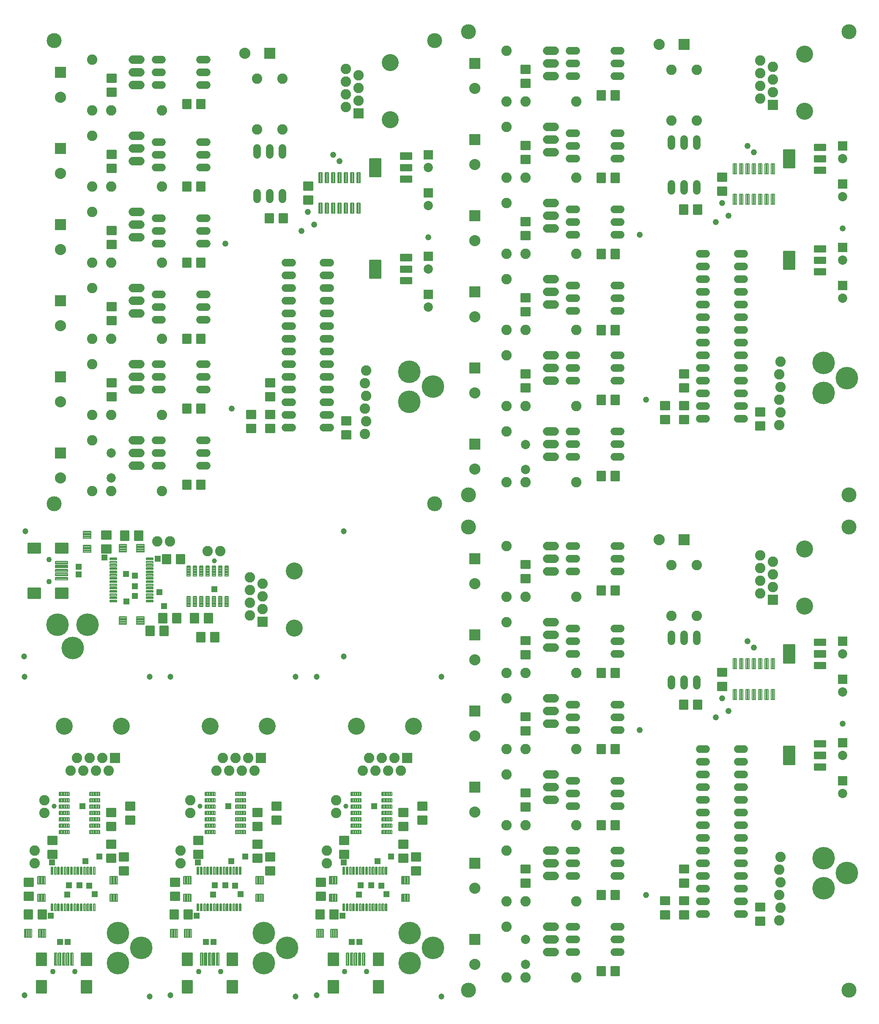
<source format=gts>
G75*
G70*
%OFA0B0*%
%FSLAX25Y25*%
%IPPOS*%
%LPD*%
%AMOC8*
5,1,8,0,0,1.08239X$1,22.5*
%
%ADD110C,0.04340*%
%ADD158C,0.06000*%
%ADD166C,0.08200*%
%ADD186C,0.04800*%
%ADD212R,0.08800X0.08800*%
%ADD223R,0.07300X0.07300*%
%ADD263C,0.04740*%
%ADD28R,0.04760X0.04760*%
%ADD284C,0.06800*%
%ADD286R,0.08200X0.08200*%
%ADD329C,0.11820*%
%ADD340C,0.00850*%
%ADD366C,0.13400*%
%ADD371C,0.00820*%
%ADD463C,0.17800*%
%ADD493C,0.00870*%
%ADD539C,0.00840*%
%ADD553C,0.07300*%
%ADD598C,0.00800*%
%ADD688C,0.03900*%
%ADD74C,0.08800*%
X0020000Y0020000D02*
G75*
%LPD*%
D263*
X0123760Y0024800D03*
X0025360Y0026000D03*
X0025360Y0276800D03*
X0123760Y0276800D03*
D598*
X0080880Y0121250D02*
X0079520Y0121250D01*
X0079520Y0126750D01*
X0080880Y0126750D01*
X0080880Y0121250D01*
X0080090Y0121250D02*
X0080090Y0126750D01*
X0078320Y0121250D02*
X0076960Y0121250D01*
X0076960Y0126750D01*
X0078320Y0126750D01*
X0078320Y0121250D01*
X0077530Y0121250D02*
X0077530Y0126750D01*
X0075760Y0121250D02*
X0074400Y0121250D01*
X0074400Y0126750D01*
X0075760Y0126750D01*
X0075760Y0121250D01*
X0074970Y0121250D02*
X0074970Y0126750D01*
X0073200Y0121250D02*
X0071840Y0121250D01*
X0071840Y0126750D01*
X0073200Y0126750D01*
X0073200Y0121250D01*
X0072410Y0121250D02*
X0072410Y0126750D01*
X0070640Y0121250D02*
X0069280Y0121250D01*
X0069280Y0126750D01*
X0070640Y0126750D01*
X0070640Y0121250D01*
X0069850Y0121250D02*
X0069850Y0126750D01*
X0068080Y0121250D02*
X0066720Y0121250D01*
X0066720Y0126750D01*
X0068080Y0126750D01*
X0068080Y0121250D01*
X0067290Y0121250D02*
X0067290Y0126750D01*
X0065520Y0121250D02*
X0064160Y0121250D01*
X0064160Y0126750D01*
X0065520Y0126750D01*
X0065520Y0121250D01*
X0064730Y0121250D02*
X0064730Y0126750D01*
X0062960Y0121250D02*
X0061600Y0121250D01*
X0061600Y0126750D01*
X0062960Y0126750D01*
X0062960Y0121250D01*
X0062170Y0121250D02*
X0062170Y0126750D01*
X0060400Y0121250D02*
X0059040Y0121250D01*
X0059040Y0126750D01*
X0060400Y0126750D01*
X0060400Y0121250D01*
X0059610Y0121250D02*
X0059610Y0126750D01*
X0057840Y0121250D02*
X0056480Y0121250D01*
X0056480Y0126750D01*
X0057840Y0126750D01*
X0057840Y0121250D01*
X0057050Y0121250D02*
X0057050Y0126750D01*
X0055290Y0121250D02*
X0053930Y0121250D01*
X0053930Y0126750D01*
X0055290Y0126750D01*
X0055290Y0121250D01*
X0054500Y0121250D02*
X0054500Y0126750D01*
X0052730Y0121250D02*
X0051370Y0121250D01*
X0051370Y0126750D01*
X0052730Y0126750D01*
X0052730Y0121250D01*
X0051940Y0121250D02*
X0051940Y0126750D01*
X0050170Y0121250D02*
X0048810Y0121250D01*
X0048810Y0126750D01*
X0050170Y0126750D01*
X0050170Y0121250D01*
X0049380Y0121250D02*
X0049380Y0126750D01*
X0047610Y0121250D02*
X0046250Y0121250D01*
X0046250Y0126750D01*
X0047610Y0126750D01*
X0047610Y0121250D01*
X0046820Y0121250D02*
X0046820Y0126750D01*
X0047610Y0092460D02*
X0046250Y0092460D01*
X0046250Y0097960D01*
X0047610Y0097960D01*
X0047610Y0092460D01*
X0046820Y0092460D02*
X0046820Y0097960D01*
X0048810Y0092460D02*
X0050170Y0092460D01*
X0048810Y0092460D02*
X0048810Y0097960D01*
X0050170Y0097960D01*
X0050170Y0092460D01*
X0049380Y0092460D02*
X0049380Y0097960D01*
X0051370Y0092460D02*
X0052730Y0092460D01*
X0051370Y0092460D02*
X0051370Y0097960D01*
X0052730Y0097960D01*
X0052730Y0092460D01*
X0051940Y0092460D02*
X0051940Y0097960D01*
X0053930Y0092460D02*
X0055290Y0092460D01*
X0053930Y0092460D02*
X0053930Y0097960D01*
X0055290Y0097960D01*
X0055290Y0092460D01*
X0054500Y0092460D02*
X0054500Y0097960D01*
X0056480Y0092460D02*
X0057840Y0092460D01*
X0056480Y0092460D02*
X0056480Y0097960D01*
X0057840Y0097960D01*
X0057840Y0092460D01*
X0057050Y0092460D02*
X0057050Y0097960D01*
X0059040Y0092460D02*
X0060400Y0092460D01*
X0059040Y0092460D02*
X0059040Y0097960D01*
X0060400Y0097960D01*
X0060400Y0092460D01*
X0059610Y0092460D02*
X0059610Y0097960D01*
X0061600Y0092460D02*
X0062960Y0092460D01*
X0061600Y0092460D02*
X0061600Y0097960D01*
X0062960Y0097960D01*
X0062960Y0092460D01*
X0062170Y0092460D02*
X0062170Y0097960D01*
X0064160Y0092460D02*
X0065520Y0092460D01*
X0064160Y0092460D02*
X0064160Y0097960D01*
X0065520Y0097960D01*
X0065520Y0092460D01*
X0064730Y0092460D02*
X0064730Y0097960D01*
X0066720Y0092460D02*
X0068080Y0092460D01*
X0066720Y0092460D02*
X0066720Y0097960D01*
X0068080Y0097960D01*
X0068080Y0092460D01*
X0067290Y0092460D02*
X0067290Y0097960D01*
X0069280Y0092460D02*
X0070640Y0092460D01*
X0069280Y0092460D02*
X0069280Y0097960D01*
X0070640Y0097960D01*
X0070640Y0092460D01*
X0069850Y0092460D02*
X0069850Y0097960D01*
X0071840Y0092460D02*
X0073200Y0092460D01*
X0071840Y0092460D02*
X0071840Y0097960D01*
X0073200Y0097960D01*
X0073200Y0092460D01*
X0072410Y0092460D02*
X0072410Y0097960D01*
X0074400Y0092460D02*
X0075760Y0092460D01*
X0074400Y0092460D02*
X0074400Y0097960D01*
X0075760Y0097960D01*
X0075760Y0092460D01*
X0074970Y0092460D02*
X0074970Y0097960D01*
X0076960Y0092460D02*
X0078320Y0092460D01*
X0076960Y0092460D02*
X0076960Y0097960D01*
X0078320Y0097960D01*
X0078320Y0092460D01*
X0077530Y0092460D02*
X0077530Y0097960D01*
X0079520Y0092460D02*
X0080880Y0092460D01*
X0079520Y0092460D02*
X0079520Y0097960D01*
X0080880Y0097960D01*
X0080880Y0092460D01*
X0080090Y0092460D02*
X0080090Y0097960D01*
X0063440Y0059360D02*
X0063440Y0049520D01*
X0061480Y0049520D01*
X0061480Y0059360D01*
X0063440Y0059360D01*
X0062650Y0059360D02*
X0062650Y0049520D01*
X0061860Y0049520D02*
X0061860Y0059360D01*
X0060290Y0059360D02*
X0060290Y0049520D01*
X0058330Y0049520D01*
X0058330Y0059360D01*
X0060290Y0059360D01*
X0059500Y0059360D02*
X0059500Y0049520D01*
X0058710Y0049520D02*
X0058710Y0059360D01*
X0057140Y0059360D02*
X0057140Y0049520D01*
X0055180Y0049520D01*
X0055180Y0059360D01*
X0057140Y0059360D01*
X0056350Y0059360D02*
X0056350Y0049520D01*
X0055560Y0049520D02*
X0055560Y0059360D01*
X0053990Y0059360D02*
X0053990Y0049520D01*
X0052030Y0049520D01*
X0052030Y0059360D01*
X0053990Y0059360D01*
X0053200Y0059360D02*
X0053200Y0049520D01*
X0052410Y0049520D02*
X0052410Y0059360D01*
X0050840Y0059360D02*
X0050840Y0049520D01*
X0048880Y0049520D01*
X0048880Y0059360D01*
X0050840Y0059360D01*
X0050050Y0059360D02*
X0050050Y0049520D01*
X0049260Y0049520D02*
X0049260Y0059360D01*
D493*
X0042350Y0059330D02*
X0042350Y0049550D01*
X0034550Y0049550D01*
X0034550Y0059330D01*
X0042350Y0059330D01*
X0041490Y0059330D02*
X0041490Y0049550D01*
X0040630Y0049550D02*
X0040630Y0059330D01*
X0039770Y0059330D02*
X0039770Y0049550D01*
X0038910Y0049550D02*
X0038910Y0059330D01*
X0038050Y0059330D02*
X0038050Y0049550D01*
X0037190Y0049550D02*
X0037190Y0059330D01*
X0036330Y0059330D02*
X0036330Y0049550D01*
X0035470Y0049550D02*
X0035470Y0059330D01*
X0034610Y0059330D02*
X0034610Y0049550D01*
X0042350Y0037680D02*
X0042350Y0027900D01*
X0034550Y0027900D01*
X0034550Y0037680D01*
X0042350Y0037680D01*
X0041490Y0037680D02*
X0041490Y0027900D01*
X0040630Y0027900D02*
X0040630Y0037680D01*
X0039770Y0037680D02*
X0039770Y0027900D01*
X0038910Y0027900D02*
X0038910Y0037680D01*
X0038050Y0037680D02*
X0038050Y0027900D01*
X0037190Y0027900D02*
X0037190Y0037680D01*
X0036330Y0037680D02*
X0036330Y0027900D01*
X0035470Y0027900D02*
X0035470Y0037680D01*
X0034610Y0037680D02*
X0034610Y0027900D01*
X0077780Y0027900D02*
X0077780Y0037680D01*
X0077780Y0027900D02*
X0069980Y0027900D01*
X0069980Y0037680D01*
X0077780Y0037680D01*
X0076920Y0037680D02*
X0076920Y0027900D01*
X0076060Y0027900D02*
X0076060Y0037680D01*
X0075200Y0037680D02*
X0075200Y0027900D01*
X0074340Y0027900D02*
X0074340Y0037680D01*
X0073480Y0037680D02*
X0073480Y0027900D01*
X0072620Y0027900D02*
X0072620Y0037680D01*
X0071760Y0037680D02*
X0071760Y0027900D01*
X0070900Y0027900D02*
X0070900Y0037680D01*
X0070040Y0037680D02*
X0070040Y0027900D01*
X0077780Y0049550D02*
X0077780Y0059330D01*
X0077780Y0049550D02*
X0069980Y0049550D01*
X0069980Y0059330D01*
X0077780Y0059330D01*
X0076920Y0059330D02*
X0076920Y0049550D01*
X0076060Y0049550D02*
X0076060Y0059330D01*
X0075200Y0059330D02*
X0075200Y0049550D01*
X0074340Y0049550D02*
X0074340Y0059330D01*
X0073480Y0059330D02*
X0073480Y0049550D01*
X0072620Y0049550D02*
X0072620Y0059330D01*
X0071760Y0059330D02*
X0071760Y0049550D01*
X0070900Y0049550D02*
X0070900Y0059330D01*
X0070040Y0059330D02*
X0070040Y0049550D01*
D110*
X0064820Y0044600D03*
X0047500Y0044600D03*
D340*
X0042200Y0086080D02*
X0035940Y0086080D01*
X0035940Y0093120D01*
X0042200Y0093120D01*
X0042200Y0086080D01*
X0041360Y0086080D02*
X0041360Y0093120D01*
X0040520Y0093120D02*
X0040520Y0086080D01*
X0039680Y0086080D02*
X0039680Y0093120D01*
X0038840Y0093120D02*
X0038840Y0086080D01*
X0038000Y0086080D02*
X0038000Y0093120D01*
X0037160Y0093120D02*
X0037160Y0086080D01*
X0036320Y0086080D02*
X0036320Y0093120D01*
X0032080Y0100960D02*
X0032080Y0107220D01*
X0032080Y0100960D02*
X0025040Y0100960D01*
X0025040Y0107220D01*
X0032080Y0107220D01*
X0031240Y0107220D02*
X0031240Y0100960D01*
X0030400Y0100960D02*
X0030400Y0107220D01*
X0029560Y0107220D02*
X0029560Y0100960D01*
X0028720Y0100960D02*
X0028720Y0107220D01*
X0027880Y0107220D02*
X0027880Y0100960D01*
X0027040Y0100960D02*
X0027040Y0107220D01*
X0026200Y0107220D02*
X0026200Y0100960D01*
X0025360Y0100960D02*
X0025360Y0107220D01*
X0032080Y0111980D02*
X0032080Y0118240D01*
X0032080Y0111980D02*
X0025040Y0111980D01*
X0025040Y0118240D01*
X0032080Y0118240D01*
X0031240Y0118240D02*
X0031240Y0111980D01*
X0030400Y0111980D02*
X0030400Y0118240D01*
X0029560Y0118240D02*
X0029560Y0111980D01*
X0028720Y0111980D02*
X0028720Y0118240D01*
X0027880Y0118240D02*
X0027880Y0111980D01*
X0027040Y0111980D02*
X0027040Y0118240D01*
X0026200Y0118240D02*
X0026200Y0111980D01*
X0025360Y0111980D02*
X0025360Y0118240D01*
X0024920Y0086080D02*
X0031180Y0086080D01*
X0024920Y0086080D02*
X0024920Y0093120D01*
X0031180Y0093120D01*
X0031180Y0086080D01*
X0030340Y0086080D02*
X0030340Y0093120D01*
X0029500Y0093120D02*
X0029500Y0086080D01*
X0028660Y0086080D02*
X0028660Y0093120D01*
X0027820Y0093120D02*
X0027820Y0086080D01*
X0026980Y0086080D02*
X0026980Y0093120D01*
X0026140Y0093120D02*
X0026140Y0086080D01*
X0025300Y0086080D02*
X0025300Y0093120D01*
X0050480Y0133960D02*
X0050480Y0140220D01*
X0050480Y0133960D02*
X0043440Y0133960D01*
X0043440Y0140220D01*
X0050480Y0140220D01*
X0049640Y0140220D02*
X0049640Y0133960D01*
X0048800Y0133960D02*
X0048800Y0140220D01*
X0047960Y0140220D02*
X0047960Y0133960D01*
X0047120Y0133960D02*
X0047120Y0140220D01*
X0046280Y0140220D02*
X0046280Y0133960D01*
X0045440Y0133960D02*
X0045440Y0140220D01*
X0044600Y0140220D02*
X0044600Y0133960D01*
X0043760Y0133960D02*
X0043760Y0140220D01*
X0050480Y0144980D02*
X0050480Y0151240D01*
X0050480Y0144980D02*
X0043440Y0144980D01*
X0043440Y0151240D01*
X0050480Y0151240D01*
X0049640Y0151240D02*
X0049640Y0144980D01*
X0048800Y0144980D02*
X0048800Y0151240D01*
X0047960Y0151240D02*
X0047960Y0144980D01*
X0047120Y0144980D02*
X0047120Y0151240D01*
X0046280Y0151240D02*
X0046280Y0144980D01*
X0045440Y0144980D02*
X0045440Y0151240D01*
X0044600Y0151240D02*
X0044600Y0144980D01*
X0043760Y0144980D02*
X0043760Y0151240D01*
X0097080Y0148240D02*
X0097080Y0141980D01*
X0090040Y0141980D01*
X0090040Y0148240D01*
X0097080Y0148240D01*
X0096240Y0148240D02*
X0096240Y0141980D01*
X0095400Y0141980D02*
X0095400Y0148240D01*
X0094560Y0148240D02*
X0094560Y0141980D01*
X0093720Y0141980D02*
X0093720Y0148240D01*
X0092880Y0148240D02*
X0092880Y0141980D01*
X0092040Y0141980D02*
X0092040Y0148240D01*
X0091200Y0148240D02*
X0091200Y0141980D01*
X0090360Y0141980D02*
X0090360Y0148240D01*
X0090040Y0155960D02*
X0090040Y0162220D01*
X0097080Y0162220D01*
X0097080Y0155960D01*
X0090040Y0155960D01*
X0096240Y0155960D02*
X0096240Y0162220D01*
X0095400Y0162220D02*
X0095400Y0155960D01*
X0094560Y0155960D02*
X0094560Y0162220D01*
X0093720Y0162220D02*
X0093720Y0155960D01*
X0092880Y0155960D02*
X0092880Y0162220D01*
X0092040Y0162220D02*
X0092040Y0155960D01*
X0091200Y0155960D02*
X0091200Y0162220D01*
X0090360Y0162220D02*
X0090360Y0155960D01*
X0090040Y0166980D02*
X0090040Y0173240D01*
X0097080Y0173240D01*
X0097080Y0166980D01*
X0090040Y0166980D01*
X0096240Y0166980D02*
X0096240Y0173240D01*
X0095400Y0173240D02*
X0095400Y0166980D01*
X0094560Y0166980D02*
X0094560Y0173240D01*
X0093720Y0173240D02*
X0093720Y0166980D01*
X0092880Y0166980D02*
X0092880Y0173240D01*
X0092040Y0173240D02*
X0092040Y0166980D01*
X0091200Y0166980D02*
X0091200Y0173240D01*
X0090360Y0173240D02*
X0090360Y0166980D01*
X0097080Y0137220D02*
X0097080Y0130960D01*
X0090040Y0130960D01*
X0090040Y0137220D01*
X0097080Y0137220D01*
X0096240Y0137220D02*
X0096240Y0130960D01*
X0095400Y0130960D02*
X0095400Y0137220D01*
X0094560Y0137220D02*
X0094560Y0130960D01*
X0093720Y0130960D02*
X0093720Y0137220D01*
X0092880Y0137220D02*
X0092880Y0130960D01*
X0092040Y0130960D02*
X0092040Y0137220D01*
X0091200Y0137220D02*
X0091200Y0130960D01*
X0090360Y0130960D02*
X0090360Y0137220D01*
X0100040Y0138240D02*
X0100040Y0131980D01*
X0100040Y0138240D02*
X0107080Y0138240D01*
X0107080Y0131980D01*
X0100040Y0131980D01*
X0106240Y0131980D02*
X0106240Y0138240D01*
X0105400Y0138240D02*
X0105400Y0131980D01*
X0104560Y0131980D02*
X0104560Y0138240D01*
X0103720Y0138240D02*
X0103720Y0131980D01*
X0102880Y0131980D02*
X0102880Y0138240D01*
X0102040Y0138240D02*
X0102040Y0131980D01*
X0101200Y0131980D02*
X0101200Y0138240D01*
X0100360Y0138240D02*
X0100360Y0131980D01*
X0100040Y0127220D02*
X0100040Y0120960D01*
X0100040Y0127220D02*
X0107080Y0127220D01*
X0107080Y0120960D01*
X0100040Y0120960D01*
X0106240Y0120960D02*
X0106240Y0127220D01*
X0105400Y0127220D02*
X0105400Y0120960D01*
X0104560Y0120960D02*
X0104560Y0127220D01*
X0103720Y0127220D02*
X0103720Y0120960D01*
X0102880Y0120960D02*
X0102880Y0127220D01*
X0102040Y0127220D02*
X0102040Y0120960D01*
X0101200Y0120960D02*
X0101200Y0127220D01*
X0100360Y0127220D02*
X0100360Y0120960D01*
X0105040Y0160960D02*
X0105040Y0167220D01*
X0112080Y0167220D01*
X0112080Y0160960D01*
X0105040Y0160960D01*
X0111240Y0160960D02*
X0111240Y0167220D01*
X0110400Y0167220D02*
X0110400Y0160960D01*
X0109560Y0160960D02*
X0109560Y0167220D01*
X0108720Y0167220D02*
X0108720Y0160960D01*
X0107880Y0160960D02*
X0107880Y0167220D01*
X0107040Y0167220D02*
X0107040Y0160960D01*
X0106200Y0160960D02*
X0106200Y0167220D01*
X0105360Y0167220D02*
X0105360Y0160960D01*
X0105040Y0171980D02*
X0105040Y0178240D01*
X0112080Y0178240D01*
X0112080Y0171980D01*
X0105040Y0171980D01*
X0111240Y0171980D02*
X0111240Y0178240D01*
X0110400Y0178240D02*
X0110400Y0171980D01*
X0109560Y0171980D02*
X0109560Y0178240D01*
X0108720Y0178240D02*
X0108720Y0171980D01*
X0107880Y0171980D02*
X0107880Y0178240D01*
X0107040Y0178240D02*
X0107040Y0171980D01*
X0106200Y0171980D02*
X0106200Y0178240D01*
X0105360Y0178240D02*
X0105360Y0171980D01*
D371*
X0036330Y0077740D02*
X0036330Y0071460D01*
X0036330Y0077740D02*
X0041810Y0077740D01*
X0041810Y0071460D01*
X0036330Y0071460D01*
X0041000Y0071460D02*
X0041000Y0077740D01*
X0040190Y0077740D02*
X0040190Y0071460D01*
X0039380Y0071460D02*
X0039380Y0077740D01*
X0038570Y0077740D02*
X0038570Y0071460D01*
X0037760Y0071460D02*
X0037760Y0077740D01*
X0036950Y0077740D02*
X0036950Y0071460D01*
X0025310Y0071460D02*
X0025310Y0077740D01*
X0030790Y0077740D01*
X0030790Y0071460D01*
X0025310Y0071460D01*
X0029980Y0071460D02*
X0029980Y0077740D01*
X0029170Y0077740D02*
X0029170Y0071460D01*
X0028360Y0071460D02*
X0028360Y0077740D01*
X0027550Y0077740D02*
X0027550Y0071460D01*
X0026740Y0071460D02*
X0026740Y0077740D01*
X0025930Y0077740D02*
X0025930Y0071460D01*
D598*
X0035610Y0099760D02*
X0041510Y0099760D01*
X0035610Y0099760D02*
X0035610Y0105660D01*
X0041510Y0105660D01*
X0041510Y0099760D01*
X0040720Y0099760D02*
X0040720Y0105660D01*
X0039930Y0105660D02*
X0039930Y0099760D01*
X0039140Y0099760D02*
X0039140Y0105660D01*
X0038350Y0105660D02*
X0038350Y0099760D01*
X0037560Y0099760D02*
X0037560Y0105660D01*
X0036770Y0105660D02*
X0036770Y0099760D01*
X0035980Y0099760D02*
X0035980Y0105660D01*
X0035610Y0113540D02*
X0041510Y0113540D01*
X0035610Y0113540D02*
X0035610Y0119440D01*
X0041510Y0119440D01*
X0041510Y0113540D01*
X0040720Y0113540D02*
X0040720Y0119440D01*
X0039930Y0119440D02*
X0039930Y0113540D01*
X0039140Y0113540D02*
X0039140Y0119440D01*
X0038350Y0119440D02*
X0038350Y0113540D01*
X0037560Y0113540D02*
X0037560Y0119440D01*
X0036770Y0119440D02*
X0036770Y0113540D01*
X0035980Y0113540D02*
X0035980Y0119440D01*
X0092610Y0119440D02*
X0098510Y0119440D01*
X0098510Y0113540D01*
X0092610Y0113540D01*
X0092610Y0119440D01*
X0097720Y0119440D02*
X0097720Y0113540D01*
X0096930Y0113540D02*
X0096930Y0119440D01*
X0096140Y0119440D02*
X0096140Y0113540D01*
X0095350Y0113540D02*
X0095350Y0119440D01*
X0094560Y0119440D02*
X0094560Y0113540D01*
X0093770Y0113540D02*
X0093770Y0119440D01*
X0092980Y0119440D02*
X0092980Y0113540D01*
X0092610Y0105660D02*
X0098510Y0105660D01*
X0098510Y0099760D01*
X0092610Y0099760D01*
X0092610Y0105660D01*
X0097720Y0105660D02*
X0097720Y0099760D01*
X0096930Y0099760D02*
X0096930Y0105660D01*
X0096140Y0105660D02*
X0096140Y0099760D01*
X0095350Y0099760D02*
X0095350Y0105660D01*
X0094560Y0105660D02*
X0094560Y0099760D01*
X0093770Y0099760D02*
X0093770Y0105660D01*
X0092980Y0105660D02*
X0092980Y0099760D01*
D166*
X0091660Y0203000D03*
X0086660Y0213000D03*
X0081660Y0203000D03*
X0076660Y0213000D03*
X0071660Y0203000D03*
X0066660Y0213000D03*
X0061660Y0203000D03*
X0040760Y0179600D03*
X0040760Y0169600D03*
X0033360Y0140000D03*
X0033360Y0130000D03*
D371*
X0060450Y0153310D02*
X0060450Y0155890D01*
X0060450Y0153310D02*
X0052470Y0153310D01*
X0052470Y0155890D01*
X0060450Y0155890D01*
X0059640Y0155890D02*
X0059640Y0153310D01*
X0058830Y0153310D02*
X0058830Y0155890D01*
X0058020Y0155890D02*
X0058020Y0153310D01*
X0057210Y0153310D02*
X0057210Y0155890D01*
X0056400Y0155890D02*
X0056400Y0153310D01*
X0055590Y0153310D02*
X0055590Y0155890D01*
X0054780Y0155890D02*
X0054780Y0153310D01*
X0053970Y0153310D02*
X0053970Y0155890D01*
X0053160Y0155890D02*
X0053160Y0153310D01*
X0060450Y0158310D02*
X0060450Y0160890D01*
X0060450Y0158310D02*
X0052470Y0158310D01*
X0052470Y0160890D01*
X0060450Y0160890D01*
X0059640Y0160890D02*
X0059640Y0158310D01*
X0058830Y0158310D02*
X0058830Y0160890D01*
X0058020Y0160890D02*
X0058020Y0158310D01*
X0057210Y0158310D02*
X0057210Y0160890D01*
X0056400Y0160890D02*
X0056400Y0158310D01*
X0055590Y0158310D02*
X0055590Y0160890D01*
X0054780Y0160890D02*
X0054780Y0158310D01*
X0053970Y0158310D02*
X0053970Y0160890D01*
X0053160Y0160890D02*
X0053160Y0158310D01*
X0060450Y0163310D02*
X0060450Y0165890D01*
X0060450Y0163310D02*
X0052470Y0163310D01*
X0052470Y0165890D01*
X0060450Y0165890D01*
X0059640Y0165890D02*
X0059640Y0163310D01*
X0058830Y0163310D02*
X0058830Y0165890D01*
X0058020Y0165890D02*
X0058020Y0163310D01*
X0057210Y0163310D02*
X0057210Y0165890D01*
X0056400Y0165890D02*
X0056400Y0163310D01*
X0055590Y0163310D02*
X0055590Y0165890D01*
X0054780Y0165890D02*
X0054780Y0163310D01*
X0053970Y0163310D02*
X0053970Y0165890D01*
X0053160Y0165890D02*
X0053160Y0163310D01*
X0060450Y0168310D02*
X0060450Y0170890D01*
X0060450Y0168310D02*
X0052470Y0168310D01*
X0052470Y0170890D01*
X0060450Y0170890D01*
X0059640Y0170890D02*
X0059640Y0168310D01*
X0058830Y0168310D02*
X0058830Y0170890D01*
X0058020Y0170890D02*
X0058020Y0168310D01*
X0057210Y0168310D02*
X0057210Y0170890D01*
X0056400Y0170890D02*
X0056400Y0168310D01*
X0055590Y0168310D02*
X0055590Y0170890D01*
X0054780Y0170890D02*
X0054780Y0168310D01*
X0053970Y0168310D02*
X0053970Y0170890D01*
X0053160Y0170890D02*
X0053160Y0168310D01*
X0060450Y0173310D02*
X0060450Y0175890D01*
X0060450Y0173310D02*
X0052470Y0173310D01*
X0052470Y0175890D01*
X0060450Y0175890D01*
X0059640Y0175890D02*
X0059640Y0173310D01*
X0058830Y0173310D02*
X0058830Y0175890D01*
X0058020Y0175890D02*
X0058020Y0173310D01*
X0057210Y0173310D02*
X0057210Y0175890D01*
X0056400Y0175890D02*
X0056400Y0173310D01*
X0055590Y0173310D02*
X0055590Y0175890D01*
X0054780Y0175890D02*
X0054780Y0173310D01*
X0053970Y0173310D02*
X0053970Y0175890D01*
X0053160Y0175890D02*
X0053160Y0173310D01*
X0060450Y0178310D02*
X0060450Y0180890D01*
X0060450Y0178310D02*
X0052470Y0178310D01*
X0052470Y0180890D01*
X0060450Y0180890D01*
X0059640Y0180890D02*
X0059640Y0178310D01*
X0058830Y0178310D02*
X0058830Y0180890D01*
X0058020Y0180890D02*
X0058020Y0178310D01*
X0057210Y0178310D02*
X0057210Y0180890D01*
X0056400Y0180890D02*
X0056400Y0178310D01*
X0055590Y0178310D02*
X0055590Y0180890D01*
X0054780Y0180890D02*
X0054780Y0178310D01*
X0053970Y0178310D02*
X0053970Y0180890D01*
X0053160Y0180890D02*
X0053160Y0178310D01*
X0060450Y0183310D02*
X0060450Y0185890D01*
X0060450Y0183310D02*
X0052470Y0183310D01*
X0052470Y0185890D01*
X0060450Y0185890D01*
X0059640Y0185890D02*
X0059640Y0183310D01*
X0058830Y0183310D02*
X0058830Y0185890D01*
X0058020Y0185890D02*
X0058020Y0183310D01*
X0057210Y0183310D02*
X0057210Y0185890D01*
X0056400Y0185890D02*
X0056400Y0183310D01*
X0055590Y0183310D02*
X0055590Y0185890D01*
X0054780Y0185890D02*
X0054780Y0183310D01*
X0053970Y0183310D02*
X0053970Y0185890D01*
X0053160Y0185890D02*
X0053160Y0183310D01*
X0084650Y0183310D02*
X0084650Y0185890D01*
X0084650Y0183310D02*
X0076670Y0183310D01*
X0076670Y0185890D01*
X0084650Y0185890D01*
X0083840Y0185890D02*
X0083840Y0183310D01*
X0083030Y0183310D02*
X0083030Y0185890D01*
X0082220Y0185890D02*
X0082220Y0183310D01*
X0081410Y0183310D02*
X0081410Y0185890D01*
X0080600Y0185890D02*
X0080600Y0183310D01*
X0079790Y0183310D02*
X0079790Y0185890D01*
X0078980Y0185890D02*
X0078980Y0183310D01*
X0078170Y0183310D02*
X0078170Y0185890D01*
X0077360Y0185890D02*
X0077360Y0183310D01*
X0084650Y0180890D02*
X0084650Y0178310D01*
X0076670Y0178310D01*
X0076670Y0180890D01*
X0084650Y0180890D01*
X0083840Y0180890D02*
X0083840Y0178310D01*
X0083030Y0178310D02*
X0083030Y0180890D01*
X0082220Y0180890D02*
X0082220Y0178310D01*
X0081410Y0178310D02*
X0081410Y0180890D01*
X0080600Y0180890D02*
X0080600Y0178310D01*
X0079790Y0178310D02*
X0079790Y0180890D01*
X0078980Y0180890D02*
X0078980Y0178310D01*
X0078170Y0178310D02*
X0078170Y0180890D01*
X0077360Y0180890D02*
X0077360Y0178310D01*
X0084650Y0175890D02*
X0084650Y0173310D01*
X0076670Y0173310D01*
X0076670Y0175890D01*
X0084650Y0175890D01*
X0083840Y0175890D02*
X0083840Y0173310D01*
X0083030Y0173310D02*
X0083030Y0175890D01*
X0082220Y0175890D02*
X0082220Y0173310D01*
X0081410Y0173310D02*
X0081410Y0175890D01*
X0080600Y0175890D02*
X0080600Y0173310D01*
X0079790Y0173310D02*
X0079790Y0175890D01*
X0078980Y0175890D02*
X0078980Y0173310D01*
X0078170Y0173310D02*
X0078170Y0175890D01*
X0077360Y0175890D02*
X0077360Y0173310D01*
X0084650Y0170890D02*
X0084650Y0168310D01*
X0076670Y0168310D01*
X0076670Y0170890D01*
X0084650Y0170890D01*
X0083840Y0170890D02*
X0083840Y0168310D01*
X0083030Y0168310D02*
X0083030Y0170890D01*
X0082220Y0170890D02*
X0082220Y0168310D01*
X0081410Y0168310D02*
X0081410Y0170890D01*
X0080600Y0170890D02*
X0080600Y0168310D01*
X0079790Y0168310D02*
X0079790Y0170890D01*
X0078980Y0170890D02*
X0078980Y0168310D01*
X0078170Y0168310D02*
X0078170Y0170890D01*
X0077360Y0170890D02*
X0077360Y0168310D01*
X0084650Y0165890D02*
X0084650Y0163310D01*
X0076670Y0163310D01*
X0076670Y0165890D01*
X0084650Y0165890D01*
X0083840Y0165890D02*
X0083840Y0163310D01*
X0083030Y0163310D02*
X0083030Y0165890D01*
X0082220Y0165890D02*
X0082220Y0163310D01*
X0081410Y0163310D02*
X0081410Y0165890D01*
X0080600Y0165890D02*
X0080600Y0163310D01*
X0079790Y0163310D02*
X0079790Y0165890D01*
X0078980Y0165890D02*
X0078980Y0163310D01*
X0078170Y0163310D02*
X0078170Y0165890D01*
X0077360Y0165890D02*
X0077360Y0163310D01*
X0084650Y0160890D02*
X0084650Y0158310D01*
X0076670Y0158310D01*
X0076670Y0160890D01*
X0084650Y0160890D01*
X0083840Y0160890D02*
X0083840Y0158310D01*
X0083030Y0158310D02*
X0083030Y0160890D01*
X0082220Y0160890D02*
X0082220Y0158310D01*
X0081410Y0158310D02*
X0081410Y0160890D01*
X0080600Y0160890D02*
X0080600Y0158310D01*
X0079790Y0158310D02*
X0079790Y0160890D01*
X0078980Y0160890D02*
X0078980Y0158310D01*
X0078170Y0158310D02*
X0078170Y0160890D01*
X0077360Y0160890D02*
X0077360Y0158310D01*
X0084650Y0155890D02*
X0084650Y0153310D01*
X0076670Y0153310D01*
X0076670Y0155890D01*
X0084650Y0155890D01*
X0083840Y0155890D02*
X0083840Y0153310D01*
X0083030Y0153310D02*
X0083030Y0155890D01*
X0082220Y0155890D02*
X0082220Y0153310D01*
X0081410Y0153310D02*
X0081410Y0155890D01*
X0080600Y0155890D02*
X0080600Y0153310D01*
X0079790Y0153310D02*
X0079790Y0155890D01*
X0078980Y0155890D02*
X0078980Y0153310D01*
X0078170Y0153310D02*
X0078170Y0155890D01*
X0077360Y0155890D02*
X0077360Y0153310D01*
D366*
X0056660Y0238000D03*
X0101660Y0238000D03*
D286*
X0096660Y0213000D03*
D463*
X0098760Y0074940D03*
X0098760Y0051320D03*
X0117270Y0063130D03*
D28*
X0084160Y0135200D03*
X0076360Y0112200D03*
X0080560Y0105600D03*
X0068560Y0112400D03*
X0073360Y0131600D03*
X0060160Y0112400D03*
X0058960Y0105200D03*
X0046960Y0130400D03*
X0045760Y0088400D03*
X0053160Y0067800D03*
X0059160Y0068000D03*
X0070960Y0174800D03*
D688*
X0048560Y0175000D03*
X0135060Y0020000D02*
G75*
%LPD*%
D263*
X0238820Y0024800D03*
X0140420Y0026000D03*
X0140420Y0276800D03*
X0238820Y0276800D03*
D598*
X0195940Y0121250D02*
X0194580Y0121250D01*
X0194580Y0126750D01*
X0195940Y0126750D01*
X0195940Y0121250D01*
X0195150Y0121250D02*
X0195150Y0126750D01*
X0193380Y0121250D02*
X0192020Y0121250D01*
X0192020Y0126750D01*
X0193380Y0126750D01*
X0193380Y0121250D01*
X0192590Y0121250D02*
X0192590Y0126750D01*
X0190820Y0121250D02*
X0189460Y0121250D01*
X0189460Y0126750D01*
X0190820Y0126750D01*
X0190820Y0121250D01*
X0190030Y0121250D02*
X0190030Y0126750D01*
X0188260Y0121250D02*
X0186900Y0121250D01*
X0186900Y0126750D01*
X0188260Y0126750D01*
X0188260Y0121250D01*
X0187470Y0121250D02*
X0187470Y0126750D01*
X0185700Y0121250D02*
X0184340Y0121250D01*
X0184340Y0126750D01*
X0185700Y0126750D01*
X0185700Y0121250D01*
X0184910Y0121250D02*
X0184910Y0126750D01*
X0183140Y0121250D02*
X0181780Y0121250D01*
X0181780Y0126750D01*
X0183140Y0126750D01*
X0183140Y0121250D01*
X0182350Y0121250D02*
X0182350Y0126750D01*
X0180580Y0121250D02*
X0179220Y0121250D01*
X0179220Y0126750D01*
X0180580Y0126750D01*
X0180580Y0121250D01*
X0179790Y0121250D02*
X0179790Y0126750D01*
X0178020Y0121250D02*
X0176660Y0121250D01*
X0176660Y0126750D01*
X0178020Y0126750D01*
X0178020Y0121250D01*
X0177230Y0121250D02*
X0177230Y0126750D01*
X0175460Y0121250D02*
X0174100Y0121250D01*
X0174100Y0126750D01*
X0175460Y0126750D01*
X0175460Y0121250D01*
X0174670Y0121250D02*
X0174670Y0126750D01*
X0172900Y0121250D02*
X0171540Y0121250D01*
X0171540Y0126750D01*
X0172900Y0126750D01*
X0172900Y0121250D01*
X0172110Y0121250D02*
X0172110Y0126750D01*
X0170350Y0121250D02*
X0168990Y0121250D01*
X0168990Y0126750D01*
X0170350Y0126750D01*
X0170350Y0121250D01*
X0169560Y0121250D02*
X0169560Y0126750D01*
X0167790Y0121250D02*
X0166430Y0121250D01*
X0166430Y0126750D01*
X0167790Y0126750D01*
X0167790Y0121250D01*
X0167000Y0121250D02*
X0167000Y0126750D01*
X0165230Y0121250D02*
X0163870Y0121250D01*
X0163870Y0126750D01*
X0165230Y0126750D01*
X0165230Y0121250D01*
X0164440Y0121250D02*
X0164440Y0126750D01*
X0162670Y0121250D02*
X0161310Y0121250D01*
X0161310Y0126750D01*
X0162670Y0126750D01*
X0162670Y0121250D01*
X0161880Y0121250D02*
X0161880Y0126750D01*
X0162670Y0092460D02*
X0161310Y0092460D01*
X0161310Y0097960D01*
X0162670Y0097960D01*
X0162670Y0092460D01*
X0161880Y0092460D02*
X0161880Y0097960D01*
X0163870Y0092460D02*
X0165230Y0092460D01*
X0163870Y0092460D02*
X0163870Y0097960D01*
X0165230Y0097960D01*
X0165230Y0092460D01*
X0164440Y0092460D02*
X0164440Y0097960D01*
X0166430Y0092460D02*
X0167790Y0092460D01*
X0166430Y0092460D02*
X0166430Y0097960D01*
X0167790Y0097960D01*
X0167790Y0092460D01*
X0167000Y0092460D02*
X0167000Y0097960D01*
X0168990Y0092460D02*
X0170350Y0092460D01*
X0168990Y0092460D02*
X0168990Y0097960D01*
X0170350Y0097960D01*
X0170350Y0092460D01*
X0169560Y0092460D02*
X0169560Y0097960D01*
X0171540Y0092460D02*
X0172900Y0092460D01*
X0171540Y0092460D02*
X0171540Y0097960D01*
X0172900Y0097960D01*
X0172900Y0092460D01*
X0172110Y0092460D02*
X0172110Y0097960D01*
X0174100Y0092460D02*
X0175460Y0092460D01*
X0174100Y0092460D02*
X0174100Y0097960D01*
X0175460Y0097960D01*
X0175460Y0092460D01*
X0174670Y0092460D02*
X0174670Y0097960D01*
X0176660Y0092460D02*
X0178020Y0092460D01*
X0176660Y0092460D02*
X0176660Y0097960D01*
X0178020Y0097960D01*
X0178020Y0092460D01*
X0177230Y0092460D02*
X0177230Y0097960D01*
X0179220Y0092460D02*
X0180580Y0092460D01*
X0179220Y0092460D02*
X0179220Y0097960D01*
X0180580Y0097960D01*
X0180580Y0092460D01*
X0179790Y0092460D02*
X0179790Y0097960D01*
X0181780Y0092460D02*
X0183140Y0092460D01*
X0181780Y0092460D02*
X0181780Y0097960D01*
X0183140Y0097960D01*
X0183140Y0092460D01*
X0182350Y0092460D02*
X0182350Y0097960D01*
X0184340Y0092460D02*
X0185700Y0092460D01*
X0184340Y0092460D02*
X0184340Y0097960D01*
X0185700Y0097960D01*
X0185700Y0092460D01*
X0184910Y0092460D02*
X0184910Y0097960D01*
X0186900Y0092460D02*
X0188260Y0092460D01*
X0186900Y0092460D02*
X0186900Y0097960D01*
X0188260Y0097960D01*
X0188260Y0092460D01*
X0187470Y0092460D02*
X0187470Y0097960D01*
X0189460Y0092460D02*
X0190820Y0092460D01*
X0189460Y0092460D02*
X0189460Y0097960D01*
X0190820Y0097960D01*
X0190820Y0092460D01*
X0190030Y0092460D02*
X0190030Y0097960D01*
X0192020Y0092460D02*
X0193380Y0092460D01*
X0192020Y0092460D02*
X0192020Y0097960D01*
X0193380Y0097960D01*
X0193380Y0092460D01*
X0192590Y0092460D02*
X0192590Y0097960D01*
X0194580Y0092460D02*
X0195940Y0092460D01*
X0194580Y0092460D02*
X0194580Y0097960D01*
X0195940Y0097960D01*
X0195940Y0092460D01*
X0195150Y0092460D02*
X0195150Y0097960D01*
X0178500Y0059360D02*
X0178500Y0049520D01*
X0176540Y0049520D01*
X0176540Y0059360D01*
X0178500Y0059360D01*
X0177710Y0059360D02*
X0177710Y0049520D01*
X0176920Y0049520D02*
X0176920Y0059360D01*
X0175350Y0059360D02*
X0175350Y0049520D01*
X0173390Y0049520D01*
X0173390Y0059360D01*
X0175350Y0059360D01*
X0174560Y0059360D02*
X0174560Y0049520D01*
X0173770Y0049520D02*
X0173770Y0059360D01*
X0172200Y0059360D02*
X0172200Y0049520D01*
X0170240Y0049520D01*
X0170240Y0059360D01*
X0172200Y0059360D01*
X0171410Y0059360D02*
X0171410Y0049520D01*
X0170620Y0049520D02*
X0170620Y0059360D01*
X0169050Y0059360D02*
X0169050Y0049520D01*
X0167090Y0049520D01*
X0167090Y0059360D01*
X0169050Y0059360D01*
X0168260Y0059360D02*
X0168260Y0049520D01*
X0167470Y0049520D02*
X0167470Y0059360D01*
X0165900Y0059360D02*
X0165900Y0049520D01*
X0163940Y0049520D01*
X0163940Y0059360D01*
X0165900Y0059360D01*
X0165110Y0059360D02*
X0165110Y0049520D01*
X0164320Y0049520D02*
X0164320Y0059360D01*
D493*
X0157410Y0059330D02*
X0157410Y0049550D01*
X0149610Y0049550D01*
X0149610Y0059330D01*
X0157410Y0059330D01*
X0156550Y0059330D02*
X0156550Y0049550D01*
X0155690Y0049550D02*
X0155690Y0059330D01*
X0154830Y0059330D02*
X0154830Y0049550D01*
X0153970Y0049550D02*
X0153970Y0059330D01*
X0153110Y0059330D02*
X0153110Y0049550D01*
X0152250Y0049550D02*
X0152250Y0059330D01*
X0151390Y0059330D02*
X0151390Y0049550D01*
X0150530Y0049550D02*
X0150530Y0059330D01*
X0149670Y0059330D02*
X0149670Y0049550D01*
X0157410Y0037680D02*
X0157410Y0027900D01*
X0149610Y0027900D01*
X0149610Y0037680D01*
X0157410Y0037680D01*
X0156550Y0037680D02*
X0156550Y0027900D01*
X0155690Y0027900D02*
X0155690Y0037680D01*
X0154830Y0037680D02*
X0154830Y0027900D01*
X0153970Y0027900D02*
X0153970Y0037680D01*
X0153110Y0037680D02*
X0153110Y0027900D01*
X0152250Y0027900D02*
X0152250Y0037680D01*
X0151390Y0037680D02*
X0151390Y0027900D01*
X0150530Y0027900D02*
X0150530Y0037680D01*
X0149670Y0037680D02*
X0149670Y0027900D01*
X0192840Y0027900D02*
X0192840Y0037680D01*
X0192840Y0027900D02*
X0185040Y0027900D01*
X0185040Y0037680D01*
X0192840Y0037680D01*
X0191980Y0037680D02*
X0191980Y0027900D01*
X0191120Y0027900D02*
X0191120Y0037680D01*
X0190260Y0037680D02*
X0190260Y0027900D01*
X0189400Y0027900D02*
X0189400Y0037680D01*
X0188540Y0037680D02*
X0188540Y0027900D01*
X0187680Y0027900D02*
X0187680Y0037680D01*
X0186820Y0037680D02*
X0186820Y0027900D01*
X0185960Y0027900D02*
X0185960Y0037680D01*
X0185100Y0037680D02*
X0185100Y0027900D01*
X0192840Y0049550D02*
X0192840Y0059330D01*
X0192840Y0049550D02*
X0185040Y0049550D01*
X0185040Y0059330D01*
X0192840Y0059330D01*
X0191980Y0059330D02*
X0191980Y0049550D01*
X0191120Y0049550D02*
X0191120Y0059330D01*
X0190260Y0059330D02*
X0190260Y0049550D01*
X0189400Y0049550D02*
X0189400Y0059330D01*
X0188540Y0059330D02*
X0188540Y0049550D01*
X0187680Y0049550D02*
X0187680Y0059330D01*
X0186820Y0059330D02*
X0186820Y0049550D01*
X0185960Y0049550D02*
X0185960Y0059330D01*
X0185100Y0059330D02*
X0185100Y0049550D01*
D110*
X0179880Y0044600D03*
X0162560Y0044600D03*
D340*
X0157260Y0086080D02*
X0151000Y0086080D01*
X0151000Y0093120D01*
X0157260Y0093120D01*
X0157260Y0086080D01*
X0156420Y0086080D02*
X0156420Y0093120D01*
X0155580Y0093120D02*
X0155580Y0086080D01*
X0154740Y0086080D02*
X0154740Y0093120D01*
X0153900Y0093120D02*
X0153900Y0086080D01*
X0153060Y0086080D02*
X0153060Y0093120D01*
X0152220Y0093120D02*
X0152220Y0086080D01*
X0151380Y0086080D02*
X0151380Y0093120D01*
X0147140Y0100960D02*
X0147140Y0107220D01*
X0147140Y0100960D02*
X0140100Y0100960D01*
X0140100Y0107220D01*
X0147140Y0107220D01*
X0146300Y0107220D02*
X0146300Y0100960D01*
X0145460Y0100960D02*
X0145460Y0107220D01*
X0144620Y0107220D02*
X0144620Y0100960D01*
X0143780Y0100960D02*
X0143780Y0107220D01*
X0142940Y0107220D02*
X0142940Y0100960D01*
X0142100Y0100960D02*
X0142100Y0107220D01*
X0141260Y0107220D02*
X0141260Y0100960D01*
X0140420Y0100960D02*
X0140420Y0107220D01*
X0147140Y0111980D02*
X0147140Y0118240D01*
X0147140Y0111980D02*
X0140100Y0111980D01*
X0140100Y0118240D01*
X0147140Y0118240D01*
X0146300Y0118240D02*
X0146300Y0111980D01*
X0145460Y0111980D02*
X0145460Y0118240D01*
X0144620Y0118240D02*
X0144620Y0111980D01*
X0143780Y0111980D02*
X0143780Y0118240D01*
X0142940Y0118240D02*
X0142940Y0111980D01*
X0142100Y0111980D02*
X0142100Y0118240D01*
X0141260Y0118240D02*
X0141260Y0111980D01*
X0140420Y0111980D02*
X0140420Y0118240D01*
X0139980Y0086080D02*
X0146240Y0086080D01*
X0139980Y0086080D02*
X0139980Y0093120D01*
X0146240Y0093120D01*
X0146240Y0086080D01*
X0145400Y0086080D02*
X0145400Y0093120D01*
X0144560Y0093120D02*
X0144560Y0086080D01*
X0143720Y0086080D02*
X0143720Y0093120D01*
X0142880Y0093120D02*
X0142880Y0086080D01*
X0142040Y0086080D02*
X0142040Y0093120D01*
X0141200Y0093120D02*
X0141200Y0086080D01*
X0140360Y0086080D02*
X0140360Y0093120D01*
X0165540Y0133960D02*
X0165540Y0140220D01*
X0165540Y0133960D02*
X0158500Y0133960D01*
X0158500Y0140220D01*
X0165540Y0140220D01*
X0164700Y0140220D02*
X0164700Y0133960D01*
X0163860Y0133960D02*
X0163860Y0140220D01*
X0163020Y0140220D02*
X0163020Y0133960D01*
X0162180Y0133960D02*
X0162180Y0140220D01*
X0161340Y0140220D02*
X0161340Y0133960D01*
X0160500Y0133960D02*
X0160500Y0140220D01*
X0159660Y0140220D02*
X0159660Y0133960D01*
X0158820Y0133960D02*
X0158820Y0140220D01*
X0165540Y0144980D02*
X0165540Y0151240D01*
X0165540Y0144980D02*
X0158500Y0144980D01*
X0158500Y0151240D01*
X0165540Y0151240D01*
X0164700Y0151240D02*
X0164700Y0144980D01*
X0163860Y0144980D02*
X0163860Y0151240D01*
X0163020Y0151240D02*
X0163020Y0144980D01*
X0162180Y0144980D02*
X0162180Y0151240D01*
X0161340Y0151240D02*
X0161340Y0144980D01*
X0160500Y0144980D02*
X0160500Y0151240D01*
X0159660Y0151240D02*
X0159660Y0144980D01*
X0158820Y0144980D02*
X0158820Y0151240D01*
X0212140Y0148240D02*
X0212140Y0141980D01*
X0205100Y0141980D01*
X0205100Y0148240D01*
X0212140Y0148240D01*
X0211300Y0148240D02*
X0211300Y0141980D01*
X0210460Y0141980D02*
X0210460Y0148240D01*
X0209620Y0148240D02*
X0209620Y0141980D01*
X0208780Y0141980D02*
X0208780Y0148240D01*
X0207940Y0148240D02*
X0207940Y0141980D01*
X0207100Y0141980D02*
X0207100Y0148240D01*
X0206260Y0148240D02*
X0206260Y0141980D01*
X0205420Y0141980D02*
X0205420Y0148240D01*
X0205100Y0155960D02*
X0205100Y0162220D01*
X0212140Y0162220D01*
X0212140Y0155960D01*
X0205100Y0155960D01*
X0211300Y0155960D02*
X0211300Y0162220D01*
X0210460Y0162220D02*
X0210460Y0155960D01*
X0209620Y0155960D02*
X0209620Y0162220D01*
X0208780Y0162220D02*
X0208780Y0155960D01*
X0207940Y0155960D02*
X0207940Y0162220D01*
X0207100Y0162220D02*
X0207100Y0155960D01*
X0206260Y0155960D02*
X0206260Y0162220D01*
X0205420Y0162220D02*
X0205420Y0155960D01*
X0205100Y0166980D02*
X0205100Y0173240D01*
X0212140Y0173240D01*
X0212140Y0166980D01*
X0205100Y0166980D01*
X0211300Y0166980D02*
X0211300Y0173240D01*
X0210460Y0173240D02*
X0210460Y0166980D01*
X0209620Y0166980D02*
X0209620Y0173240D01*
X0208780Y0173240D02*
X0208780Y0166980D01*
X0207940Y0166980D02*
X0207940Y0173240D01*
X0207100Y0173240D02*
X0207100Y0166980D01*
X0206260Y0166980D02*
X0206260Y0173240D01*
X0205420Y0173240D02*
X0205420Y0166980D01*
X0212140Y0137220D02*
X0212140Y0130960D01*
X0205100Y0130960D01*
X0205100Y0137220D01*
X0212140Y0137220D01*
X0211300Y0137220D02*
X0211300Y0130960D01*
X0210460Y0130960D02*
X0210460Y0137220D01*
X0209620Y0137220D02*
X0209620Y0130960D01*
X0208780Y0130960D02*
X0208780Y0137220D01*
X0207940Y0137220D02*
X0207940Y0130960D01*
X0207100Y0130960D02*
X0207100Y0137220D01*
X0206260Y0137220D02*
X0206260Y0130960D01*
X0205420Y0130960D02*
X0205420Y0137220D01*
X0215100Y0138240D02*
X0215100Y0131980D01*
X0215100Y0138240D02*
X0222140Y0138240D01*
X0222140Y0131980D01*
X0215100Y0131980D01*
X0221300Y0131980D02*
X0221300Y0138240D01*
X0220460Y0138240D02*
X0220460Y0131980D01*
X0219620Y0131980D02*
X0219620Y0138240D01*
X0218780Y0138240D02*
X0218780Y0131980D01*
X0217940Y0131980D02*
X0217940Y0138240D01*
X0217100Y0138240D02*
X0217100Y0131980D01*
X0216260Y0131980D02*
X0216260Y0138240D01*
X0215420Y0138240D02*
X0215420Y0131980D01*
X0215100Y0127220D02*
X0215100Y0120960D01*
X0215100Y0127220D02*
X0222140Y0127220D01*
X0222140Y0120960D01*
X0215100Y0120960D01*
X0221300Y0120960D02*
X0221300Y0127220D01*
X0220460Y0127220D02*
X0220460Y0120960D01*
X0219620Y0120960D02*
X0219620Y0127220D01*
X0218780Y0127220D02*
X0218780Y0120960D01*
X0217940Y0120960D02*
X0217940Y0127220D01*
X0217100Y0127220D02*
X0217100Y0120960D01*
X0216260Y0120960D02*
X0216260Y0127220D01*
X0215420Y0127220D02*
X0215420Y0120960D01*
X0220100Y0160960D02*
X0220100Y0167220D01*
X0227140Y0167220D01*
X0227140Y0160960D01*
X0220100Y0160960D01*
X0226300Y0160960D02*
X0226300Y0167220D01*
X0225460Y0167220D02*
X0225460Y0160960D01*
X0224620Y0160960D02*
X0224620Y0167220D01*
X0223780Y0167220D02*
X0223780Y0160960D01*
X0222940Y0160960D02*
X0222940Y0167220D01*
X0222100Y0167220D02*
X0222100Y0160960D01*
X0221260Y0160960D02*
X0221260Y0167220D01*
X0220420Y0167220D02*
X0220420Y0160960D01*
X0220100Y0171980D02*
X0220100Y0178240D01*
X0227140Y0178240D01*
X0227140Y0171980D01*
X0220100Y0171980D01*
X0226300Y0171980D02*
X0226300Y0178240D01*
X0225460Y0178240D02*
X0225460Y0171980D01*
X0224620Y0171980D02*
X0224620Y0178240D01*
X0223780Y0178240D02*
X0223780Y0171980D01*
X0222940Y0171980D02*
X0222940Y0178240D01*
X0222100Y0178240D02*
X0222100Y0171980D01*
X0221260Y0171980D02*
X0221260Y0178240D01*
X0220420Y0178240D02*
X0220420Y0171980D01*
D371*
X0151390Y0077740D02*
X0151390Y0071460D01*
X0151390Y0077740D02*
X0156870Y0077740D01*
X0156870Y0071460D01*
X0151390Y0071460D01*
X0156060Y0071460D02*
X0156060Y0077740D01*
X0155250Y0077740D02*
X0155250Y0071460D01*
X0154440Y0071460D02*
X0154440Y0077740D01*
X0153630Y0077740D02*
X0153630Y0071460D01*
X0152820Y0071460D02*
X0152820Y0077740D01*
X0152010Y0077740D02*
X0152010Y0071460D01*
X0140370Y0071460D02*
X0140370Y0077740D01*
X0145850Y0077740D01*
X0145850Y0071460D01*
X0140370Y0071460D01*
X0145040Y0071460D02*
X0145040Y0077740D01*
X0144230Y0077740D02*
X0144230Y0071460D01*
X0143420Y0071460D02*
X0143420Y0077740D01*
X0142610Y0077740D02*
X0142610Y0071460D01*
X0141800Y0071460D02*
X0141800Y0077740D01*
X0140990Y0077740D02*
X0140990Y0071460D01*
D598*
X0150670Y0099760D02*
X0156570Y0099760D01*
X0150670Y0099760D02*
X0150670Y0105660D01*
X0156570Y0105660D01*
X0156570Y0099760D01*
X0155780Y0099760D02*
X0155780Y0105660D01*
X0154990Y0105660D02*
X0154990Y0099760D01*
X0154200Y0099760D02*
X0154200Y0105660D01*
X0153410Y0105660D02*
X0153410Y0099760D01*
X0152620Y0099760D02*
X0152620Y0105660D01*
X0151830Y0105660D02*
X0151830Y0099760D01*
X0151040Y0099760D02*
X0151040Y0105660D01*
X0150670Y0113540D02*
X0156570Y0113540D01*
X0150670Y0113540D02*
X0150670Y0119440D01*
X0156570Y0119440D01*
X0156570Y0113540D01*
X0155780Y0113540D02*
X0155780Y0119440D01*
X0154990Y0119440D02*
X0154990Y0113540D01*
X0154200Y0113540D02*
X0154200Y0119440D01*
X0153410Y0119440D02*
X0153410Y0113540D01*
X0152620Y0113540D02*
X0152620Y0119440D01*
X0151830Y0119440D02*
X0151830Y0113540D01*
X0151040Y0113540D02*
X0151040Y0119440D01*
X0207670Y0119440D02*
X0213570Y0119440D01*
X0213570Y0113540D01*
X0207670Y0113540D01*
X0207670Y0119440D01*
X0212780Y0119440D02*
X0212780Y0113540D01*
X0211990Y0113540D02*
X0211990Y0119440D01*
X0211200Y0119440D02*
X0211200Y0113540D01*
X0210410Y0113540D02*
X0210410Y0119440D01*
X0209620Y0119440D02*
X0209620Y0113540D01*
X0208830Y0113540D02*
X0208830Y0119440D01*
X0208040Y0119440D02*
X0208040Y0113540D01*
X0207670Y0105660D02*
X0213570Y0105660D01*
X0213570Y0099760D01*
X0207670Y0099760D01*
X0207670Y0105660D01*
X0212780Y0105660D02*
X0212780Y0099760D01*
X0211990Y0099760D02*
X0211990Y0105660D01*
X0211200Y0105660D02*
X0211200Y0099760D01*
X0210410Y0099760D02*
X0210410Y0105660D01*
X0209620Y0105660D02*
X0209620Y0099760D01*
X0208830Y0099760D02*
X0208830Y0105660D01*
X0208040Y0105660D02*
X0208040Y0099760D01*
D166*
X0206720Y0203000D03*
X0201720Y0213000D03*
X0196720Y0203000D03*
X0191720Y0213000D03*
X0186720Y0203000D03*
X0181720Y0213000D03*
X0176720Y0203000D03*
X0155820Y0179600D03*
X0155820Y0169600D03*
X0148420Y0140000D03*
X0148420Y0130000D03*
D371*
X0175510Y0153310D02*
X0175510Y0155890D01*
X0175510Y0153310D02*
X0167530Y0153310D01*
X0167530Y0155890D01*
X0175510Y0155890D01*
X0174700Y0155890D02*
X0174700Y0153310D01*
X0173890Y0153310D02*
X0173890Y0155890D01*
X0173080Y0155890D02*
X0173080Y0153310D01*
X0172270Y0153310D02*
X0172270Y0155890D01*
X0171460Y0155890D02*
X0171460Y0153310D01*
X0170650Y0153310D02*
X0170650Y0155890D01*
X0169840Y0155890D02*
X0169840Y0153310D01*
X0169030Y0153310D02*
X0169030Y0155890D01*
X0168220Y0155890D02*
X0168220Y0153310D01*
X0175510Y0158310D02*
X0175510Y0160890D01*
X0175510Y0158310D02*
X0167530Y0158310D01*
X0167530Y0160890D01*
X0175510Y0160890D01*
X0174700Y0160890D02*
X0174700Y0158310D01*
X0173890Y0158310D02*
X0173890Y0160890D01*
X0173080Y0160890D02*
X0173080Y0158310D01*
X0172270Y0158310D02*
X0172270Y0160890D01*
X0171460Y0160890D02*
X0171460Y0158310D01*
X0170650Y0158310D02*
X0170650Y0160890D01*
X0169840Y0160890D02*
X0169840Y0158310D01*
X0169030Y0158310D02*
X0169030Y0160890D01*
X0168220Y0160890D02*
X0168220Y0158310D01*
X0175510Y0163310D02*
X0175510Y0165890D01*
X0175510Y0163310D02*
X0167530Y0163310D01*
X0167530Y0165890D01*
X0175510Y0165890D01*
X0174700Y0165890D02*
X0174700Y0163310D01*
X0173890Y0163310D02*
X0173890Y0165890D01*
X0173080Y0165890D02*
X0173080Y0163310D01*
X0172270Y0163310D02*
X0172270Y0165890D01*
X0171460Y0165890D02*
X0171460Y0163310D01*
X0170650Y0163310D02*
X0170650Y0165890D01*
X0169840Y0165890D02*
X0169840Y0163310D01*
X0169030Y0163310D02*
X0169030Y0165890D01*
X0168220Y0165890D02*
X0168220Y0163310D01*
X0175510Y0168310D02*
X0175510Y0170890D01*
X0175510Y0168310D02*
X0167530Y0168310D01*
X0167530Y0170890D01*
X0175510Y0170890D01*
X0174700Y0170890D02*
X0174700Y0168310D01*
X0173890Y0168310D02*
X0173890Y0170890D01*
X0173080Y0170890D02*
X0173080Y0168310D01*
X0172270Y0168310D02*
X0172270Y0170890D01*
X0171460Y0170890D02*
X0171460Y0168310D01*
X0170650Y0168310D02*
X0170650Y0170890D01*
X0169840Y0170890D02*
X0169840Y0168310D01*
X0169030Y0168310D02*
X0169030Y0170890D01*
X0168220Y0170890D02*
X0168220Y0168310D01*
X0175510Y0173310D02*
X0175510Y0175890D01*
X0175510Y0173310D02*
X0167530Y0173310D01*
X0167530Y0175890D01*
X0175510Y0175890D01*
X0174700Y0175890D02*
X0174700Y0173310D01*
X0173890Y0173310D02*
X0173890Y0175890D01*
X0173080Y0175890D02*
X0173080Y0173310D01*
X0172270Y0173310D02*
X0172270Y0175890D01*
X0171460Y0175890D02*
X0171460Y0173310D01*
X0170650Y0173310D02*
X0170650Y0175890D01*
X0169840Y0175890D02*
X0169840Y0173310D01*
X0169030Y0173310D02*
X0169030Y0175890D01*
X0168220Y0175890D02*
X0168220Y0173310D01*
X0175510Y0178310D02*
X0175510Y0180890D01*
X0175510Y0178310D02*
X0167530Y0178310D01*
X0167530Y0180890D01*
X0175510Y0180890D01*
X0174700Y0180890D02*
X0174700Y0178310D01*
X0173890Y0178310D02*
X0173890Y0180890D01*
X0173080Y0180890D02*
X0173080Y0178310D01*
X0172270Y0178310D02*
X0172270Y0180890D01*
X0171460Y0180890D02*
X0171460Y0178310D01*
X0170650Y0178310D02*
X0170650Y0180890D01*
X0169840Y0180890D02*
X0169840Y0178310D01*
X0169030Y0178310D02*
X0169030Y0180890D01*
X0168220Y0180890D02*
X0168220Y0178310D01*
X0175510Y0183310D02*
X0175510Y0185890D01*
X0175510Y0183310D02*
X0167530Y0183310D01*
X0167530Y0185890D01*
X0175510Y0185890D01*
X0174700Y0185890D02*
X0174700Y0183310D01*
X0173890Y0183310D02*
X0173890Y0185890D01*
X0173080Y0185890D02*
X0173080Y0183310D01*
X0172270Y0183310D02*
X0172270Y0185890D01*
X0171460Y0185890D02*
X0171460Y0183310D01*
X0170650Y0183310D02*
X0170650Y0185890D01*
X0169840Y0185890D02*
X0169840Y0183310D01*
X0169030Y0183310D02*
X0169030Y0185890D01*
X0168220Y0185890D02*
X0168220Y0183310D01*
X0199710Y0183310D02*
X0199710Y0185890D01*
X0199710Y0183310D02*
X0191730Y0183310D01*
X0191730Y0185890D01*
X0199710Y0185890D01*
X0198900Y0185890D02*
X0198900Y0183310D01*
X0198090Y0183310D02*
X0198090Y0185890D01*
X0197280Y0185890D02*
X0197280Y0183310D01*
X0196470Y0183310D02*
X0196470Y0185890D01*
X0195660Y0185890D02*
X0195660Y0183310D01*
X0194850Y0183310D02*
X0194850Y0185890D01*
X0194040Y0185890D02*
X0194040Y0183310D01*
X0193230Y0183310D02*
X0193230Y0185890D01*
X0192420Y0185890D02*
X0192420Y0183310D01*
X0199710Y0180890D02*
X0199710Y0178310D01*
X0191730Y0178310D01*
X0191730Y0180890D01*
X0199710Y0180890D01*
X0198900Y0180890D02*
X0198900Y0178310D01*
X0198090Y0178310D02*
X0198090Y0180890D01*
X0197280Y0180890D02*
X0197280Y0178310D01*
X0196470Y0178310D02*
X0196470Y0180890D01*
X0195660Y0180890D02*
X0195660Y0178310D01*
X0194850Y0178310D02*
X0194850Y0180890D01*
X0194040Y0180890D02*
X0194040Y0178310D01*
X0193230Y0178310D02*
X0193230Y0180890D01*
X0192420Y0180890D02*
X0192420Y0178310D01*
X0199710Y0175890D02*
X0199710Y0173310D01*
X0191730Y0173310D01*
X0191730Y0175890D01*
X0199710Y0175890D01*
X0198900Y0175890D02*
X0198900Y0173310D01*
X0198090Y0173310D02*
X0198090Y0175890D01*
X0197280Y0175890D02*
X0197280Y0173310D01*
X0196470Y0173310D02*
X0196470Y0175890D01*
X0195660Y0175890D02*
X0195660Y0173310D01*
X0194850Y0173310D02*
X0194850Y0175890D01*
X0194040Y0175890D02*
X0194040Y0173310D01*
X0193230Y0173310D02*
X0193230Y0175890D01*
X0192420Y0175890D02*
X0192420Y0173310D01*
X0199710Y0170890D02*
X0199710Y0168310D01*
X0191730Y0168310D01*
X0191730Y0170890D01*
X0199710Y0170890D01*
X0198900Y0170890D02*
X0198900Y0168310D01*
X0198090Y0168310D02*
X0198090Y0170890D01*
X0197280Y0170890D02*
X0197280Y0168310D01*
X0196470Y0168310D02*
X0196470Y0170890D01*
X0195660Y0170890D02*
X0195660Y0168310D01*
X0194850Y0168310D02*
X0194850Y0170890D01*
X0194040Y0170890D02*
X0194040Y0168310D01*
X0193230Y0168310D02*
X0193230Y0170890D01*
X0192420Y0170890D02*
X0192420Y0168310D01*
X0199710Y0165890D02*
X0199710Y0163310D01*
X0191730Y0163310D01*
X0191730Y0165890D01*
X0199710Y0165890D01*
X0198900Y0165890D02*
X0198900Y0163310D01*
X0198090Y0163310D02*
X0198090Y0165890D01*
X0197280Y0165890D02*
X0197280Y0163310D01*
X0196470Y0163310D02*
X0196470Y0165890D01*
X0195660Y0165890D02*
X0195660Y0163310D01*
X0194850Y0163310D02*
X0194850Y0165890D01*
X0194040Y0165890D02*
X0194040Y0163310D01*
X0193230Y0163310D02*
X0193230Y0165890D01*
X0192420Y0165890D02*
X0192420Y0163310D01*
X0199710Y0160890D02*
X0199710Y0158310D01*
X0191730Y0158310D01*
X0191730Y0160890D01*
X0199710Y0160890D01*
X0198900Y0160890D02*
X0198900Y0158310D01*
X0198090Y0158310D02*
X0198090Y0160890D01*
X0197280Y0160890D02*
X0197280Y0158310D01*
X0196470Y0158310D02*
X0196470Y0160890D01*
X0195660Y0160890D02*
X0195660Y0158310D01*
X0194850Y0158310D02*
X0194850Y0160890D01*
X0194040Y0160890D02*
X0194040Y0158310D01*
X0193230Y0158310D02*
X0193230Y0160890D01*
X0192420Y0160890D02*
X0192420Y0158310D01*
X0199710Y0155890D02*
X0199710Y0153310D01*
X0191730Y0153310D01*
X0191730Y0155890D01*
X0199710Y0155890D01*
X0198900Y0155890D02*
X0198900Y0153310D01*
X0198090Y0153310D02*
X0198090Y0155890D01*
X0197280Y0155890D02*
X0197280Y0153310D01*
X0196470Y0153310D02*
X0196470Y0155890D01*
X0195660Y0155890D02*
X0195660Y0153310D01*
X0194850Y0153310D02*
X0194850Y0155890D01*
X0194040Y0155890D02*
X0194040Y0153310D01*
X0193230Y0153310D02*
X0193230Y0155890D01*
X0192420Y0155890D02*
X0192420Y0153310D01*
D366*
X0171720Y0238000D03*
X0216720Y0238000D03*
D286*
X0211720Y0213000D03*
D463*
X0213820Y0074940D03*
X0213820Y0051320D03*
X0232330Y0063130D03*
D28*
X0199220Y0135200D03*
X0191420Y0112200D03*
X0195620Y0105600D03*
X0183620Y0112400D03*
X0188420Y0131600D03*
X0175220Y0112400D03*
X0174020Y0105200D03*
X0162020Y0130400D03*
X0160820Y0088400D03*
X0168220Y0067800D03*
X0174220Y0068000D03*
X0186020Y0174800D03*
D688*
X0163620Y0175000D03*
X0250120Y0020000D02*
G75*
%LPD*%
D263*
X0353880Y0024800D03*
X0255480Y0026000D03*
X0255480Y0276800D03*
X0353880Y0276800D03*
D598*
X0311000Y0121250D02*
X0309640Y0121250D01*
X0309640Y0126750D01*
X0311000Y0126750D01*
X0311000Y0121250D01*
X0310210Y0121250D02*
X0310210Y0126750D01*
X0308440Y0121250D02*
X0307080Y0121250D01*
X0307080Y0126750D01*
X0308440Y0126750D01*
X0308440Y0121250D01*
X0307650Y0121250D02*
X0307650Y0126750D01*
X0305880Y0121250D02*
X0304520Y0121250D01*
X0304520Y0126750D01*
X0305880Y0126750D01*
X0305880Y0121250D01*
X0305090Y0121250D02*
X0305090Y0126750D01*
X0303320Y0121250D02*
X0301960Y0121250D01*
X0301960Y0126750D01*
X0303320Y0126750D01*
X0303320Y0121250D01*
X0302530Y0121250D02*
X0302530Y0126750D01*
X0300760Y0121250D02*
X0299400Y0121250D01*
X0299400Y0126750D01*
X0300760Y0126750D01*
X0300760Y0121250D01*
X0299970Y0121250D02*
X0299970Y0126750D01*
X0298200Y0121250D02*
X0296840Y0121250D01*
X0296840Y0126750D01*
X0298200Y0126750D01*
X0298200Y0121250D01*
X0297410Y0121250D02*
X0297410Y0126750D01*
X0295640Y0121250D02*
X0294280Y0121250D01*
X0294280Y0126750D01*
X0295640Y0126750D01*
X0295640Y0121250D01*
X0294850Y0121250D02*
X0294850Y0126750D01*
X0293080Y0121250D02*
X0291720Y0121250D01*
X0291720Y0126750D01*
X0293080Y0126750D01*
X0293080Y0121250D01*
X0292290Y0121250D02*
X0292290Y0126750D01*
X0290520Y0121250D02*
X0289160Y0121250D01*
X0289160Y0126750D01*
X0290520Y0126750D01*
X0290520Y0121250D01*
X0289730Y0121250D02*
X0289730Y0126750D01*
X0287960Y0121250D02*
X0286600Y0121250D01*
X0286600Y0126750D01*
X0287960Y0126750D01*
X0287960Y0121250D01*
X0287170Y0121250D02*
X0287170Y0126750D01*
X0285410Y0121250D02*
X0284050Y0121250D01*
X0284050Y0126750D01*
X0285410Y0126750D01*
X0285410Y0121250D01*
X0284620Y0121250D02*
X0284620Y0126750D01*
X0282850Y0121250D02*
X0281490Y0121250D01*
X0281490Y0126750D01*
X0282850Y0126750D01*
X0282850Y0121250D01*
X0282060Y0121250D02*
X0282060Y0126750D01*
X0280290Y0121250D02*
X0278930Y0121250D01*
X0278930Y0126750D01*
X0280290Y0126750D01*
X0280290Y0121250D01*
X0279500Y0121250D02*
X0279500Y0126750D01*
X0277730Y0121250D02*
X0276370Y0121250D01*
X0276370Y0126750D01*
X0277730Y0126750D01*
X0277730Y0121250D01*
X0276940Y0121250D02*
X0276940Y0126750D01*
X0277730Y0092460D02*
X0276370Y0092460D01*
X0276370Y0097960D01*
X0277730Y0097960D01*
X0277730Y0092460D01*
X0276940Y0092460D02*
X0276940Y0097960D01*
X0278930Y0092460D02*
X0280290Y0092460D01*
X0278930Y0092460D02*
X0278930Y0097960D01*
X0280290Y0097960D01*
X0280290Y0092460D01*
X0279500Y0092460D02*
X0279500Y0097960D01*
X0281490Y0092460D02*
X0282850Y0092460D01*
X0281490Y0092460D02*
X0281490Y0097960D01*
X0282850Y0097960D01*
X0282850Y0092460D01*
X0282060Y0092460D02*
X0282060Y0097960D01*
X0284050Y0092460D02*
X0285410Y0092460D01*
X0284050Y0092460D02*
X0284050Y0097960D01*
X0285410Y0097960D01*
X0285410Y0092460D01*
X0284620Y0092460D02*
X0284620Y0097960D01*
X0286600Y0092460D02*
X0287960Y0092460D01*
X0286600Y0092460D02*
X0286600Y0097960D01*
X0287960Y0097960D01*
X0287960Y0092460D01*
X0287170Y0092460D02*
X0287170Y0097960D01*
X0289160Y0092460D02*
X0290520Y0092460D01*
X0289160Y0092460D02*
X0289160Y0097960D01*
X0290520Y0097960D01*
X0290520Y0092460D01*
X0289730Y0092460D02*
X0289730Y0097960D01*
X0291720Y0092460D02*
X0293080Y0092460D01*
X0291720Y0092460D02*
X0291720Y0097960D01*
X0293080Y0097960D01*
X0293080Y0092460D01*
X0292290Y0092460D02*
X0292290Y0097960D01*
X0294280Y0092460D02*
X0295640Y0092460D01*
X0294280Y0092460D02*
X0294280Y0097960D01*
X0295640Y0097960D01*
X0295640Y0092460D01*
X0294850Y0092460D02*
X0294850Y0097960D01*
X0296840Y0092460D02*
X0298200Y0092460D01*
X0296840Y0092460D02*
X0296840Y0097960D01*
X0298200Y0097960D01*
X0298200Y0092460D01*
X0297410Y0092460D02*
X0297410Y0097960D01*
X0299400Y0092460D02*
X0300760Y0092460D01*
X0299400Y0092460D02*
X0299400Y0097960D01*
X0300760Y0097960D01*
X0300760Y0092460D01*
X0299970Y0092460D02*
X0299970Y0097960D01*
X0301960Y0092460D02*
X0303320Y0092460D01*
X0301960Y0092460D02*
X0301960Y0097960D01*
X0303320Y0097960D01*
X0303320Y0092460D01*
X0302530Y0092460D02*
X0302530Y0097960D01*
X0304520Y0092460D02*
X0305880Y0092460D01*
X0304520Y0092460D02*
X0304520Y0097960D01*
X0305880Y0097960D01*
X0305880Y0092460D01*
X0305090Y0092460D02*
X0305090Y0097960D01*
X0307080Y0092460D02*
X0308440Y0092460D01*
X0307080Y0092460D02*
X0307080Y0097960D01*
X0308440Y0097960D01*
X0308440Y0092460D01*
X0307650Y0092460D02*
X0307650Y0097960D01*
X0309640Y0092460D02*
X0311000Y0092460D01*
X0309640Y0092460D02*
X0309640Y0097960D01*
X0311000Y0097960D01*
X0311000Y0092460D01*
X0310210Y0092460D02*
X0310210Y0097960D01*
X0293560Y0059360D02*
X0293560Y0049520D01*
X0291600Y0049520D01*
X0291600Y0059360D01*
X0293560Y0059360D01*
X0292770Y0059360D02*
X0292770Y0049520D01*
X0291980Y0049520D02*
X0291980Y0059360D01*
X0290410Y0059360D02*
X0290410Y0049520D01*
X0288450Y0049520D01*
X0288450Y0059360D01*
X0290410Y0059360D01*
X0289620Y0059360D02*
X0289620Y0049520D01*
X0288830Y0049520D02*
X0288830Y0059360D01*
X0287260Y0059360D02*
X0287260Y0049520D01*
X0285300Y0049520D01*
X0285300Y0059360D01*
X0287260Y0059360D01*
X0286470Y0059360D02*
X0286470Y0049520D01*
X0285680Y0049520D02*
X0285680Y0059360D01*
X0284110Y0059360D02*
X0284110Y0049520D01*
X0282150Y0049520D01*
X0282150Y0059360D01*
X0284110Y0059360D01*
X0283320Y0059360D02*
X0283320Y0049520D01*
X0282530Y0049520D02*
X0282530Y0059360D01*
X0280960Y0059360D02*
X0280960Y0049520D01*
X0279000Y0049520D01*
X0279000Y0059360D01*
X0280960Y0059360D01*
X0280170Y0059360D02*
X0280170Y0049520D01*
X0279380Y0049520D02*
X0279380Y0059360D01*
D493*
X0272470Y0059330D02*
X0272470Y0049550D01*
X0264670Y0049550D01*
X0264670Y0059330D01*
X0272470Y0059330D01*
X0271610Y0059330D02*
X0271610Y0049550D01*
X0270750Y0049550D02*
X0270750Y0059330D01*
X0269890Y0059330D02*
X0269890Y0049550D01*
X0269030Y0049550D02*
X0269030Y0059330D01*
X0268170Y0059330D02*
X0268170Y0049550D01*
X0267310Y0049550D02*
X0267310Y0059330D01*
X0266450Y0059330D02*
X0266450Y0049550D01*
X0265590Y0049550D02*
X0265590Y0059330D01*
X0264730Y0059330D02*
X0264730Y0049550D01*
X0272470Y0037680D02*
X0272470Y0027900D01*
X0264670Y0027900D01*
X0264670Y0037680D01*
X0272470Y0037680D01*
X0271610Y0037680D02*
X0271610Y0027900D01*
X0270750Y0027900D02*
X0270750Y0037680D01*
X0269890Y0037680D02*
X0269890Y0027900D01*
X0269030Y0027900D02*
X0269030Y0037680D01*
X0268170Y0037680D02*
X0268170Y0027900D01*
X0267310Y0027900D02*
X0267310Y0037680D01*
X0266450Y0037680D02*
X0266450Y0027900D01*
X0265590Y0027900D02*
X0265590Y0037680D01*
X0264730Y0037680D02*
X0264730Y0027900D01*
X0307900Y0027900D02*
X0307900Y0037680D01*
X0307900Y0027900D02*
X0300100Y0027900D01*
X0300100Y0037680D01*
X0307900Y0037680D01*
X0307040Y0037680D02*
X0307040Y0027900D01*
X0306180Y0027900D02*
X0306180Y0037680D01*
X0305320Y0037680D02*
X0305320Y0027900D01*
X0304460Y0027900D02*
X0304460Y0037680D01*
X0303600Y0037680D02*
X0303600Y0027900D01*
X0302740Y0027900D02*
X0302740Y0037680D01*
X0301880Y0037680D02*
X0301880Y0027900D01*
X0301020Y0027900D02*
X0301020Y0037680D01*
X0300160Y0037680D02*
X0300160Y0027900D01*
X0307900Y0049550D02*
X0307900Y0059330D01*
X0307900Y0049550D02*
X0300100Y0049550D01*
X0300100Y0059330D01*
X0307900Y0059330D01*
X0307040Y0059330D02*
X0307040Y0049550D01*
X0306180Y0049550D02*
X0306180Y0059330D01*
X0305320Y0059330D02*
X0305320Y0049550D01*
X0304460Y0049550D02*
X0304460Y0059330D01*
X0303600Y0059330D02*
X0303600Y0049550D01*
X0302740Y0049550D02*
X0302740Y0059330D01*
X0301880Y0059330D02*
X0301880Y0049550D01*
X0301020Y0049550D02*
X0301020Y0059330D01*
X0300160Y0059330D02*
X0300160Y0049550D01*
D110*
X0294940Y0044600D03*
X0277620Y0044600D03*
D340*
X0272320Y0086080D02*
X0266060Y0086080D01*
X0266060Y0093120D01*
X0272320Y0093120D01*
X0272320Y0086080D01*
X0271480Y0086080D02*
X0271480Y0093120D01*
X0270640Y0093120D02*
X0270640Y0086080D01*
X0269800Y0086080D02*
X0269800Y0093120D01*
X0268960Y0093120D02*
X0268960Y0086080D01*
X0268120Y0086080D02*
X0268120Y0093120D01*
X0267280Y0093120D02*
X0267280Y0086080D01*
X0266440Y0086080D02*
X0266440Y0093120D01*
X0262200Y0100960D02*
X0262200Y0107220D01*
X0262200Y0100960D02*
X0255160Y0100960D01*
X0255160Y0107220D01*
X0262200Y0107220D01*
X0261360Y0107220D02*
X0261360Y0100960D01*
X0260520Y0100960D02*
X0260520Y0107220D01*
X0259680Y0107220D02*
X0259680Y0100960D01*
X0258840Y0100960D02*
X0258840Y0107220D01*
X0258000Y0107220D02*
X0258000Y0100960D01*
X0257160Y0100960D02*
X0257160Y0107220D01*
X0256320Y0107220D02*
X0256320Y0100960D01*
X0255480Y0100960D02*
X0255480Y0107220D01*
X0262200Y0111980D02*
X0262200Y0118240D01*
X0262200Y0111980D02*
X0255160Y0111980D01*
X0255160Y0118240D01*
X0262200Y0118240D01*
X0261360Y0118240D02*
X0261360Y0111980D01*
X0260520Y0111980D02*
X0260520Y0118240D01*
X0259680Y0118240D02*
X0259680Y0111980D01*
X0258840Y0111980D02*
X0258840Y0118240D01*
X0258000Y0118240D02*
X0258000Y0111980D01*
X0257160Y0111980D02*
X0257160Y0118240D01*
X0256320Y0118240D02*
X0256320Y0111980D01*
X0255480Y0111980D02*
X0255480Y0118240D01*
X0255040Y0086080D02*
X0261300Y0086080D01*
X0255040Y0086080D02*
X0255040Y0093120D01*
X0261300Y0093120D01*
X0261300Y0086080D01*
X0260460Y0086080D02*
X0260460Y0093120D01*
X0259620Y0093120D02*
X0259620Y0086080D01*
X0258780Y0086080D02*
X0258780Y0093120D01*
X0257940Y0093120D02*
X0257940Y0086080D01*
X0257100Y0086080D02*
X0257100Y0093120D01*
X0256260Y0093120D02*
X0256260Y0086080D01*
X0255420Y0086080D02*
X0255420Y0093120D01*
X0280600Y0133960D02*
X0280600Y0140220D01*
X0280600Y0133960D02*
X0273560Y0133960D01*
X0273560Y0140220D01*
X0280600Y0140220D01*
X0279760Y0140220D02*
X0279760Y0133960D01*
X0278920Y0133960D02*
X0278920Y0140220D01*
X0278080Y0140220D02*
X0278080Y0133960D01*
X0277240Y0133960D02*
X0277240Y0140220D01*
X0276400Y0140220D02*
X0276400Y0133960D01*
X0275560Y0133960D02*
X0275560Y0140220D01*
X0274720Y0140220D02*
X0274720Y0133960D01*
X0273880Y0133960D02*
X0273880Y0140220D01*
X0280600Y0144980D02*
X0280600Y0151240D01*
X0280600Y0144980D02*
X0273560Y0144980D01*
X0273560Y0151240D01*
X0280600Y0151240D01*
X0279760Y0151240D02*
X0279760Y0144980D01*
X0278920Y0144980D02*
X0278920Y0151240D01*
X0278080Y0151240D02*
X0278080Y0144980D01*
X0277240Y0144980D02*
X0277240Y0151240D01*
X0276400Y0151240D02*
X0276400Y0144980D01*
X0275560Y0144980D02*
X0275560Y0151240D01*
X0274720Y0151240D02*
X0274720Y0144980D01*
X0273880Y0144980D02*
X0273880Y0151240D01*
X0327200Y0148240D02*
X0327200Y0141980D01*
X0320160Y0141980D01*
X0320160Y0148240D01*
X0327200Y0148240D01*
X0326360Y0148240D02*
X0326360Y0141980D01*
X0325520Y0141980D02*
X0325520Y0148240D01*
X0324680Y0148240D02*
X0324680Y0141980D01*
X0323840Y0141980D02*
X0323840Y0148240D01*
X0323000Y0148240D02*
X0323000Y0141980D01*
X0322160Y0141980D02*
X0322160Y0148240D01*
X0321320Y0148240D02*
X0321320Y0141980D01*
X0320480Y0141980D02*
X0320480Y0148240D01*
X0320160Y0155960D02*
X0320160Y0162220D01*
X0327200Y0162220D01*
X0327200Y0155960D01*
X0320160Y0155960D01*
X0326360Y0155960D02*
X0326360Y0162220D01*
X0325520Y0162220D02*
X0325520Y0155960D01*
X0324680Y0155960D02*
X0324680Y0162220D01*
X0323840Y0162220D02*
X0323840Y0155960D01*
X0323000Y0155960D02*
X0323000Y0162220D01*
X0322160Y0162220D02*
X0322160Y0155960D01*
X0321320Y0155960D02*
X0321320Y0162220D01*
X0320480Y0162220D02*
X0320480Y0155960D01*
X0320160Y0166980D02*
X0320160Y0173240D01*
X0327200Y0173240D01*
X0327200Y0166980D01*
X0320160Y0166980D01*
X0326360Y0166980D02*
X0326360Y0173240D01*
X0325520Y0173240D02*
X0325520Y0166980D01*
X0324680Y0166980D02*
X0324680Y0173240D01*
X0323840Y0173240D02*
X0323840Y0166980D01*
X0323000Y0166980D02*
X0323000Y0173240D01*
X0322160Y0173240D02*
X0322160Y0166980D01*
X0321320Y0166980D02*
X0321320Y0173240D01*
X0320480Y0173240D02*
X0320480Y0166980D01*
X0327200Y0137220D02*
X0327200Y0130960D01*
X0320160Y0130960D01*
X0320160Y0137220D01*
X0327200Y0137220D01*
X0326360Y0137220D02*
X0326360Y0130960D01*
X0325520Y0130960D02*
X0325520Y0137220D01*
X0324680Y0137220D02*
X0324680Y0130960D01*
X0323840Y0130960D02*
X0323840Y0137220D01*
X0323000Y0137220D02*
X0323000Y0130960D01*
X0322160Y0130960D02*
X0322160Y0137220D01*
X0321320Y0137220D02*
X0321320Y0130960D01*
X0320480Y0130960D02*
X0320480Y0137220D01*
X0330160Y0138240D02*
X0330160Y0131980D01*
X0330160Y0138240D02*
X0337200Y0138240D01*
X0337200Y0131980D01*
X0330160Y0131980D01*
X0336360Y0131980D02*
X0336360Y0138240D01*
X0335520Y0138240D02*
X0335520Y0131980D01*
X0334680Y0131980D02*
X0334680Y0138240D01*
X0333840Y0138240D02*
X0333840Y0131980D01*
X0333000Y0131980D02*
X0333000Y0138240D01*
X0332160Y0138240D02*
X0332160Y0131980D01*
X0331320Y0131980D02*
X0331320Y0138240D01*
X0330480Y0138240D02*
X0330480Y0131980D01*
X0330160Y0127220D02*
X0330160Y0120960D01*
X0330160Y0127220D02*
X0337200Y0127220D01*
X0337200Y0120960D01*
X0330160Y0120960D01*
X0336360Y0120960D02*
X0336360Y0127220D01*
X0335520Y0127220D02*
X0335520Y0120960D01*
X0334680Y0120960D02*
X0334680Y0127220D01*
X0333840Y0127220D02*
X0333840Y0120960D01*
X0333000Y0120960D02*
X0333000Y0127220D01*
X0332160Y0127220D02*
X0332160Y0120960D01*
X0331320Y0120960D02*
X0331320Y0127220D01*
X0330480Y0127220D02*
X0330480Y0120960D01*
X0335160Y0160960D02*
X0335160Y0167220D01*
X0342200Y0167220D01*
X0342200Y0160960D01*
X0335160Y0160960D01*
X0341360Y0160960D02*
X0341360Y0167220D01*
X0340520Y0167220D02*
X0340520Y0160960D01*
X0339680Y0160960D02*
X0339680Y0167220D01*
X0338840Y0167220D02*
X0338840Y0160960D01*
X0338000Y0160960D02*
X0338000Y0167220D01*
X0337160Y0167220D02*
X0337160Y0160960D01*
X0336320Y0160960D02*
X0336320Y0167220D01*
X0335480Y0167220D02*
X0335480Y0160960D01*
X0335160Y0171980D02*
X0335160Y0178240D01*
X0342200Y0178240D01*
X0342200Y0171980D01*
X0335160Y0171980D01*
X0341360Y0171980D02*
X0341360Y0178240D01*
X0340520Y0178240D02*
X0340520Y0171980D01*
X0339680Y0171980D02*
X0339680Y0178240D01*
X0338840Y0178240D02*
X0338840Y0171980D01*
X0338000Y0171980D02*
X0338000Y0178240D01*
X0337160Y0178240D02*
X0337160Y0171980D01*
X0336320Y0171980D02*
X0336320Y0178240D01*
X0335480Y0178240D02*
X0335480Y0171980D01*
D371*
X0266450Y0077740D02*
X0266450Y0071460D01*
X0266450Y0077740D02*
X0271930Y0077740D01*
X0271930Y0071460D01*
X0266450Y0071460D01*
X0271120Y0071460D02*
X0271120Y0077740D01*
X0270310Y0077740D02*
X0270310Y0071460D01*
X0269500Y0071460D02*
X0269500Y0077740D01*
X0268690Y0077740D02*
X0268690Y0071460D01*
X0267880Y0071460D02*
X0267880Y0077740D01*
X0267070Y0077740D02*
X0267070Y0071460D01*
X0255430Y0071460D02*
X0255430Y0077740D01*
X0260910Y0077740D01*
X0260910Y0071460D01*
X0255430Y0071460D01*
X0260100Y0071460D02*
X0260100Y0077740D01*
X0259290Y0077740D02*
X0259290Y0071460D01*
X0258480Y0071460D02*
X0258480Y0077740D01*
X0257670Y0077740D02*
X0257670Y0071460D01*
X0256860Y0071460D02*
X0256860Y0077740D01*
X0256050Y0077740D02*
X0256050Y0071460D01*
D598*
X0265730Y0099760D02*
X0271630Y0099760D01*
X0265730Y0099760D02*
X0265730Y0105660D01*
X0271630Y0105660D01*
X0271630Y0099760D01*
X0270840Y0099760D02*
X0270840Y0105660D01*
X0270050Y0105660D02*
X0270050Y0099760D01*
X0269260Y0099760D02*
X0269260Y0105660D01*
X0268470Y0105660D02*
X0268470Y0099760D01*
X0267680Y0099760D02*
X0267680Y0105660D01*
X0266890Y0105660D02*
X0266890Y0099760D01*
X0266100Y0099760D02*
X0266100Y0105660D01*
X0265730Y0113540D02*
X0271630Y0113540D01*
X0265730Y0113540D02*
X0265730Y0119440D01*
X0271630Y0119440D01*
X0271630Y0113540D01*
X0270840Y0113540D02*
X0270840Y0119440D01*
X0270050Y0119440D02*
X0270050Y0113540D01*
X0269260Y0113540D02*
X0269260Y0119440D01*
X0268470Y0119440D02*
X0268470Y0113540D01*
X0267680Y0113540D02*
X0267680Y0119440D01*
X0266890Y0119440D02*
X0266890Y0113540D01*
X0266100Y0113540D02*
X0266100Y0119440D01*
X0322730Y0119440D02*
X0328630Y0119440D01*
X0328630Y0113540D01*
X0322730Y0113540D01*
X0322730Y0119440D01*
X0327840Y0119440D02*
X0327840Y0113540D01*
X0327050Y0113540D02*
X0327050Y0119440D01*
X0326260Y0119440D02*
X0326260Y0113540D01*
X0325470Y0113540D02*
X0325470Y0119440D01*
X0324680Y0119440D02*
X0324680Y0113540D01*
X0323890Y0113540D02*
X0323890Y0119440D01*
X0323100Y0119440D02*
X0323100Y0113540D01*
X0322730Y0105660D02*
X0328630Y0105660D01*
X0328630Y0099760D01*
X0322730Y0099760D01*
X0322730Y0105660D01*
X0327840Y0105660D02*
X0327840Y0099760D01*
X0327050Y0099760D02*
X0327050Y0105660D01*
X0326260Y0105660D02*
X0326260Y0099760D01*
X0325470Y0099760D02*
X0325470Y0105660D01*
X0324680Y0105660D02*
X0324680Y0099760D01*
X0323890Y0099760D02*
X0323890Y0105660D01*
X0323100Y0105660D02*
X0323100Y0099760D01*
D166*
X0321780Y0203000D03*
X0316780Y0213000D03*
X0311780Y0203000D03*
X0306780Y0213000D03*
X0301780Y0203000D03*
X0296780Y0213000D03*
X0291780Y0203000D03*
X0270880Y0179600D03*
X0270880Y0169600D03*
X0263480Y0140000D03*
X0263480Y0130000D03*
D371*
X0290570Y0153310D02*
X0290570Y0155890D01*
X0290570Y0153310D02*
X0282590Y0153310D01*
X0282590Y0155890D01*
X0290570Y0155890D01*
X0289760Y0155890D02*
X0289760Y0153310D01*
X0288950Y0153310D02*
X0288950Y0155890D01*
X0288140Y0155890D02*
X0288140Y0153310D01*
X0287330Y0153310D02*
X0287330Y0155890D01*
X0286520Y0155890D02*
X0286520Y0153310D01*
X0285710Y0153310D02*
X0285710Y0155890D01*
X0284900Y0155890D02*
X0284900Y0153310D01*
X0284090Y0153310D02*
X0284090Y0155890D01*
X0283280Y0155890D02*
X0283280Y0153310D01*
X0290570Y0158310D02*
X0290570Y0160890D01*
X0290570Y0158310D02*
X0282590Y0158310D01*
X0282590Y0160890D01*
X0290570Y0160890D01*
X0289760Y0160890D02*
X0289760Y0158310D01*
X0288950Y0158310D02*
X0288950Y0160890D01*
X0288140Y0160890D02*
X0288140Y0158310D01*
X0287330Y0158310D02*
X0287330Y0160890D01*
X0286520Y0160890D02*
X0286520Y0158310D01*
X0285710Y0158310D02*
X0285710Y0160890D01*
X0284900Y0160890D02*
X0284900Y0158310D01*
X0284090Y0158310D02*
X0284090Y0160890D01*
X0283280Y0160890D02*
X0283280Y0158310D01*
X0290570Y0163310D02*
X0290570Y0165890D01*
X0290570Y0163310D02*
X0282590Y0163310D01*
X0282590Y0165890D01*
X0290570Y0165890D01*
X0289760Y0165890D02*
X0289760Y0163310D01*
X0288950Y0163310D02*
X0288950Y0165890D01*
X0288140Y0165890D02*
X0288140Y0163310D01*
X0287330Y0163310D02*
X0287330Y0165890D01*
X0286520Y0165890D02*
X0286520Y0163310D01*
X0285710Y0163310D02*
X0285710Y0165890D01*
X0284900Y0165890D02*
X0284900Y0163310D01*
X0284090Y0163310D02*
X0284090Y0165890D01*
X0283280Y0165890D02*
X0283280Y0163310D01*
X0290570Y0168310D02*
X0290570Y0170890D01*
X0290570Y0168310D02*
X0282590Y0168310D01*
X0282590Y0170890D01*
X0290570Y0170890D01*
X0289760Y0170890D02*
X0289760Y0168310D01*
X0288950Y0168310D02*
X0288950Y0170890D01*
X0288140Y0170890D02*
X0288140Y0168310D01*
X0287330Y0168310D02*
X0287330Y0170890D01*
X0286520Y0170890D02*
X0286520Y0168310D01*
X0285710Y0168310D02*
X0285710Y0170890D01*
X0284900Y0170890D02*
X0284900Y0168310D01*
X0284090Y0168310D02*
X0284090Y0170890D01*
X0283280Y0170890D02*
X0283280Y0168310D01*
X0290570Y0173310D02*
X0290570Y0175890D01*
X0290570Y0173310D02*
X0282590Y0173310D01*
X0282590Y0175890D01*
X0290570Y0175890D01*
X0289760Y0175890D02*
X0289760Y0173310D01*
X0288950Y0173310D02*
X0288950Y0175890D01*
X0288140Y0175890D02*
X0288140Y0173310D01*
X0287330Y0173310D02*
X0287330Y0175890D01*
X0286520Y0175890D02*
X0286520Y0173310D01*
X0285710Y0173310D02*
X0285710Y0175890D01*
X0284900Y0175890D02*
X0284900Y0173310D01*
X0284090Y0173310D02*
X0284090Y0175890D01*
X0283280Y0175890D02*
X0283280Y0173310D01*
X0290570Y0178310D02*
X0290570Y0180890D01*
X0290570Y0178310D02*
X0282590Y0178310D01*
X0282590Y0180890D01*
X0290570Y0180890D01*
X0289760Y0180890D02*
X0289760Y0178310D01*
X0288950Y0178310D02*
X0288950Y0180890D01*
X0288140Y0180890D02*
X0288140Y0178310D01*
X0287330Y0178310D02*
X0287330Y0180890D01*
X0286520Y0180890D02*
X0286520Y0178310D01*
X0285710Y0178310D02*
X0285710Y0180890D01*
X0284900Y0180890D02*
X0284900Y0178310D01*
X0284090Y0178310D02*
X0284090Y0180890D01*
X0283280Y0180890D02*
X0283280Y0178310D01*
X0290570Y0183310D02*
X0290570Y0185890D01*
X0290570Y0183310D02*
X0282590Y0183310D01*
X0282590Y0185890D01*
X0290570Y0185890D01*
X0289760Y0185890D02*
X0289760Y0183310D01*
X0288950Y0183310D02*
X0288950Y0185890D01*
X0288140Y0185890D02*
X0288140Y0183310D01*
X0287330Y0183310D02*
X0287330Y0185890D01*
X0286520Y0185890D02*
X0286520Y0183310D01*
X0285710Y0183310D02*
X0285710Y0185890D01*
X0284900Y0185890D02*
X0284900Y0183310D01*
X0284090Y0183310D02*
X0284090Y0185890D01*
X0283280Y0185890D02*
X0283280Y0183310D01*
X0314770Y0183310D02*
X0314770Y0185890D01*
X0314770Y0183310D02*
X0306790Y0183310D01*
X0306790Y0185890D01*
X0314770Y0185890D01*
X0313960Y0185890D02*
X0313960Y0183310D01*
X0313150Y0183310D02*
X0313150Y0185890D01*
X0312340Y0185890D02*
X0312340Y0183310D01*
X0311530Y0183310D02*
X0311530Y0185890D01*
X0310720Y0185890D02*
X0310720Y0183310D01*
X0309910Y0183310D02*
X0309910Y0185890D01*
X0309100Y0185890D02*
X0309100Y0183310D01*
X0308290Y0183310D02*
X0308290Y0185890D01*
X0307480Y0185890D02*
X0307480Y0183310D01*
X0314770Y0180890D02*
X0314770Y0178310D01*
X0306790Y0178310D01*
X0306790Y0180890D01*
X0314770Y0180890D01*
X0313960Y0180890D02*
X0313960Y0178310D01*
X0313150Y0178310D02*
X0313150Y0180890D01*
X0312340Y0180890D02*
X0312340Y0178310D01*
X0311530Y0178310D02*
X0311530Y0180890D01*
X0310720Y0180890D02*
X0310720Y0178310D01*
X0309910Y0178310D02*
X0309910Y0180890D01*
X0309100Y0180890D02*
X0309100Y0178310D01*
X0308290Y0178310D02*
X0308290Y0180890D01*
X0307480Y0180890D02*
X0307480Y0178310D01*
X0314770Y0175890D02*
X0314770Y0173310D01*
X0306790Y0173310D01*
X0306790Y0175890D01*
X0314770Y0175890D01*
X0313960Y0175890D02*
X0313960Y0173310D01*
X0313150Y0173310D02*
X0313150Y0175890D01*
X0312340Y0175890D02*
X0312340Y0173310D01*
X0311530Y0173310D02*
X0311530Y0175890D01*
X0310720Y0175890D02*
X0310720Y0173310D01*
X0309910Y0173310D02*
X0309910Y0175890D01*
X0309100Y0175890D02*
X0309100Y0173310D01*
X0308290Y0173310D02*
X0308290Y0175890D01*
X0307480Y0175890D02*
X0307480Y0173310D01*
X0314770Y0170890D02*
X0314770Y0168310D01*
X0306790Y0168310D01*
X0306790Y0170890D01*
X0314770Y0170890D01*
X0313960Y0170890D02*
X0313960Y0168310D01*
X0313150Y0168310D02*
X0313150Y0170890D01*
X0312340Y0170890D02*
X0312340Y0168310D01*
X0311530Y0168310D02*
X0311530Y0170890D01*
X0310720Y0170890D02*
X0310720Y0168310D01*
X0309910Y0168310D02*
X0309910Y0170890D01*
X0309100Y0170890D02*
X0309100Y0168310D01*
X0308290Y0168310D02*
X0308290Y0170890D01*
X0307480Y0170890D02*
X0307480Y0168310D01*
X0314770Y0165890D02*
X0314770Y0163310D01*
X0306790Y0163310D01*
X0306790Y0165890D01*
X0314770Y0165890D01*
X0313960Y0165890D02*
X0313960Y0163310D01*
X0313150Y0163310D02*
X0313150Y0165890D01*
X0312340Y0165890D02*
X0312340Y0163310D01*
X0311530Y0163310D02*
X0311530Y0165890D01*
X0310720Y0165890D02*
X0310720Y0163310D01*
X0309910Y0163310D02*
X0309910Y0165890D01*
X0309100Y0165890D02*
X0309100Y0163310D01*
X0308290Y0163310D02*
X0308290Y0165890D01*
X0307480Y0165890D02*
X0307480Y0163310D01*
X0314770Y0160890D02*
X0314770Y0158310D01*
X0306790Y0158310D01*
X0306790Y0160890D01*
X0314770Y0160890D01*
X0313960Y0160890D02*
X0313960Y0158310D01*
X0313150Y0158310D02*
X0313150Y0160890D01*
X0312340Y0160890D02*
X0312340Y0158310D01*
X0311530Y0158310D02*
X0311530Y0160890D01*
X0310720Y0160890D02*
X0310720Y0158310D01*
X0309910Y0158310D02*
X0309910Y0160890D01*
X0309100Y0160890D02*
X0309100Y0158310D01*
X0308290Y0158310D02*
X0308290Y0160890D01*
X0307480Y0160890D02*
X0307480Y0158310D01*
X0314770Y0155890D02*
X0314770Y0153310D01*
X0306790Y0153310D01*
X0306790Y0155890D01*
X0314770Y0155890D01*
X0313960Y0155890D02*
X0313960Y0153310D01*
X0313150Y0153310D02*
X0313150Y0155890D01*
X0312340Y0155890D02*
X0312340Y0153310D01*
X0311530Y0153310D02*
X0311530Y0155890D01*
X0310720Y0155890D02*
X0310720Y0153310D01*
X0309910Y0153310D02*
X0309910Y0155890D01*
X0309100Y0155890D02*
X0309100Y0153310D01*
X0308290Y0153310D02*
X0308290Y0155890D01*
X0307480Y0155890D02*
X0307480Y0153310D01*
D366*
X0286780Y0238000D03*
X0331780Y0238000D03*
D286*
X0326780Y0213000D03*
D463*
X0328880Y0074940D03*
X0328880Y0051320D03*
X0347390Y0063130D03*
D28*
X0314280Y0135200D03*
X0306480Y0112200D03*
X0310680Y0105600D03*
X0298680Y0112400D03*
X0303480Y0131600D03*
X0290280Y0112400D03*
X0289080Y0105200D03*
X0277080Y0130400D03*
X0275880Y0088400D03*
X0283280Y0067800D03*
X0289280Y0068000D03*
X0301080Y0174800D03*
D688*
X0278680Y0175000D03*
X0365180Y0020000D02*
G75*
%LPD*%
D329*
X0675140Y0030000D03*
X0375140Y0030000D03*
X0375140Y0395000D03*
X0675140Y0395000D03*
D371*
X0616430Y0283110D02*
X0613850Y0283110D01*
X0613850Y0291090D01*
X0616430Y0291090D01*
X0616430Y0283110D01*
X0615620Y0283110D02*
X0615620Y0291090D01*
X0614810Y0291090D02*
X0614810Y0283110D01*
X0614000Y0283110D02*
X0614000Y0291090D01*
X0611430Y0283110D02*
X0608850Y0283110D01*
X0608850Y0291090D01*
X0611430Y0291090D01*
X0611430Y0283110D01*
X0610620Y0283110D02*
X0610620Y0291090D01*
X0609810Y0291090D02*
X0609810Y0283110D01*
X0609000Y0283110D02*
X0609000Y0291090D01*
X0606430Y0283110D02*
X0603850Y0283110D01*
X0603850Y0291090D01*
X0606430Y0291090D01*
X0606430Y0283110D01*
X0605620Y0283110D02*
X0605620Y0291090D01*
X0604810Y0291090D02*
X0604810Y0283110D01*
X0604000Y0283110D02*
X0604000Y0291090D01*
X0601430Y0283110D02*
X0598850Y0283110D01*
X0598850Y0291090D01*
X0601430Y0291090D01*
X0601430Y0283110D01*
X0600620Y0283110D02*
X0600620Y0291090D01*
X0599810Y0291090D02*
X0599810Y0283110D01*
X0599000Y0283110D02*
X0599000Y0291090D01*
X0596430Y0283110D02*
X0593850Y0283110D01*
X0593850Y0291090D01*
X0596430Y0291090D01*
X0596430Y0283110D01*
X0595620Y0283110D02*
X0595620Y0291090D01*
X0594810Y0291090D02*
X0594810Y0283110D01*
X0594000Y0283110D02*
X0594000Y0291090D01*
X0591430Y0283110D02*
X0588850Y0283110D01*
X0588850Y0291090D01*
X0591430Y0291090D01*
X0591430Y0283110D01*
X0590620Y0283110D02*
X0590620Y0291090D01*
X0589810Y0291090D02*
X0589810Y0283110D01*
X0589000Y0283110D02*
X0589000Y0291090D01*
X0586430Y0283110D02*
X0583850Y0283110D01*
X0583850Y0291090D01*
X0586430Y0291090D01*
X0586430Y0283110D01*
X0585620Y0283110D02*
X0585620Y0291090D01*
X0584810Y0291090D02*
X0584810Y0283110D01*
X0584000Y0283110D02*
X0584000Y0291090D01*
X0583850Y0258910D02*
X0586430Y0258910D01*
X0583850Y0258910D02*
X0583850Y0266890D01*
X0586430Y0266890D01*
X0586430Y0258910D01*
X0585620Y0258910D02*
X0585620Y0266890D01*
X0584810Y0266890D02*
X0584810Y0258910D01*
X0584000Y0258910D02*
X0584000Y0266890D01*
X0588850Y0258910D02*
X0591430Y0258910D01*
X0588850Y0258910D02*
X0588850Y0266890D01*
X0591430Y0266890D01*
X0591430Y0258910D01*
X0590620Y0258910D02*
X0590620Y0266890D01*
X0589810Y0266890D02*
X0589810Y0258910D01*
X0589000Y0258910D02*
X0589000Y0266890D01*
X0593850Y0258910D02*
X0596430Y0258910D01*
X0593850Y0258910D02*
X0593850Y0266890D01*
X0596430Y0266890D01*
X0596430Y0258910D01*
X0595620Y0258910D02*
X0595620Y0266890D01*
X0594810Y0266890D02*
X0594810Y0258910D01*
X0594000Y0258910D02*
X0594000Y0266890D01*
X0598850Y0258910D02*
X0601430Y0258910D01*
X0598850Y0258910D02*
X0598850Y0266890D01*
X0601430Y0266890D01*
X0601430Y0258910D01*
X0600620Y0258910D02*
X0600620Y0266890D01*
X0599810Y0266890D02*
X0599810Y0258910D01*
X0599000Y0258910D02*
X0599000Y0266890D01*
X0603850Y0258910D02*
X0606430Y0258910D01*
X0603850Y0258910D02*
X0603850Y0266890D01*
X0606430Y0266890D01*
X0606430Y0258910D01*
X0605620Y0258910D02*
X0605620Y0266890D01*
X0604810Y0266890D02*
X0604810Y0258910D01*
X0604000Y0258910D02*
X0604000Y0266890D01*
X0608850Y0258910D02*
X0611430Y0258910D01*
X0608850Y0258910D02*
X0608850Y0266890D01*
X0611430Y0266890D01*
X0611430Y0258910D01*
X0610620Y0258910D02*
X0610620Y0266890D01*
X0609810Y0266890D02*
X0609810Y0258910D01*
X0609000Y0258910D02*
X0609000Y0266890D01*
X0613850Y0258910D02*
X0616430Y0258910D01*
X0613850Y0258910D02*
X0613850Y0266890D01*
X0616430Y0266890D01*
X0616430Y0258910D01*
X0615620Y0258910D02*
X0615620Y0266890D01*
X0614810Y0266890D02*
X0614810Y0258910D01*
X0614000Y0258910D02*
X0614000Y0266890D01*
D158*
X0592740Y0220000D02*
X0587540Y0220000D01*
X0587540Y0210000D02*
X0592740Y0210000D01*
X0592740Y0200000D02*
X0587540Y0200000D01*
X0587540Y0190000D02*
X0592740Y0190000D01*
X0592740Y0180000D02*
X0587540Y0180000D01*
X0587540Y0170000D02*
X0592740Y0170000D01*
X0592740Y0160000D02*
X0587540Y0160000D01*
X0587540Y0150000D02*
X0592740Y0150000D01*
X0592740Y0140000D02*
X0587540Y0140000D01*
X0587540Y0130000D02*
X0592740Y0130000D01*
X0592740Y0120000D02*
X0587540Y0120000D01*
X0587540Y0110000D02*
X0592740Y0110000D01*
X0592740Y0100000D02*
X0587540Y0100000D01*
X0587540Y0090000D02*
X0592740Y0090000D01*
X0562740Y0090000D02*
X0557540Y0090000D01*
X0557540Y0100000D02*
X0562740Y0100000D01*
X0562740Y0110000D02*
X0557540Y0110000D01*
X0557540Y0120000D02*
X0562740Y0120000D01*
X0562740Y0130000D02*
X0557540Y0130000D01*
X0557540Y0140000D02*
X0562740Y0140000D01*
X0562740Y0150000D02*
X0557540Y0150000D01*
X0557540Y0160000D02*
X0562740Y0160000D01*
X0562740Y0170000D02*
X0557540Y0170000D01*
X0557540Y0180000D02*
X0562740Y0180000D01*
X0562740Y0190000D02*
X0557540Y0190000D01*
X0557540Y0200000D02*
X0562740Y0200000D01*
X0562740Y0210000D02*
X0557540Y0210000D01*
X0557540Y0220000D02*
X0562740Y0220000D01*
X0555140Y0269800D02*
X0555140Y0275000D01*
X0545140Y0275000D02*
X0545140Y0269800D01*
X0535140Y0269800D02*
X0535140Y0275000D01*
X0535140Y0305000D02*
X0535140Y0310200D01*
X0545140Y0310200D02*
X0545140Y0305000D01*
X0555140Y0305000D02*
X0555140Y0310200D01*
X0495340Y0315000D02*
X0490140Y0315000D01*
X0490140Y0305000D02*
X0495340Y0305000D01*
X0495340Y0295000D02*
X0490140Y0295000D01*
X0460140Y0295000D02*
X0454940Y0295000D01*
X0454940Y0305000D02*
X0460140Y0305000D01*
X0460140Y0315000D02*
X0454940Y0315000D01*
X0454940Y0360000D02*
X0460140Y0360000D01*
X0460140Y0370000D02*
X0454940Y0370000D01*
X0454940Y0380000D02*
X0460140Y0380000D01*
X0490140Y0380000D02*
X0495340Y0380000D01*
X0495340Y0370000D02*
X0490140Y0370000D01*
X0490140Y0360000D02*
X0495340Y0360000D01*
X0495340Y0255000D02*
X0490140Y0255000D01*
X0490140Y0245000D02*
X0495340Y0245000D01*
X0495340Y0235000D02*
X0490140Y0235000D01*
X0460140Y0235000D02*
X0454940Y0235000D01*
X0454940Y0245000D02*
X0460140Y0245000D01*
X0460140Y0255000D02*
X0454940Y0255000D01*
X0454940Y0195000D02*
X0460140Y0195000D01*
X0460140Y0185000D02*
X0454940Y0185000D01*
X0454940Y0175000D02*
X0460140Y0175000D01*
X0490140Y0175000D02*
X0495340Y0175000D01*
X0495340Y0185000D02*
X0490140Y0185000D01*
X0490140Y0195000D02*
X0495340Y0195000D01*
X0495340Y0140000D02*
X0490140Y0140000D01*
X0490140Y0130000D02*
X0495340Y0130000D01*
X0495340Y0120000D02*
X0490140Y0120000D01*
X0460140Y0120000D02*
X0454940Y0120000D01*
X0454940Y0130000D02*
X0460140Y0130000D01*
X0460140Y0140000D02*
X0454940Y0140000D01*
X0454940Y0080000D02*
X0460140Y0080000D01*
X0460140Y0070000D02*
X0454940Y0070000D01*
X0454940Y0060000D02*
X0460140Y0060000D01*
X0490140Y0060000D02*
X0495340Y0060000D01*
X0495340Y0070000D02*
X0490140Y0070000D01*
X0490140Y0080000D02*
X0495340Y0080000D01*
D166*
X0460140Y0100000D03*
X0420140Y0100000D03*
X0405140Y0100000D03*
X0405140Y0080000D03*
X0405140Y0040000D03*
X0420140Y0040000D03*
X0460140Y0040000D03*
X0405140Y0140000D03*
X0405140Y0160000D03*
X0420140Y0160000D03*
X0405140Y0200000D03*
X0405140Y0220000D03*
X0420140Y0220000D03*
X0405140Y0260000D03*
X0405140Y0280000D03*
X0420140Y0280000D03*
X0405140Y0320000D03*
X0405140Y0340000D03*
X0420140Y0340000D03*
X0405140Y0380000D03*
X0460140Y0340000D03*
X0460140Y0280000D03*
X0460140Y0220000D03*
X0460140Y0160000D03*
X0535140Y0325000D03*
X0555140Y0325000D03*
X0555140Y0365000D03*
X0535140Y0365000D03*
X0605140Y0362500D03*
X0605140Y0372500D03*
X0615140Y0367500D03*
X0615140Y0357500D03*
X0615140Y0347500D03*
X0605140Y0352500D03*
X0605140Y0342500D03*
X0621140Y0135000D03*
X0620140Y0125000D03*
X0621140Y0115000D03*
X0620140Y0105000D03*
X0621140Y0095000D03*
X0620140Y0085000D03*
D340*
X0608660Y0087610D02*
X0608660Y0081350D01*
X0601620Y0081350D01*
X0601620Y0087610D01*
X0608660Y0087610D01*
X0607820Y0087610D02*
X0607820Y0081350D01*
X0606980Y0081350D02*
X0606980Y0087610D01*
X0606140Y0087610D02*
X0606140Y0081350D01*
X0605300Y0081350D02*
X0605300Y0087610D01*
X0604460Y0087610D02*
X0604460Y0081350D01*
X0603620Y0081350D02*
X0603620Y0087610D01*
X0602780Y0087610D02*
X0602780Y0081350D01*
X0601940Y0081350D02*
X0601940Y0087610D01*
X0608660Y0092380D02*
X0608660Y0098640D01*
X0608660Y0092380D02*
X0601620Y0092380D01*
X0601620Y0098640D01*
X0608660Y0098640D01*
X0607820Y0098640D02*
X0607820Y0092380D01*
X0606980Y0092380D02*
X0606980Y0098640D01*
X0606140Y0098640D02*
X0606140Y0092380D01*
X0605300Y0092380D02*
X0605300Y0098640D01*
X0604460Y0098640D02*
X0604460Y0092380D01*
X0603620Y0092380D02*
X0603620Y0098640D01*
X0602780Y0098640D02*
X0602780Y0092380D01*
X0601940Y0092380D02*
X0601940Y0098640D01*
X0548660Y0097380D02*
X0548660Y0103640D01*
X0548660Y0097380D02*
X0541620Y0097380D01*
X0541620Y0103640D01*
X0548660Y0103640D01*
X0547820Y0103640D02*
X0547820Y0097380D01*
X0546980Y0097380D02*
X0546980Y0103640D01*
X0546140Y0103640D02*
X0546140Y0097380D01*
X0545300Y0097380D02*
X0545300Y0103640D01*
X0544460Y0103640D02*
X0544460Y0097380D01*
X0543620Y0097380D02*
X0543620Y0103640D01*
X0542780Y0103640D02*
X0542780Y0097380D01*
X0541940Y0097380D02*
X0541940Y0103640D01*
X0548660Y0111350D02*
X0548660Y0117610D01*
X0548660Y0111350D02*
X0541620Y0111350D01*
X0541620Y0117610D01*
X0548660Y0117610D01*
X0547820Y0117610D02*
X0547820Y0111350D01*
X0546980Y0111350D02*
X0546980Y0117610D01*
X0546140Y0117610D02*
X0546140Y0111350D01*
X0545300Y0111350D02*
X0545300Y0117610D01*
X0544460Y0117610D02*
X0544460Y0111350D01*
X0543620Y0111350D02*
X0543620Y0117610D01*
X0542780Y0117610D02*
X0542780Y0111350D01*
X0541940Y0111350D02*
X0541940Y0117610D01*
X0548660Y0122380D02*
X0548660Y0128640D01*
X0548660Y0122380D02*
X0541620Y0122380D01*
X0541620Y0128640D01*
X0548660Y0128640D01*
X0547820Y0128640D02*
X0547820Y0122380D01*
X0546980Y0122380D02*
X0546980Y0128640D01*
X0546140Y0128640D02*
X0546140Y0122380D01*
X0545300Y0122380D02*
X0545300Y0128640D01*
X0544460Y0128640D02*
X0544460Y0122380D01*
X0543620Y0122380D02*
X0543620Y0128640D01*
X0542780Y0128640D02*
X0542780Y0122380D01*
X0541940Y0122380D02*
X0541940Y0128640D01*
X0533660Y0103640D02*
X0533660Y0097380D01*
X0526620Y0097380D01*
X0526620Y0103640D01*
X0533660Y0103640D01*
X0532820Y0103640D02*
X0532820Y0097380D01*
X0531980Y0097380D02*
X0531980Y0103640D01*
X0531140Y0103640D02*
X0531140Y0097380D01*
X0530300Y0097380D02*
X0530300Y0103640D01*
X0529460Y0103640D02*
X0529460Y0097380D01*
X0528620Y0097380D02*
X0528620Y0103640D01*
X0527780Y0103640D02*
X0527780Y0097380D01*
X0526940Y0097380D02*
X0526940Y0103640D01*
X0533660Y0092610D02*
X0533660Y0086350D01*
X0526620Y0086350D01*
X0526620Y0092610D01*
X0533660Y0092610D01*
X0532820Y0092610D02*
X0532820Y0086350D01*
X0531980Y0086350D02*
X0531980Y0092610D01*
X0531140Y0092610D02*
X0531140Y0086350D01*
X0530300Y0086350D02*
X0530300Y0092610D01*
X0529460Y0092610D02*
X0529460Y0086350D01*
X0528620Y0086350D02*
X0528620Y0092610D01*
X0527780Y0092610D02*
X0527780Y0086350D01*
X0526940Y0086350D02*
X0526940Y0092610D01*
X0548660Y0092610D02*
X0548660Y0086350D01*
X0541620Y0086350D01*
X0541620Y0092610D01*
X0548660Y0092610D01*
X0547820Y0092610D02*
X0547820Y0086350D01*
X0546980Y0086350D02*
X0546980Y0092610D01*
X0546140Y0092610D02*
X0546140Y0086350D01*
X0545300Y0086350D02*
X0545300Y0092610D01*
X0544460Y0092610D02*
X0544460Y0086350D01*
X0543620Y0086350D02*
X0543620Y0092610D01*
X0542780Y0092610D02*
X0542780Y0086350D01*
X0541940Y0086350D02*
X0541940Y0092610D01*
X0493780Y0108520D02*
X0487520Y0108520D01*
X0493780Y0108520D02*
X0493780Y0101480D01*
X0487520Y0101480D01*
X0487520Y0108520D01*
X0492940Y0108520D02*
X0492940Y0101480D01*
X0492100Y0101480D02*
X0492100Y0108520D01*
X0491260Y0108520D02*
X0491260Y0101480D01*
X0490420Y0101480D02*
X0490420Y0108520D01*
X0489580Y0108520D02*
X0489580Y0101480D01*
X0488740Y0101480D02*
X0488740Y0108520D01*
X0487900Y0108520D02*
X0487900Y0101480D01*
X0482760Y0108520D02*
X0476500Y0108520D01*
X0482760Y0108520D02*
X0482760Y0101480D01*
X0476500Y0101480D01*
X0476500Y0108520D01*
X0481920Y0108520D02*
X0481920Y0101480D01*
X0481080Y0101480D02*
X0481080Y0108520D01*
X0480240Y0108520D02*
X0480240Y0101480D01*
X0479400Y0101480D02*
X0479400Y0108520D01*
X0478560Y0108520D02*
X0478560Y0101480D01*
X0477720Y0101480D02*
X0477720Y0108520D01*
X0476880Y0108520D02*
X0476880Y0101480D01*
X0476500Y0048520D02*
X0482760Y0048520D01*
X0482760Y0041480D01*
X0476500Y0041480D01*
X0476500Y0048520D01*
X0481920Y0048520D02*
X0481920Y0041480D01*
X0481080Y0041480D02*
X0481080Y0048520D01*
X0480240Y0048520D02*
X0480240Y0041480D01*
X0479400Y0041480D02*
X0479400Y0048520D01*
X0478560Y0048520D02*
X0478560Y0041480D01*
X0477720Y0041480D02*
X0477720Y0048520D01*
X0476880Y0048520D02*
X0476880Y0041480D01*
X0487520Y0048520D02*
X0493780Y0048520D01*
X0493780Y0041480D01*
X0487520Y0041480D01*
X0487520Y0048520D01*
X0492940Y0048520D02*
X0492940Y0041480D01*
X0492100Y0041480D02*
X0492100Y0048520D01*
X0491260Y0048520D02*
X0491260Y0041480D01*
X0490420Y0041480D02*
X0490420Y0048520D01*
X0489580Y0048520D02*
X0489580Y0041480D01*
X0488740Y0041480D02*
X0488740Y0048520D01*
X0487900Y0048520D02*
X0487900Y0041480D01*
X0423660Y0111350D02*
X0423660Y0117610D01*
X0423660Y0111350D02*
X0416620Y0111350D01*
X0416620Y0117610D01*
X0423660Y0117610D01*
X0422820Y0117610D02*
X0422820Y0111350D01*
X0421980Y0111350D02*
X0421980Y0117610D01*
X0421140Y0117610D02*
X0421140Y0111350D01*
X0420300Y0111350D02*
X0420300Y0117610D01*
X0419460Y0117610D02*
X0419460Y0111350D01*
X0418620Y0111350D02*
X0418620Y0117610D01*
X0417780Y0117610D02*
X0417780Y0111350D01*
X0416940Y0111350D02*
X0416940Y0117610D01*
X0423660Y0122380D02*
X0423660Y0128640D01*
X0423660Y0122380D02*
X0416620Y0122380D01*
X0416620Y0128640D01*
X0423660Y0128640D01*
X0422820Y0128640D02*
X0422820Y0122380D01*
X0421980Y0122380D02*
X0421980Y0128640D01*
X0421140Y0128640D02*
X0421140Y0122380D01*
X0420300Y0122380D02*
X0420300Y0128640D01*
X0419460Y0128640D02*
X0419460Y0122380D01*
X0418620Y0122380D02*
X0418620Y0128640D01*
X0417780Y0128640D02*
X0417780Y0122380D01*
X0416940Y0122380D02*
X0416940Y0128640D01*
X0423660Y0171350D02*
X0423660Y0177610D01*
X0423660Y0171350D02*
X0416620Y0171350D01*
X0416620Y0177610D01*
X0423660Y0177610D01*
X0422820Y0177610D02*
X0422820Y0171350D01*
X0421980Y0171350D02*
X0421980Y0177610D01*
X0421140Y0177610D02*
X0421140Y0171350D01*
X0420300Y0171350D02*
X0420300Y0177610D01*
X0419460Y0177610D02*
X0419460Y0171350D01*
X0418620Y0171350D02*
X0418620Y0177610D01*
X0417780Y0177610D02*
X0417780Y0171350D01*
X0416940Y0171350D02*
X0416940Y0177610D01*
X0423660Y0182380D02*
X0423660Y0188640D01*
X0423660Y0182380D02*
X0416620Y0182380D01*
X0416620Y0188640D01*
X0423660Y0188640D01*
X0422820Y0188640D02*
X0422820Y0182380D01*
X0421980Y0182380D02*
X0421980Y0188640D01*
X0421140Y0188640D02*
X0421140Y0182380D01*
X0420300Y0182380D02*
X0420300Y0188640D01*
X0419460Y0188640D02*
X0419460Y0182380D01*
X0418620Y0182380D02*
X0418620Y0188640D01*
X0417780Y0188640D02*
X0417780Y0182380D01*
X0416940Y0182380D02*
X0416940Y0188640D01*
X0423660Y0231350D02*
X0423660Y0237610D01*
X0423660Y0231350D02*
X0416620Y0231350D01*
X0416620Y0237610D01*
X0423660Y0237610D01*
X0422820Y0237610D02*
X0422820Y0231350D01*
X0421980Y0231350D02*
X0421980Y0237610D01*
X0421140Y0237610D02*
X0421140Y0231350D01*
X0420300Y0231350D02*
X0420300Y0237610D01*
X0419460Y0237610D02*
X0419460Y0231350D01*
X0418620Y0231350D02*
X0418620Y0237610D01*
X0417780Y0237610D02*
X0417780Y0231350D01*
X0416940Y0231350D02*
X0416940Y0237610D01*
X0423660Y0242380D02*
X0423660Y0248640D01*
X0423660Y0242380D02*
X0416620Y0242380D01*
X0416620Y0248640D01*
X0423660Y0248640D01*
X0422820Y0248640D02*
X0422820Y0242380D01*
X0421980Y0242380D02*
X0421980Y0248640D01*
X0421140Y0248640D02*
X0421140Y0242380D01*
X0420300Y0242380D02*
X0420300Y0248640D01*
X0419460Y0248640D02*
X0419460Y0242380D01*
X0418620Y0242380D02*
X0418620Y0248640D01*
X0417780Y0248640D02*
X0417780Y0242380D01*
X0416940Y0242380D02*
X0416940Y0248640D01*
X0423660Y0291350D02*
X0423660Y0297610D01*
X0423660Y0291350D02*
X0416620Y0291350D01*
X0416620Y0297610D01*
X0423660Y0297610D01*
X0422820Y0297610D02*
X0422820Y0291350D01*
X0421980Y0291350D02*
X0421980Y0297610D01*
X0421140Y0297610D02*
X0421140Y0291350D01*
X0420300Y0291350D02*
X0420300Y0297610D01*
X0419460Y0297610D02*
X0419460Y0291350D01*
X0418620Y0291350D02*
X0418620Y0297610D01*
X0417780Y0297610D02*
X0417780Y0291350D01*
X0416940Y0291350D02*
X0416940Y0297610D01*
X0423660Y0302380D02*
X0423660Y0308640D01*
X0423660Y0302380D02*
X0416620Y0302380D01*
X0416620Y0308640D01*
X0423660Y0308640D01*
X0422820Y0308640D02*
X0422820Y0302380D01*
X0421980Y0302380D02*
X0421980Y0308640D01*
X0421140Y0308640D02*
X0421140Y0302380D01*
X0420300Y0302380D02*
X0420300Y0308640D01*
X0419460Y0308640D02*
X0419460Y0302380D01*
X0418620Y0302380D02*
X0418620Y0308640D01*
X0417780Y0308640D02*
X0417780Y0302380D01*
X0416940Y0302380D02*
X0416940Y0308640D01*
X0423660Y0351350D02*
X0423660Y0357610D01*
X0423660Y0351350D02*
X0416620Y0351350D01*
X0416620Y0357610D01*
X0423660Y0357610D01*
X0422820Y0357610D02*
X0422820Y0351350D01*
X0421980Y0351350D02*
X0421980Y0357610D01*
X0421140Y0357610D02*
X0421140Y0351350D01*
X0420300Y0351350D02*
X0420300Y0357610D01*
X0419460Y0357610D02*
X0419460Y0351350D01*
X0418620Y0351350D02*
X0418620Y0357610D01*
X0417780Y0357610D02*
X0417780Y0351350D01*
X0416940Y0351350D02*
X0416940Y0357610D01*
X0423660Y0362380D02*
X0423660Y0368640D01*
X0423660Y0362380D02*
X0416620Y0362380D01*
X0416620Y0368640D01*
X0423660Y0368640D01*
X0422820Y0368640D02*
X0422820Y0362380D01*
X0421980Y0362380D02*
X0421980Y0368640D01*
X0421140Y0368640D02*
X0421140Y0362380D01*
X0420300Y0362380D02*
X0420300Y0368640D01*
X0419460Y0368640D02*
X0419460Y0362380D01*
X0418620Y0362380D02*
X0418620Y0368640D01*
X0417780Y0368640D02*
X0417780Y0362380D01*
X0416940Y0362380D02*
X0416940Y0368640D01*
X0476500Y0348520D02*
X0482760Y0348520D01*
X0482760Y0341480D01*
X0476500Y0341480D01*
X0476500Y0348520D01*
X0481920Y0348520D02*
X0481920Y0341480D01*
X0481080Y0341480D02*
X0481080Y0348520D01*
X0480240Y0348520D02*
X0480240Y0341480D01*
X0479400Y0341480D02*
X0479400Y0348520D01*
X0478560Y0348520D02*
X0478560Y0341480D01*
X0477720Y0341480D02*
X0477720Y0348520D01*
X0476880Y0348520D02*
X0476880Y0341480D01*
X0487520Y0348520D02*
X0493780Y0348520D01*
X0493780Y0341480D01*
X0487520Y0341480D01*
X0487520Y0348520D01*
X0492940Y0348520D02*
X0492940Y0341480D01*
X0492100Y0341480D02*
X0492100Y0348520D01*
X0491260Y0348520D02*
X0491260Y0341480D01*
X0490420Y0341480D02*
X0490420Y0348520D01*
X0489580Y0348520D02*
X0489580Y0341480D01*
X0488740Y0341480D02*
X0488740Y0348520D01*
X0487900Y0348520D02*
X0487900Y0341480D01*
X0487520Y0283520D02*
X0493780Y0283520D01*
X0493780Y0276480D01*
X0487520Y0276480D01*
X0487520Y0283520D01*
X0492940Y0283520D02*
X0492940Y0276480D01*
X0492100Y0276480D02*
X0492100Y0283520D01*
X0491260Y0283520D02*
X0491260Y0276480D01*
X0490420Y0276480D02*
X0490420Y0283520D01*
X0489580Y0283520D02*
X0489580Y0276480D01*
X0488740Y0276480D02*
X0488740Y0283520D01*
X0487900Y0283520D02*
X0487900Y0276480D01*
X0482760Y0283520D02*
X0476500Y0283520D01*
X0482760Y0283520D02*
X0482760Y0276480D01*
X0476500Y0276480D01*
X0476500Y0283520D01*
X0481920Y0283520D02*
X0481920Y0276480D01*
X0481080Y0276480D02*
X0481080Y0283520D01*
X0480240Y0283520D02*
X0480240Y0276480D01*
X0479400Y0276480D02*
X0479400Y0283520D01*
X0478560Y0283520D02*
X0478560Y0276480D01*
X0477720Y0276480D02*
X0477720Y0283520D01*
X0476880Y0283520D02*
X0476880Y0276480D01*
X0476500Y0223520D02*
X0482760Y0223520D01*
X0482760Y0216480D01*
X0476500Y0216480D01*
X0476500Y0223520D01*
X0481920Y0223520D02*
X0481920Y0216480D01*
X0481080Y0216480D02*
X0481080Y0223520D01*
X0480240Y0223520D02*
X0480240Y0216480D01*
X0479400Y0216480D02*
X0479400Y0223520D01*
X0478560Y0223520D02*
X0478560Y0216480D01*
X0477720Y0216480D02*
X0477720Y0223520D01*
X0476880Y0223520D02*
X0476880Y0216480D01*
X0487520Y0223520D02*
X0493780Y0223520D01*
X0493780Y0216480D01*
X0487520Y0216480D01*
X0487520Y0223520D01*
X0492940Y0223520D02*
X0492940Y0216480D01*
X0492100Y0216480D02*
X0492100Y0223520D01*
X0491260Y0223520D02*
X0491260Y0216480D01*
X0490420Y0216480D02*
X0490420Y0223520D01*
X0489580Y0223520D02*
X0489580Y0216480D01*
X0488740Y0216480D02*
X0488740Y0223520D01*
X0487900Y0223520D02*
X0487900Y0216480D01*
X0487520Y0163520D02*
X0493780Y0163520D01*
X0493780Y0156480D01*
X0487520Y0156480D01*
X0487520Y0163520D01*
X0492940Y0163520D02*
X0492940Y0156480D01*
X0492100Y0156480D02*
X0492100Y0163520D01*
X0491260Y0163520D02*
X0491260Y0156480D01*
X0490420Y0156480D02*
X0490420Y0163520D01*
X0489580Y0163520D02*
X0489580Y0156480D01*
X0488740Y0156480D02*
X0488740Y0163520D01*
X0487900Y0163520D02*
X0487900Y0156480D01*
X0482760Y0163520D02*
X0476500Y0163520D01*
X0482760Y0163520D02*
X0482760Y0156480D01*
X0476500Y0156480D01*
X0476500Y0163520D01*
X0481920Y0163520D02*
X0481920Y0156480D01*
X0481080Y0156480D02*
X0481080Y0163520D01*
X0480240Y0163520D02*
X0480240Y0156480D01*
X0479400Y0156480D02*
X0479400Y0163520D01*
X0478560Y0163520D02*
X0478560Y0156480D01*
X0477720Y0156480D02*
X0477720Y0163520D01*
X0476880Y0163520D02*
X0476880Y0156480D01*
X0541500Y0251480D02*
X0547760Y0251480D01*
X0541500Y0251480D02*
X0541500Y0258520D01*
X0547760Y0258520D01*
X0547760Y0251480D01*
X0546920Y0251480D02*
X0546920Y0258520D01*
X0546080Y0258520D02*
X0546080Y0251480D01*
X0545240Y0251480D02*
X0545240Y0258520D01*
X0544400Y0258520D02*
X0544400Y0251480D01*
X0543560Y0251480D02*
X0543560Y0258520D01*
X0542720Y0258520D02*
X0542720Y0251480D01*
X0541880Y0251480D02*
X0541880Y0258520D01*
X0552520Y0251480D02*
X0558780Y0251480D01*
X0552520Y0251480D02*
X0552520Y0258520D01*
X0558780Y0258520D01*
X0558780Y0251480D01*
X0557940Y0251480D02*
X0557940Y0258520D01*
X0557100Y0258520D02*
X0557100Y0251480D01*
X0556260Y0251480D02*
X0556260Y0258520D01*
X0555420Y0258520D02*
X0555420Y0251480D01*
X0554580Y0251480D02*
X0554580Y0258520D01*
X0553740Y0258520D02*
X0553740Y0251480D01*
X0552900Y0251480D02*
X0552900Y0258520D01*
X0578660Y0266350D02*
X0578660Y0272610D01*
X0578660Y0266350D02*
X0571620Y0266350D01*
X0571620Y0272610D01*
X0578660Y0272610D01*
X0577820Y0272610D02*
X0577820Y0266350D01*
X0576980Y0266350D02*
X0576980Y0272610D01*
X0576140Y0272610D02*
X0576140Y0266350D01*
X0575300Y0266350D02*
X0575300Y0272610D01*
X0574460Y0272610D02*
X0574460Y0266350D01*
X0573620Y0266350D02*
X0573620Y0272610D01*
X0572780Y0272610D02*
X0572780Y0266350D01*
X0571940Y0266350D02*
X0571940Y0272610D01*
X0578660Y0277380D02*
X0578660Y0283640D01*
X0578660Y0277380D02*
X0571620Y0277380D01*
X0571620Y0283640D01*
X0578660Y0283640D01*
X0577820Y0283640D02*
X0577820Y0277380D01*
X0576980Y0277380D02*
X0576980Y0283640D01*
X0576140Y0283640D02*
X0576140Y0277380D01*
X0575300Y0277380D02*
X0575300Y0283640D01*
X0574460Y0283640D02*
X0574460Y0277380D01*
X0573620Y0277380D02*
X0573620Y0283640D01*
X0572780Y0283640D02*
X0572780Y0277380D01*
X0571940Y0277380D02*
X0571940Y0283640D01*
D539*
X0656720Y0283520D02*
X0656720Y0288280D01*
X0656720Y0283520D02*
X0647960Y0283520D01*
X0647960Y0288280D01*
X0656720Y0288280D01*
X0655890Y0288280D02*
X0655890Y0283520D01*
X0655060Y0283520D02*
X0655060Y0288280D01*
X0654230Y0288280D02*
X0654230Y0283520D01*
X0653400Y0283520D02*
X0653400Y0288280D01*
X0652570Y0288280D02*
X0652570Y0283520D01*
X0651740Y0283520D02*
X0651740Y0288280D01*
X0650910Y0288280D02*
X0650910Y0283520D01*
X0650080Y0283520D02*
X0650080Y0288280D01*
X0649250Y0288280D02*
X0649250Y0283520D01*
X0648420Y0283520D02*
X0648420Y0288280D01*
X0656720Y0292620D02*
X0656720Y0297380D01*
X0656720Y0292620D02*
X0647960Y0292620D01*
X0647960Y0297380D01*
X0656720Y0297380D01*
X0655890Y0297380D02*
X0655890Y0292620D01*
X0655060Y0292620D02*
X0655060Y0297380D01*
X0654230Y0297380D02*
X0654230Y0292620D01*
X0653400Y0292620D02*
X0653400Y0297380D01*
X0652570Y0297380D02*
X0652570Y0292620D01*
X0651740Y0292620D02*
X0651740Y0297380D01*
X0650910Y0297380D02*
X0650910Y0292620D01*
X0650080Y0292620D02*
X0650080Y0297380D01*
X0649250Y0297380D02*
X0649250Y0292620D01*
X0648420Y0292620D02*
X0648420Y0297380D01*
X0656720Y0301720D02*
X0656720Y0306480D01*
X0656720Y0301720D02*
X0647960Y0301720D01*
X0647960Y0306480D01*
X0656720Y0306480D01*
X0655890Y0306480D02*
X0655890Y0301720D01*
X0655060Y0301720D02*
X0655060Y0306480D01*
X0654230Y0306480D02*
X0654230Y0301720D01*
X0653400Y0301720D02*
X0653400Y0306480D01*
X0652570Y0306480D02*
X0652570Y0301720D01*
X0651740Y0301720D02*
X0651740Y0306480D01*
X0650910Y0306480D02*
X0650910Y0301720D01*
X0650080Y0301720D02*
X0650080Y0306480D01*
X0649250Y0306480D02*
X0649250Y0301720D01*
X0648420Y0301720D02*
X0648420Y0306480D01*
X0656720Y0226480D02*
X0656720Y0221720D01*
X0647960Y0221720D01*
X0647960Y0226480D01*
X0656720Y0226480D01*
X0655890Y0226480D02*
X0655890Y0221720D01*
X0655060Y0221720D02*
X0655060Y0226480D01*
X0654230Y0226480D02*
X0654230Y0221720D01*
X0653400Y0221720D02*
X0653400Y0226480D01*
X0652570Y0226480D02*
X0652570Y0221720D01*
X0651740Y0221720D02*
X0651740Y0226480D01*
X0650910Y0226480D02*
X0650910Y0221720D01*
X0650080Y0221720D02*
X0650080Y0226480D01*
X0649250Y0226480D02*
X0649250Y0221720D01*
X0648420Y0221720D02*
X0648420Y0226480D01*
X0656720Y0217380D02*
X0656720Y0212620D01*
X0647960Y0212620D01*
X0647960Y0217380D01*
X0656720Y0217380D01*
X0655890Y0217380D02*
X0655890Y0212620D01*
X0655060Y0212620D02*
X0655060Y0217380D01*
X0654230Y0217380D02*
X0654230Y0212620D01*
X0653400Y0212620D02*
X0653400Y0217380D01*
X0652570Y0217380D02*
X0652570Y0212620D01*
X0651740Y0212620D02*
X0651740Y0217380D01*
X0650910Y0217380D02*
X0650910Y0212620D01*
X0650080Y0212620D02*
X0650080Y0217380D01*
X0649250Y0217380D02*
X0649250Y0212620D01*
X0648420Y0212620D02*
X0648420Y0217380D01*
X0656720Y0208280D02*
X0656720Y0203520D01*
X0647960Y0203520D01*
X0647960Y0208280D01*
X0656720Y0208280D01*
X0655890Y0208280D02*
X0655890Y0203520D01*
X0655060Y0203520D02*
X0655060Y0208280D01*
X0654230Y0208280D02*
X0654230Y0203520D01*
X0653400Y0203520D02*
X0653400Y0208280D01*
X0652570Y0208280D02*
X0652570Y0203520D01*
X0651740Y0203520D02*
X0651740Y0208280D01*
X0650910Y0208280D02*
X0650910Y0203520D01*
X0650080Y0203520D02*
X0650080Y0208280D01*
X0649250Y0208280D02*
X0649250Y0203520D01*
X0648420Y0203520D02*
X0648420Y0208280D01*
D340*
X0632250Y0207940D02*
X0632250Y0222060D01*
X0632250Y0207940D02*
X0623630Y0207940D01*
X0623630Y0222060D01*
X0632250Y0222060D01*
X0631410Y0222060D02*
X0631410Y0207940D01*
X0630570Y0207940D02*
X0630570Y0222060D01*
X0629730Y0222060D02*
X0629730Y0207940D01*
X0628890Y0207940D02*
X0628890Y0222060D01*
X0628050Y0222060D02*
X0628050Y0207940D01*
X0627210Y0207940D02*
X0627210Y0222060D01*
X0626370Y0222060D02*
X0626370Y0207940D01*
X0625530Y0207940D02*
X0625530Y0222060D01*
X0624690Y0222060D02*
X0624690Y0207940D01*
X0623850Y0207940D02*
X0623850Y0222060D01*
X0632250Y0287940D02*
X0632250Y0302060D01*
X0632250Y0287940D02*
X0623630Y0287940D01*
X0623630Y0302060D01*
X0632250Y0302060D01*
X0631410Y0302060D02*
X0631410Y0287940D01*
X0630570Y0287940D02*
X0630570Y0302060D01*
X0629730Y0302060D02*
X0629730Y0287940D01*
X0628890Y0287940D02*
X0628890Y0302060D01*
X0628050Y0302060D02*
X0628050Y0287940D01*
X0627210Y0287940D02*
X0627210Y0302060D01*
X0626370Y0302060D02*
X0626370Y0287940D01*
X0625530Y0287940D02*
X0625530Y0302060D01*
X0624690Y0302060D02*
X0624690Y0287940D01*
X0623850Y0287940D02*
X0623850Y0302060D01*
D284*
X0443140Y0300000D02*
X0437140Y0300000D01*
X0437140Y0310000D02*
X0443140Y0310000D01*
X0443140Y0320000D02*
X0437140Y0320000D01*
X0437140Y0360000D02*
X0443140Y0360000D01*
X0443140Y0370000D02*
X0437140Y0370000D01*
X0437140Y0380000D02*
X0443140Y0380000D01*
X0443140Y0260000D02*
X0437140Y0260000D01*
X0437140Y0250000D02*
X0443140Y0250000D01*
X0443140Y0240000D02*
X0437140Y0240000D01*
X0437140Y0200000D02*
X0443140Y0200000D01*
X0443140Y0190000D02*
X0437140Y0190000D01*
X0437140Y0180000D02*
X0443140Y0180000D01*
X0443140Y0140000D02*
X0437140Y0140000D01*
X0437140Y0130000D02*
X0443140Y0130000D01*
X0443140Y0120000D02*
X0437140Y0120000D01*
X0437140Y0080000D02*
X0443140Y0080000D01*
X0443140Y0070000D02*
X0437140Y0070000D01*
X0437140Y0060000D02*
X0443140Y0060000D01*
D553*
X0420140Y0069840D03*
X0420140Y0050150D03*
X0670140Y0185000D03*
X0670140Y0215000D03*
X0670140Y0265000D03*
X0670140Y0295000D03*
D366*
X0640140Y0332500D03*
X0640140Y0377500D03*
D286*
X0615140Y0337500D03*
D223*
X0670140Y0305000D03*
X0670140Y0275000D03*
X0670140Y0225000D03*
X0670140Y0195000D03*
D463*
X0655140Y0133930D03*
X0673640Y0122120D03*
X0655140Y0110310D03*
D212*
X0545140Y0385000D03*
X0380140Y0370000D03*
X0380140Y0310000D03*
X0380140Y0250000D03*
X0380140Y0190000D03*
X0380140Y0130000D03*
X0380140Y0070000D03*
D74*
X0380140Y0050310D03*
X0380140Y0110310D03*
X0380140Y0170310D03*
X0380140Y0230310D03*
X0380140Y0290310D03*
X0380140Y0350310D03*
X0525450Y0385000D03*
D186*
X0595140Y0305000D03*
X0600140Y0300000D03*
X0575140Y0260000D03*
X0580140Y0250000D03*
X0570140Y0245000D03*
X0510140Y0235000D03*
X0515140Y0105000D03*
X0670140Y0240000D03*
X0020000Y0288200D02*
G75*
%LPD*%
D263*
X0024800Y0293000D03*
X0026000Y0391400D03*
X0276800Y0391400D03*
X0276800Y0293000D03*
D598*
X0121250Y0335880D02*
X0121250Y0337240D01*
X0126750Y0337240D01*
X0126750Y0335880D01*
X0121250Y0335880D01*
X0121250Y0336670D02*
X0126750Y0336670D01*
X0121250Y0338440D02*
X0121250Y0339800D01*
X0126750Y0339800D01*
X0126750Y0338440D01*
X0121250Y0338440D01*
X0121250Y0339230D02*
X0126750Y0339230D01*
X0121250Y0341000D02*
X0121250Y0342360D01*
X0126750Y0342360D01*
X0126750Y0341000D01*
X0121250Y0341000D01*
X0121250Y0341790D02*
X0126750Y0341790D01*
X0121250Y0343560D02*
X0121250Y0344920D01*
X0126750Y0344920D01*
X0126750Y0343560D01*
X0121250Y0343560D01*
X0121250Y0344350D02*
X0126750Y0344350D01*
X0121250Y0346120D02*
X0121250Y0347480D01*
X0126750Y0347480D01*
X0126750Y0346120D01*
X0121250Y0346120D01*
X0121250Y0346910D02*
X0126750Y0346910D01*
X0121250Y0348680D02*
X0121250Y0350040D01*
X0126750Y0350040D01*
X0126750Y0348680D01*
X0121250Y0348680D01*
X0121250Y0349470D02*
X0126750Y0349470D01*
X0121250Y0351240D02*
X0121250Y0352600D01*
X0126750Y0352600D01*
X0126750Y0351240D01*
X0121250Y0351240D01*
X0121250Y0352030D02*
X0126750Y0352030D01*
X0121250Y0353800D02*
X0121250Y0355160D01*
X0126750Y0355160D01*
X0126750Y0353800D01*
X0121250Y0353800D01*
X0121250Y0354590D02*
X0126750Y0354590D01*
X0121250Y0356360D02*
X0121250Y0357720D01*
X0126750Y0357720D01*
X0126750Y0356360D01*
X0121250Y0356360D01*
X0121250Y0357150D02*
X0126750Y0357150D01*
X0121250Y0358920D02*
X0121250Y0360280D01*
X0126750Y0360280D01*
X0126750Y0358920D01*
X0121250Y0358920D01*
X0121250Y0359710D02*
X0126750Y0359710D01*
X0121250Y0361470D02*
X0121250Y0362830D01*
X0126750Y0362830D01*
X0126750Y0361470D01*
X0121250Y0361470D01*
X0121250Y0362260D02*
X0126750Y0362260D01*
X0121250Y0364030D02*
X0121250Y0365390D01*
X0126750Y0365390D01*
X0126750Y0364030D01*
X0121250Y0364030D01*
X0121250Y0364820D02*
X0126750Y0364820D01*
X0121250Y0366590D02*
X0121250Y0367950D01*
X0126750Y0367950D01*
X0126750Y0366590D01*
X0121250Y0366590D01*
X0121250Y0367380D02*
X0126750Y0367380D01*
X0121250Y0369150D02*
X0121250Y0370510D01*
X0126750Y0370510D01*
X0126750Y0369150D01*
X0121250Y0369150D01*
X0121250Y0369940D02*
X0126750Y0369940D01*
X0092460Y0369150D02*
X0092460Y0370510D01*
X0097960Y0370510D01*
X0097960Y0369150D01*
X0092460Y0369150D01*
X0092460Y0369940D02*
X0097960Y0369940D01*
X0092460Y0367950D02*
X0092460Y0366590D01*
X0092460Y0367950D02*
X0097960Y0367950D01*
X0097960Y0366590D01*
X0092460Y0366590D01*
X0092460Y0367380D02*
X0097960Y0367380D01*
X0092460Y0365390D02*
X0092460Y0364030D01*
X0092460Y0365390D02*
X0097960Y0365390D01*
X0097960Y0364030D01*
X0092460Y0364030D01*
X0092460Y0364820D02*
X0097960Y0364820D01*
X0092460Y0362830D02*
X0092460Y0361470D01*
X0092460Y0362830D02*
X0097960Y0362830D01*
X0097960Y0361470D01*
X0092460Y0361470D01*
X0092460Y0362260D02*
X0097960Y0362260D01*
X0092460Y0360280D02*
X0092460Y0358920D01*
X0092460Y0360280D02*
X0097960Y0360280D01*
X0097960Y0358920D01*
X0092460Y0358920D01*
X0092460Y0359710D02*
X0097960Y0359710D01*
X0092460Y0357720D02*
X0092460Y0356360D01*
X0092460Y0357720D02*
X0097960Y0357720D01*
X0097960Y0356360D01*
X0092460Y0356360D01*
X0092460Y0357150D02*
X0097960Y0357150D01*
X0092460Y0355160D02*
X0092460Y0353800D01*
X0092460Y0355160D02*
X0097960Y0355160D01*
X0097960Y0353800D01*
X0092460Y0353800D01*
X0092460Y0354590D02*
X0097960Y0354590D01*
X0092460Y0352600D02*
X0092460Y0351240D01*
X0092460Y0352600D02*
X0097960Y0352600D01*
X0097960Y0351240D01*
X0092460Y0351240D01*
X0092460Y0352030D02*
X0097960Y0352030D01*
X0092460Y0350040D02*
X0092460Y0348680D01*
X0092460Y0350040D02*
X0097960Y0350040D01*
X0097960Y0348680D01*
X0092460Y0348680D01*
X0092460Y0349470D02*
X0097960Y0349470D01*
X0092460Y0347480D02*
X0092460Y0346120D01*
X0092460Y0347480D02*
X0097960Y0347480D01*
X0097960Y0346120D01*
X0092460Y0346120D01*
X0092460Y0346910D02*
X0097960Y0346910D01*
X0092460Y0344920D02*
X0092460Y0343560D01*
X0092460Y0344920D02*
X0097960Y0344920D01*
X0097960Y0343560D01*
X0092460Y0343560D01*
X0092460Y0344350D02*
X0097960Y0344350D01*
X0092460Y0342360D02*
X0092460Y0341000D01*
X0092460Y0342360D02*
X0097960Y0342360D01*
X0097960Y0341000D01*
X0092460Y0341000D01*
X0092460Y0341790D02*
X0097960Y0341790D01*
X0092460Y0339800D02*
X0092460Y0338440D01*
X0092460Y0339800D02*
X0097960Y0339800D01*
X0097960Y0338440D01*
X0092460Y0338440D01*
X0092460Y0339230D02*
X0097960Y0339230D01*
X0092460Y0337240D02*
X0092460Y0335880D01*
X0092460Y0337240D02*
X0097960Y0337240D01*
X0097960Y0335880D01*
X0092460Y0335880D01*
X0092460Y0336670D02*
X0097960Y0336670D01*
X0059360Y0353320D02*
X0049520Y0353320D01*
X0049520Y0355280D01*
X0059360Y0355280D01*
X0059360Y0353320D01*
X0059360Y0354110D02*
X0049520Y0354110D01*
X0049520Y0354900D02*
X0059360Y0354900D01*
X0059360Y0356470D02*
X0049520Y0356470D01*
X0049520Y0358430D01*
X0059360Y0358430D01*
X0059360Y0356470D01*
X0059360Y0357260D02*
X0049520Y0357260D01*
X0049520Y0358050D02*
X0059360Y0358050D01*
X0059360Y0359620D02*
X0049520Y0359620D01*
X0049520Y0361580D01*
X0059360Y0361580D01*
X0059360Y0359620D01*
X0059360Y0360410D02*
X0049520Y0360410D01*
X0049520Y0361200D02*
X0059360Y0361200D01*
X0059360Y0362770D02*
X0049520Y0362770D01*
X0049520Y0364730D01*
X0059360Y0364730D01*
X0059360Y0362770D01*
X0059360Y0363560D02*
X0049520Y0363560D01*
X0049520Y0364350D02*
X0059360Y0364350D01*
X0059360Y0365920D02*
X0049520Y0365920D01*
X0049520Y0367880D01*
X0059360Y0367880D01*
X0059360Y0365920D01*
X0059360Y0366710D02*
X0049520Y0366710D01*
X0049520Y0367500D02*
X0059360Y0367500D01*
D493*
X0059330Y0374410D02*
X0049550Y0374410D01*
X0049550Y0382210D01*
X0059330Y0382210D01*
X0059330Y0374410D01*
X0059330Y0375270D02*
X0049550Y0375270D01*
X0049550Y0376130D02*
X0059330Y0376130D01*
X0059330Y0376990D02*
X0049550Y0376990D01*
X0049550Y0377850D02*
X0059330Y0377850D01*
X0059330Y0378710D02*
X0049550Y0378710D01*
X0049550Y0379570D02*
X0059330Y0379570D01*
X0059330Y0380430D02*
X0049550Y0380430D01*
X0049550Y0381290D02*
X0059330Y0381290D01*
X0059330Y0382150D02*
X0049550Y0382150D01*
X0037680Y0374410D02*
X0027900Y0374410D01*
X0027900Y0382210D01*
X0037680Y0382210D01*
X0037680Y0374410D01*
X0037680Y0375270D02*
X0027900Y0375270D01*
X0027900Y0376130D02*
X0037680Y0376130D01*
X0037680Y0376990D02*
X0027900Y0376990D01*
X0027900Y0377850D02*
X0037680Y0377850D01*
X0037680Y0378710D02*
X0027900Y0378710D01*
X0027900Y0379570D02*
X0037680Y0379570D01*
X0037680Y0380430D02*
X0027900Y0380430D01*
X0027900Y0381290D02*
X0037680Y0381290D01*
X0037680Y0382150D02*
X0027900Y0382150D01*
X0027900Y0338980D02*
X0037680Y0338980D01*
X0027900Y0338980D02*
X0027900Y0346780D01*
X0037680Y0346780D01*
X0037680Y0338980D01*
X0037680Y0339840D02*
X0027900Y0339840D01*
X0027900Y0340700D02*
X0037680Y0340700D01*
X0037680Y0341560D02*
X0027900Y0341560D01*
X0027900Y0342420D02*
X0037680Y0342420D01*
X0037680Y0343280D02*
X0027900Y0343280D01*
X0027900Y0344140D02*
X0037680Y0344140D01*
X0037680Y0345000D02*
X0027900Y0345000D01*
X0027900Y0345860D02*
X0037680Y0345860D01*
X0037680Y0346720D02*
X0027900Y0346720D01*
X0049550Y0338980D02*
X0059330Y0338980D01*
X0049550Y0338980D02*
X0049550Y0346780D01*
X0059330Y0346780D01*
X0059330Y0338980D01*
X0059330Y0339840D02*
X0049550Y0339840D01*
X0049550Y0340700D02*
X0059330Y0340700D01*
X0059330Y0341560D02*
X0049550Y0341560D01*
X0049550Y0342420D02*
X0059330Y0342420D01*
X0059330Y0343280D02*
X0049550Y0343280D01*
X0049550Y0344140D02*
X0059330Y0344140D01*
X0059330Y0345000D02*
X0049550Y0345000D01*
X0049550Y0345860D02*
X0059330Y0345860D01*
X0059330Y0346720D02*
X0049550Y0346720D01*
D110*
X0044600Y0351940D03*
X0044600Y0369260D03*
D340*
X0086080Y0374560D02*
X0086080Y0380820D01*
X0093120Y0380820D01*
X0093120Y0374560D01*
X0086080Y0374560D01*
X0086080Y0375400D02*
X0093120Y0375400D01*
X0093120Y0376240D02*
X0086080Y0376240D01*
X0086080Y0377080D02*
X0093120Y0377080D01*
X0093120Y0377920D02*
X0086080Y0377920D01*
X0086080Y0378760D02*
X0093120Y0378760D01*
X0093120Y0379600D02*
X0086080Y0379600D01*
X0086080Y0380440D02*
X0093120Y0380440D01*
X0100960Y0384680D02*
X0107220Y0384680D01*
X0100960Y0384680D02*
X0100960Y0391720D01*
X0107220Y0391720D01*
X0107220Y0384680D01*
X0107220Y0385520D02*
X0100960Y0385520D01*
X0100960Y0386360D02*
X0107220Y0386360D01*
X0107220Y0387200D02*
X0100960Y0387200D01*
X0100960Y0388040D02*
X0107220Y0388040D01*
X0107220Y0388880D02*
X0100960Y0388880D01*
X0100960Y0389720D02*
X0107220Y0389720D01*
X0107220Y0390560D02*
X0100960Y0390560D01*
X0100960Y0391400D02*
X0107220Y0391400D01*
X0111980Y0384680D02*
X0118240Y0384680D01*
X0111980Y0384680D02*
X0111980Y0391720D01*
X0118240Y0391720D01*
X0118240Y0384680D01*
X0118240Y0385520D02*
X0111980Y0385520D01*
X0111980Y0386360D02*
X0118240Y0386360D01*
X0118240Y0387200D02*
X0111980Y0387200D01*
X0111980Y0388040D02*
X0118240Y0388040D01*
X0118240Y0388880D02*
X0111980Y0388880D01*
X0111980Y0389720D02*
X0118240Y0389720D01*
X0118240Y0390560D02*
X0111980Y0390560D01*
X0111980Y0391400D02*
X0118240Y0391400D01*
X0086080Y0391840D02*
X0086080Y0385580D01*
X0086080Y0391840D02*
X0093120Y0391840D01*
X0093120Y0385580D01*
X0086080Y0385580D01*
X0086080Y0386420D02*
X0093120Y0386420D01*
X0093120Y0387260D02*
X0086080Y0387260D01*
X0086080Y0388100D02*
X0093120Y0388100D01*
X0093120Y0388940D02*
X0086080Y0388940D01*
X0086080Y0389780D02*
X0093120Y0389780D01*
X0093120Y0390620D02*
X0086080Y0390620D01*
X0086080Y0391460D02*
X0093120Y0391460D01*
X0133960Y0366280D02*
X0140220Y0366280D01*
X0133960Y0366280D02*
X0133960Y0373320D01*
X0140220Y0373320D01*
X0140220Y0366280D01*
X0140220Y0367120D02*
X0133960Y0367120D01*
X0133960Y0367960D02*
X0140220Y0367960D01*
X0140220Y0368800D02*
X0133960Y0368800D01*
X0133960Y0369640D02*
X0140220Y0369640D01*
X0140220Y0370480D02*
X0133960Y0370480D01*
X0133960Y0371320D02*
X0140220Y0371320D01*
X0140220Y0372160D02*
X0133960Y0372160D01*
X0133960Y0373000D02*
X0140220Y0373000D01*
X0144980Y0366280D02*
X0151240Y0366280D01*
X0144980Y0366280D02*
X0144980Y0373320D01*
X0151240Y0373320D01*
X0151240Y0366280D01*
X0151240Y0367120D02*
X0144980Y0367120D01*
X0144980Y0367960D02*
X0151240Y0367960D01*
X0151240Y0368800D02*
X0144980Y0368800D01*
X0144980Y0369640D02*
X0151240Y0369640D01*
X0151240Y0370480D02*
X0144980Y0370480D01*
X0144980Y0371320D02*
X0151240Y0371320D01*
X0151240Y0372160D02*
X0144980Y0372160D01*
X0144980Y0373000D02*
X0151240Y0373000D01*
X0148240Y0319680D02*
X0141980Y0319680D01*
X0141980Y0326720D01*
X0148240Y0326720D01*
X0148240Y0319680D01*
X0148240Y0320520D02*
X0141980Y0320520D01*
X0141980Y0321360D02*
X0148240Y0321360D01*
X0148240Y0322200D02*
X0141980Y0322200D01*
X0141980Y0323040D02*
X0148240Y0323040D01*
X0148240Y0323880D02*
X0141980Y0323880D01*
X0141980Y0324720D02*
X0148240Y0324720D01*
X0148240Y0325560D02*
X0141980Y0325560D01*
X0141980Y0326400D02*
X0148240Y0326400D01*
X0155960Y0326720D02*
X0162220Y0326720D01*
X0162220Y0319680D01*
X0155960Y0319680D01*
X0155960Y0326720D01*
X0155960Y0320520D02*
X0162220Y0320520D01*
X0162220Y0321360D02*
X0155960Y0321360D01*
X0155960Y0322200D02*
X0162220Y0322200D01*
X0162220Y0323040D02*
X0155960Y0323040D01*
X0155960Y0323880D02*
X0162220Y0323880D01*
X0162220Y0324720D02*
X0155960Y0324720D01*
X0155960Y0325560D02*
X0162220Y0325560D01*
X0162220Y0326400D02*
X0155960Y0326400D01*
X0166980Y0326720D02*
X0173240Y0326720D01*
X0173240Y0319680D01*
X0166980Y0319680D01*
X0166980Y0326720D01*
X0166980Y0320520D02*
X0173240Y0320520D01*
X0173240Y0321360D02*
X0166980Y0321360D01*
X0166980Y0322200D02*
X0173240Y0322200D01*
X0173240Y0323040D02*
X0166980Y0323040D01*
X0166980Y0323880D02*
X0173240Y0323880D01*
X0173240Y0324720D02*
X0166980Y0324720D01*
X0166980Y0325560D02*
X0173240Y0325560D01*
X0173240Y0326400D02*
X0166980Y0326400D01*
X0137220Y0319680D02*
X0130960Y0319680D01*
X0130960Y0326720D01*
X0137220Y0326720D01*
X0137220Y0319680D01*
X0137220Y0320520D02*
X0130960Y0320520D01*
X0130960Y0321360D02*
X0137220Y0321360D01*
X0137220Y0322200D02*
X0130960Y0322200D01*
X0130960Y0323040D02*
X0137220Y0323040D01*
X0137220Y0323880D02*
X0130960Y0323880D01*
X0130960Y0324720D02*
X0137220Y0324720D01*
X0137220Y0325560D02*
X0130960Y0325560D01*
X0130960Y0326400D02*
X0137220Y0326400D01*
X0138240Y0316720D02*
X0131980Y0316720D01*
X0138240Y0316720D02*
X0138240Y0309680D01*
X0131980Y0309680D01*
X0131980Y0316720D01*
X0131980Y0310520D02*
X0138240Y0310520D01*
X0138240Y0311360D02*
X0131980Y0311360D01*
X0131980Y0312200D02*
X0138240Y0312200D01*
X0138240Y0313040D02*
X0131980Y0313040D01*
X0131980Y0313880D02*
X0138240Y0313880D01*
X0138240Y0314720D02*
X0131980Y0314720D01*
X0131980Y0315560D02*
X0138240Y0315560D01*
X0138240Y0316400D02*
X0131980Y0316400D01*
X0127220Y0316720D02*
X0120960Y0316720D01*
X0127220Y0316720D02*
X0127220Y0309680D01*
X0120960Y0309680D01*
X0120960Y0316720D01*
X0120960Y0310520D02*
X0127220Y0310520D01*
X0127220Y0311360D02*
X0120960Y0311360D01*
X0120960Y0312200D02*
X0127220Y0312200D01*
X0127220Y0313040D02*
X0120960Y0313040D01*
X0120960Y0313880D02*
X0127220Y0313880D01*
X0127220Y0314720D02*
X0120960Y0314720D01*
X0120960Y0315560D02*
X0127220Y0315560D01*
X0127220Y0316400D02*
X0120960Y0316400D01*
X0160960Y0311720D02*
X0167220Y0311720D01*
X0167220Y0304680D01*
X0160960Y0304680D01*
X0160960Y0311720D01*
X0160960Y0305520D02*
X0167220Y0305520D01*
X0167220Y0306360D02*
X0160960Y0306360D01*
X0160960Y0307200D02*
X0167220Y0307200D01*
X0167220Y0308040D02*
X0160960Y0308040D01*
X0160960Y0308880D02*
X0167220Y0308880D01*
X0167220Y0309720D02*
X0160960Y0309720D01*
X0160960Y0310560D02*
X0167220Y0310560D01*
X0167220Y0311400D02*
X0160960Y0311400D01*
X0171980Y0311720D02*
X0178240Y0311720D01*
X0178240Y0304680D01*
X0171980Y0304680D01*
X0171980Y0311720D01*
X0171980Y0305520D02*
X0178240Y0305520D01*
X0178240Y0306360D02*
X0171980Y0306360D01*
X0171980Y0307200D02*
X0178240Y0307200D01*
X0178240Y0308040D02*
X0171980Y0308040D01*
X0171980Y0308880D02*
X0178240Y0308880D01*
X0178240Y0309720D02*
X0171980Y0309720D01*
X0171980Y0310560D02*
X0178240Y0310560D01*
X0178240Y0311400D02*
X0171980Y0311400D01*
D371*
X0077740Y0380430D02*
X0071460Y0380430D01*
X0077740Y0380430D02*
X0077740Y0374950D01*
X0071460Y0374950D01*
X0071460Y0380430D01*
X0071460Y0375760D02*
X0077740Y0375760D01*
X0077740Y0376570D02*
X0071460Y0376570D01*
X0071460Y0377380D02*
X0077740Y0377380D01*
X0077740Y0378190D02*
X0071460Y0378190D01*
X0071460Y0379000D02*
X0077740Y0379000D01*
X0077740Y0379810D02*
X0071460Y0379810D01*
X0071460Y0391450D02*
X0077740Y0391450D01*
X0077740Y0385970D01*
X0071460Y0385970D01*
X0071460Y0391450D01*
X0071460Y0386780D02*
X0077740Y0386780D01*
X0077740Y0387590D02*
X0071460Y0387590D01*
X0071460Y0388400D02*
X0077740Y0388400D01*
X0077740Y0389210D02*
X0071460Y0389210D01*
X0071460Y0390020D02*
X0077740Y0390020D01*
X0077740Y0390830D02*
X0071460Y0390830D01*
D598*
X0099760Y0381150D02*
X0099760Y0375250D01*
X0099760Y0381150D02*
X0105660Y0381150D01*
X0105660Y0375250D01*
X0099760Y0375250D01*
X0099760Y0376040D02*
X0105660Y0376040D01*
X0105660Y0376830D02*
X0099760Y0376830D01*
X0099760Y0377620D02*
X0105660Y0377620D01*
X0105660Y0378410D02*
X0099760Y0378410D01*
X0099760Y0379200D02*
X0105660Y0379200D01*
X0105660Y0379990D02*
X0099760Y0379990D01*
X0099760Y0380780D02*
X0105660Y0380780D01*
X0113540Y0381150D02*
X0113540Y0375250D01*
X0113540Y0381150D02*
X0119440Y0381150D01*
X0119440Y0375250D01*
X0113540Y0375250D01*
X0113540Y0376040D02*
X0119440Y0376040D01*
X0119440Y0376830D02*
X0113540Y0376830D01*
X0113540Y0377620D02*
X0119440Y0377620D01*
X0119440Y0378410D02*
X0113540Y0378410D01*
X0113540Y0379200D02*
X0119440Y0379200D01*
X0119440Y0379990D02*
X0113540Y0379990D01*
X0113540Y0380780D02*
X0119440Y0380780D01*
X0119440Y0324150D02*
X0119440Y0318250D01*
X0113540Y0318250D01*
X0113540Y0324150D01*
X0119440Y0324150D01*
X0119440Y0319040D02*
X0113540Y0319040D01*
X0113540Y0319830D02*
X0119440Y0319830D01*
X0119440Y0320620D02*
X0113540Y0320620D01*
X0113540Y0321410D02*
X0119440Y0321410D01*
X0119440Y0322200D02*
X0113540Y0322200D01*
X0113540Y0322990D02*
X0119440Y0322990D01*
X0119440Y0323780D02*
X0113540Y0323780D01*
X0105660Y0324150D02*
X0105660Y0318250D01*
X0099760Y0318250D01*
X0099760Y0324150D01*
X0105660Y0324150D01*
X0105660Y0319040D02*
X0099760Y0319040D01*
X0099760Y0319830D02*
X0105660Y0319830D01*
X0105660Y0320620D02*
X0099760Y0320620D01*
X0099760Y0321410D02*
X0105660Y0321410D01*
X0105660Y0322200D02*
X0099760Y0322200D01*
X0099760Y0322990D02*
X0105660Y0322990D01*
X0105660Y0323780D02*
X0099760Y0323780D01*
D166*
X0203000Y0325100D03*
X0213000Y0330100D03*
X0203000Y0335100D03*
X0213000Y0340100D03*
X0203000Y0345100D03*
X0213000Y0350100D03*
X0203000Y0355100D03*
X0179600Y0376000D03*
X0169600Y0376000D03*
X0140000Y0383400D03*
X0130000Y0383400D03*
D371*
X0153310Y0356310D02*
X0155890Y0356310D01*
X0153310Y0356310D02*
X0153310Y0364290D01*
X0155890Y0364290D01*
X0155890Y0356310D01*
X0155890Y0357120D02*
X0153310Y0357120D01*
X0153310Y0357930D02*
X0155890Y0357930D01*
X0155890Y0358740D02*
X0153310Y0358740D01*
X0153310Y0359550D02*
X0155890Y0359550D01*
X0155890Y0360360D02*
X0153310Y0360360D01*
X0153310Y0361170D02*
X0155890Y0361170D01*
X0155890Y0361980D02*
X0153310Y0361980D01*
X0153310Y0362790D02*
X0155890Y0362790D01*
X0155890Y0363600D02*
X0153310Y0363600D01*
X0158310Y0356310D02*
X0160890Y0356310D01*
X0158310Y0356310D02*
X0158310Y0364290D01*
X0160890Y0364290D01*
X0160890Y0356310D01*
X0160890Y0357120D02*
X0158310Y0357120D01*
X0158310Y0357930D02*
X0160890Y0357930D01*
X0160890Y0358740D02*
X0158310Y0358740D01*
X0158310Y0359550D02*
X0160890Y0359550D01*
X0160890Y0360360D02*
X0158310Y0360360D01*
X0158310Y0361170D02*
X0160890Y0361170D01*
X0160890Y0361980D02*
X0158310Y0361980D01*
X0158310Y0362790D02*
X0160890Y0362790D01*
X0160890Y0363600D02*
X0158310Y0363600D01*
X0163310Y0356310D02*
X0165890Y0356310D01*
X0163310Y0356310D02*
X0163310Y0364290D01*
X0165890Y0364290D01*
X0165890Y0356310D01*
X0165890Y0357120D02*
X0163310Y0357120D01*
X0163310Y0357930D02*
X0165890Y0357930D01*
X0165890Y0358740D02*
X0163310Y0358740D01*
X0163310Y0359550D02*
X0165890Y0359550D01*
X0165890Y0360360D02*
X0163310Y0360360D01*
X0163310Y0361170D02*
X0165890Y0361170D01*
X0165890Y0361980D02*
X0163310Y0361980D01*
X0163310Y0362790D02*
X0165890Y0362790D01*
X0165890Y0363600D02*
X0163310Y0363600D01*
X0168310Y0356310D02*
X0170890Y0356310D01*
X0168310Y0356310D02*
X0168310Y0364290D01*
X0170890Y0364290D01*
X0170890Y0356310D01*
X0170890Y0357120D02*
X0168310Y0357120D01*
X0168310Y0357930D02*
X0170890Y0357930D01*
X0170890Y0358740D02*
X0168310Y0358740D01*
X0168310Y0359550D02*
X0170890Y0359550D01*
X0170890Y0360360D02*
X0168310Y0360360D01*
X0168310Y0361170D02*
X0170890Y0361170D01*
X0170890Y0361980D02*
X0168310Y0361980D01*
X0168310Y0362790D02*
X0170890Y0362790D01*
X0170890Y0363600D02*
X0168310Y0363600D01*
X0173310Y0356310D02*
X0175890Y0356310D01*
X0173310Y0356310D02*
X0173310Y0364290D01*
X0175890Y0364290D01*
X0175890Y0356310D01*
X0175890Y0357120D02*
X0173310Y0357120D01*
X0173310Y0357930D02*
X0175890Y0357930D01*
X0175890Y0358740D02*
X0173310Y0358740D01*
X0173310Y0359550D02*
X0175890Y0359550D01*
X0175890Y0360360D02*
X0173310Y0360360D01*
X0173310Y0361170D02*
X0175890Y0361170D01*
X0175890Y0361980D02*
X0173310Y0361980D01*
X0173310Y0362790D02*
X0175890Y0362790D01*
X0175890Y0363600D02*
X0173310Y0363600D01*
X0178310Y0356310D02*
X0180890Y0356310D01*
X0178310Y0356310D02*
X0178310Y0364290D01*
X0180890Y0364290D01*
X0180890Y0356310D01*
X0180890Y0357120D02*
X0178310Y0357120D01*
X0178310Y0357930D02*
X0180890Y0357930D01*
X0180890Y0358740D02*
X0178310Y0358740D01*
X0178310Y0359550D02*
X0180890Y0359550D01*
X0180890Y0360360D02*
X0178310Y0360360D01*
X0178310Y0361170D02*
X0180890Y0361170D01*
X0180890Y0361980D02*
X0178310Y0361980D01*
X0178310Y0362790D02*
X0180890Y0362790D01*
X0180890Y0363600D02*
X0178310Y0363600D01*
X0183310Y0356310D02*
X0185890Y0356310D01*
X0183310Y0356310D02*
X0183310Y0364290D01*
X0185890Y0364290D01*
X0185890Y0356310D01*
X0185890Y0357120D02*
X0183310Y0357120D01*
X0183310Y0357930D02*
X0185890Y0357930D01*
X0185890Y0358740D02*
X0183310Y0358740D01*
X0183310Y0359550D02*
X0185890Y0359550D01*
X0185890Y0360360D02*
X0183310Y0360360D01*
X0183310Y0361170D02*
X0185890Y0361170D01*
X0185890Y0361980D02*
X0183310Y0361980D01*
X0183310Y0362790D02*
X0185890Y0362790D01*
X0185890Y0363600D02*
X0183310Y0363600D01*
X0183310Y0332110D02*
X0185890Y0332110D01*
X0183310Y0332110D02*
X0183310Y0340090D01*
X0185890Y0340090D01*
X0185890Y0332110D01*
X0185890Y0332920D02*
X0183310Y0332920D01*
X0183310Y0333730D02*
X0185890Y0333730D01*
X0185890Y0334540D02*
X0183310Y0334540D01*
X0183310Y0335350D02*
X0185890Y0335350D01*
X0185890Y0336160D02*
X0183310Y0336160D01*
X0183310Y0336970D02*
X0185890Y0336970D01*
X0185890Y0337780D02*
X0183310Y0337780D01*
X0183310Y0338590D02*
X0185890Y0338590D01*
X0185890Y0339400D02*
X0183310Y0339400D01*
X0180890Y0332110D02*
X0178310Y0332110D01*
X0178310Y0340090D01*
X0180890Y0340090D01*
X0180890Y0332110D01*
X0180890Y0332920D02*
X0178310Y0332920D01*
X0178310Y0333730D02*
X0180890Y0333730D01*
X0180890Y0334540D02*
X0178310Y0334540D01*
X0178310Y0335350D02*
X0180890Y0335350D01*
X0180890Y0336160D02*
X0178310Y0336160D01*
X0178310Y0336970D02*
X0180890Y0336970D01*
X0180890Y0337780D02*
X0178310Y0337780D01*
X0178310Y0338590D02*
X0180890Y0338590D01*
X0180890Y0339400D02*
X0178310Y0339400D01*
X0175890Y0332110D02*
X0173310Y0332110D01*
X0173310Y0340090D01*
X0175890Y0340090D01*
X0175890Y0332110D01*
X0175890Y0332920D02*
X0173310Y0332920D01*
X0173310Y0333730D02*
X0175890Y0333730D01*
X0175890Y0334540D02*
X0173310Y0334540D01*
X0173310Y0335350D02*
X0175890Y0335350D01*
X0175890Y0336160D02*
X0173310Y0336160D01*
X0173310Y0336970D02*
X0175890Y0336970D01*
X0175890Y0337780D02*
X0173310Y0337780D01*
X0173310Y0338590D02*
X0175890Y0338590D01*
X0175890Y0339400D02*
X0173310Y0339400D01*
X0170890Y0332110D02*
X0168310Y0332110D01*
X0168310Y0340090D01*
X0170890Y0340090D01*
X0170890Y0332110D01*
X0170890Y0332920D02*
X0168310Y0332920D01*
X0168310Y0333730D02*
X0170890Y0333730D01*
X0170890Y0334540D02*
X0168310Y0334540D01*
X0168310Y0335350D02*
X0170890Y0335350D01*
X0170890Y0336160D02*
X0168310Y0336160D01*
X0168310Y0336970D02*
X0170890Y0336970D01*
X0170890Y0337780D02*
X0168310Y0337780D01*
X0168310Y0338590D02*
X0170890Y0338590D01*
X0170890Y0339400D02*
X0168310Y0339400D01*
X0165890Y0332110D02*
X0163310Y0332110D01*
X0163310Y0340090D01*
X0165890Y0340090D01*
X0165890Y0332110D01*
X0165890Y0332920D02*
X0163310Y0332920D01*
X0163310Y0333730D02*
X0165890Y0333730D01*
X0165890Y0334540D02*
X0163310Y0334540D01*
X0163310Y0335350D02*
X0165890Y0335350D01*
X0165890Y0336160D02*
X0163310Y0336160D01*
X0163310Y0336970D02*
X0165890Y0336970D01*
X0165890Y0337780D02*
X0163310Y0337780D01*
X0163310Y0338590D02*
X0165890Y0338590D01*
X0165890Y0339400D02*
X0163310Y0339400D01*
X0160890Y0332110D02*
X0158310Y0332110D01*
X0158310Y0340090D01*
X0160890Y0340090D01*
X0160890Y0332110D01*
X0160890Y0332920D02*
X0158310Y0332920D01*
X0158310Y0333730D02*
X0160890Y0333730D01*
X0160890Y0334540D02*
X0158310Y0334540D01*
X0158310Y0335350D02*
X0160890Y0335350D01*
X0160890Y0336160D02*
X0158310Y0336160D01*
X0158310Y0336970D02*
X0160890Y0336970D01*
X0160890Y0337780D02*
X0158310Y0337780D01*
X0158310Y0338590D02*
X0160890Y0338590D01*
X0160890Y0339400D02*
X0158310Y0339400D01*
X0155890Y0332110D02*
X0153310Y0332110D01*
X0153310Y0340090D01*
X0155890Y0340090D01*
X0155890Y0332110D01*
X0155890Y0332920D02*
X0153310Y0332920D01*
X0153310Y0333730D02*
X0155890Y0333730D01*
X0155890Y0334540D02*
X0153310Y0334540D01*
X0153310Y0335350D02*
X0155890Y0335350D01*
X0155890Y0336160D02*
X0153310Y0336160D01*
X0153310Y0336970D02*
X0155890Y0336970D01*
X0155890Y0337780D02*
X0153310Y0337780D01*
X0153310Y0338590D02*
X0155890Y0338590D01*
X0155890Y0339400D02*
X0153310Y0339400D01*
D366*
X0238000Y0360100D03*
X0238000Y0315100D03*
D286*
X0213000Y0320100D03*
D463*
X0074940Y0318000D03*
X0051320Y0318000D03*
X0063130Y0299490D03*
D28*
X0135200Y0332600D03*
X0112200Y0340400D03*
X0105600Y0336200D03*
X0112400Y0348200D03*
X0131600Y0343400D03*
X0112400Y0356600D03*
X0105200Y0357800D03*
X0130400Y0369800D03*
X0088400Y0371000D03*
X0067800Y0363600D03*
X0068000Y0357600D03*
X0174800Y0345800D03*
D688*
X0175000Y0368200D03*
X0038720Y0403260D02*
G75*
%LPD*%
D329*
X0348680Y0413260D03*
X0048680Y0413260D03*
X0048680Y0778260D03*
X0348680Y0778260D03*
D371*
X0289970Y0666370D02*
X0287390Y0666370D01*
X0287390Y0674350D01*
X0289970Y0674350D01*
X0289970Y0666370D01*
X0289160Y0666370D02*
X0289160Y0674350D01*
X0288350Y0674350D02*
X0288350Y0666370D01*
X0287540Y0666370D02*
X0287540Y0674350D01*
X0284970Y0666370D02*
X0282390Y0666370D01*
X0282390Y0674350D01*
X0284970Y0674350D01*
X0284970Y0666370D01*
X0284160Y0666370D02*
X0284160Y0674350D01*
X0283350Y0674350D02*
X0283350Y0666370D01*
X0282540Y0666370D02*
X0282540Y0674350D01*
X0279970Y0666370D02*
X0277390Y0666370D01*
X0277390Y0674350D01*
X0279970Y0674350D01*
X0279970Y0666370D01*
X0279160Y0666370D02*
X0279160Y0674350D01*
X0278350Y0674350D02*
X0278350Y0666370D01*
X0277540Y0666370D02*
X0277540Y0674350D01*
X0274970Y0666370D02*
X0272390Y0666370D01*
X0272390Y0674350D01*
X0274970Y0674350D01*
X0274970Y0666370D01*
X0274160Y0666370D02*
X0274160Y0674350D01*
X0273350Y0674350D02*
X0273350Y0666370D01*
X0272540Y0666370D02*
X0272540Y0674350D01*
X0269970Y0666370D02*
X0267390Y0666370D01*
X0267390Y0674350D01*
X0269970Y0674350D01*
X0269970Y0666370D01*
X0269160Y0666370D02*
X0269160Y0674350D01*
X0268350Y0674350D02*
X0268350Y0666370D01*
X0267540Y0666370D02*
X0267540Y0674350D01*
X0264970Y0666370D02*
X0262390Y0666370D01*
X0262390Y0674350D01*
X0264970Y0674350D01*
X0264970Y0666370D01*
X0264160Y0666370D02*
X0264160Y0674350D01*
X0263350Y0674350D02*
X0263350Y0666370D01*
X0262540Y0666370D02*
X0262540Y0674350D01*
X0259970Y0666370D02*
X0257390Y0666370D01*
X0257390Y0674350D01*
X0259970Y0674350D01*
X0259970Y0666370D01*
X0259160Y0666370D02*
X0259160Y0674350D01*
X0258350Y0674350D02*
X0258350Y0666370D01*
X0257540Y0666370D02*
X0257540Y0674350D01*
X0257390Y0642170D02*
X0259970Y0642170D01*
X0257390Y0642170D02*
X0257390Y0650150D01*
X0259970Y0650150D01*
X0259970Y0642170D01*
X0259160Y0642170D02*
X0259160Y0650150D01*
X0258350Y0650150D02*
X0258350Y0642170D01*
X0257540Y0642170D02*
X0257540Y0650150D01*
X0262390Y0642170D02*
X0264970Y0642170D01*
X0262390Y0642170D02*
X0262390Y0650150D01*
X0264970Y0650150D01*
X0264970Y0642170D01*
X0264160Y0642170D02*
X0264160Y0650150D01*
X0263350Y0650150D02*
X0263350Y0642170D01*
X0262540Y0642170D02*
X0262540Y0650150D01*
X0267390Y0642170D02*
X0269970Y0642170D01*
X0267390Y0642170D02*
X0267390Y0650150D01*
X0269970Y0650150D01*
X0269970Y0642170D01*
X0269160Y0642170D02*
X0269160Y0650150D01*
X0268350Y0650150D02*
X0268350Y0642170D01*
X0267540Y0642170D02*
X0267540Y0650150D01*
X0272390Y0642170D02*
X0274970Y0642170D01*
X0272390Y0642170D02*
X0272390Y0650150D01*
X0274970Y0650150D01*
X0274970Y0642170D01*
X0274160Y0642170D02*
X0274160Y0650150D01*
X0273350Y0650150D02*
X0273350Y0642170D01*
X0272540Y0642170D02*
X0272540Y0650150D01*
X0277390Y0642170D02*
X0279970Y0642170D01*
X0277390Y0642170D02*
X0277390Y0650150D01*
X0279970Y0650150D01*
X0279970Y0642170D01*
X0279160Y0642170D02*
X0279160Y0650150D01*
X0278350Y0650150D02*
X0278350Y0642170D01*
X0277540Y0642170D02*
X0277540Y0650150D01*
X0282390Y0642170D02*
X0284970Y0642170D01*
X0282390Y0642170D02*
X0282390Y0650150D01*
X0284970Y0650150D01*
X0284970Y0642170D01*
X0284160Y0642170D02*
X0284160Y0650150D01*
X0283350Y0650150D02*
X0283350Y0642170D01*
X0282540Y0642170D02*
X0282540Y0650150D01*
X0287390Y0642170D02*
X0289970Y0642170D01*
X0287390Y0642170D02*
X0287390Y0650150D01*
X0289970Y0650150D01*
X0289970Y0642170D01*
X0289160Y0642170D02*
X0289160Y0650150D01*
X0288350Y0650150D02*
X0288350Y0642170D01*
X0287540Y0642170D02*
X0287540Y0650150D01*
D158*
X0266280Y0603260D02*
X0261080Y0603260D01*
X0261080Y0593260D02*
X0266280Y0593260D01*
X0266280Y0583260D02*
X0261080Y0583260D01*
X0261080Y0573260D02*
X0266280Y0573260D01*
X0266280Y0563260D02*
X0261080Y0563260D01*
X0261080Y0553260D02*
X0266280Y0553260D01*
X0266280Y0543260D02*
X0261080Y0543260D01*
X0261080Y0533260D02*
X0266280Y0533260D01*
X0266280Y0523260D02*
X0261080Y0523260D01*
X0261080Y0513260D02*
X0266280Y0513260D01*
X0266280Y0503260D02*
X0261080Y0503260D01*
X0261080Y0493260D02*
X0266280Y0493260D01*
X0266280Y0483260D02*
X0261080Y0483260D01*
X0261080Y0473260D02*
X0266280Y0473260D01*
X0236280Y0473260D02*
X0231080Y0473260D01*
X0231080Y0483260D02*
X0236280Y0483260D01*
X0236280Y0493260D02*
X0231080Y0493260D01*
X0231080Y0503260D02*
X0236280Y0503260D01*
X0236280Y0513260D02*
X0231080Y0513260D01*
X0231080Y0523260D02*
X0236280Y0523260D01*
X0236280Y0533260D02*
X0231080Y0533260D01*
X0231080Y0543260D02*
X0236280Y0543260D01*
X0236280Y0553260D02*
X0231080Y0553260D01*
X0231080Y0563260D02*
X0236280Y0563260D01*
X0236280Y0573260D02*
X0231080Y0573260D01*
X0231080Y0583260D02*
X0236280Y0583260D01*
X0236280Y0593260D02*
X0231080Y0593260D01*
X0231080Y0603260D02*
X0236280Y0603260D01*
X0228680Y0653060D02*
X0228680Y0658260D01*
X0218680Y0658260D02*
X0218680Y0653060D01*
X0208680Y0653060D02*
X0208680Y0658260D01*
X0208680Y0688260D02*
X0208680Y0693460D01*
X0218680Y0693460D02*
X0218680Y0688260D01*
X0228680Y0688260D02*
X0228680Y0693460D01*
X0168880Y0698260D02*
X0163680Y0698260D01*
X0163680Y0688260D02*
X0168880Y0688260D01*
X0168880Y0678260D02*
X0163680Y0678260D01*
X0133680Y0678260D02*
X0128480Y0678260D01*
X0128480Y0688260D02*
X0133680Y0688260D01*
X0133680Y0698260D02*
X0128480Y0698260D01*
X0128480Y0743260D02*
X0133680Y0743260D01*
X0133680Y0753260D02*
X0128480Y0753260D01*
X0128480Y0763260D02*
X0133680Y0763260D01*
X0163680Y0763260D02*
X0168880Y0763260D01*
X0168880Y0753260D02*
X0163680Y0753260D01*
X0163680Y0743260D02*
X0168880Y0743260D01*
X0168880Y0638260D02*
X0163680Y0638260D01*
X0163680Y0628260D02*
X0168880Y0628260D01*
X0168880Y0618260D02*
X0163680Y0618260D01*
X0133680Y0618260D02*
X0128480Y0618260D01*
X0128480Y0628260D02*
X0133680Y0628260D01*
X0133680Y0638260D02*
X0128480Y0638260D01*
X0128480Y0578260D02*
X0133680Y0578260D01*
X0133680Y0568260D02*
X0128480Y0568260D01*
X0128480Y0558260D02*
X0133680Y0558260D01*
X0163680Y0558260D02*
X0168880Y0558260D01*
X0168880Y0568260D02*
X0163680Y0568260D01*
X0163680Y0578260D02*
X0168880Y0578260D01*
X0168880Y0523260D02*
X0163680Y0523260D01*
X0163680Y0513260D02*
X0168880Y0513260D01*
X0168880Y0503260D02*
X0163680Y0503260D01*
X0133680Y0503260D02*
X0128480Y0503260D01*
X0128480Y0513260D02*
X0133680Y0513260D01*
X0133680Y0523260D02*
X0128480Y0523260D01*
X0128480Y0463260D02*
X0133680Y0463260D01*
X0133680Y0453260D02*
X0128480Y0453260D01*
X0128480Y0443260D02*
X0133680Y0443260D01*
X0163680Y0443260D02*
X0168880Y0443260D01*
X0168880Y0453260D02*
X0163680Y0453260D01*
X0163680Y0463260D02*
X0168880Y0463260D01*
D166*
X0133680Y0483260D03*
X0093680Y0483260D03*
X0078680Y0483260D03*
X0078680Y0463260D03*
X0078680Y0423260D03*
X0093680Y0423260D03*
X0133680Y0423260D03*
X0078680Y0523260D03*
X0078680Y0543260D03*
X0093680Y0543260D03*
X0078680Y0583260D03*
X0078680Y0603260D03*
X0093680Y0603260D03*
X0078680Y0643260D03*
X0078680Y0663260D03*
X0093680Y0663260D03*
X0078680Y0703260D03*
X0078680Y0723260D03*
X0093680Y0723260D03*
X0078680Y0763260D03*
X0133680Y0723260D03*
X0133680Y0663260D03*
X0133680Y0603260D03*
X0133680Y0543260D03*
X0208680Y0708260D03*
X0228680Y0708260D03*
X0228680Y0748260D03*
X0208680Y0748260D03*
X0278680Y0745760D03*
X0278680Y0755760D03*
X0288680Y0750760D03*
X0288680Y0740760D03*
X0288680Y0730760D03*
X0278680Y0735760D03*
X0278680Y0725760D03*
X0294680Y0518260D03*
X0293680Y0508260D03*
X0294680Y0498260D03*
X0293680Y0488260D03*
X0294680Y0478260D03*
X0293680Y0468260D03*
D340*
X0282200Y0470870D02*
X0282200Y0464610D01*
X0275160Y0464610D01*
X0275160Y0470870D01*
X0282200Y0470870D01*
X0281360Y0470870D02*
X0281360Y0464610D01*
X0280520Y0464610D02*
X0280520Y0470870D01*
X0279680Y0470870D02*
X0279680Y0464610D01*
X0278840Y0464610D02*
X0278840Y0470870D01*
X0278000Y0470870D02*
X0278000Y0464610D01*
X0277160Y0464610D02*
X0277160Y0470870D01*
X0276320Y0470870D02*
X0276320Y0464610D01*
X0275480Y0464610D02*
X0275480Y0470870D01*
X0282200Y0475640D02*
X0282200Y0481900D01*
X0282200Y0475640D02*
X0275160Y0475640D01*
X0275160Y0481900D01*
X0282200Y0481900D01*
X0281360Y0481900D02*
X0281360Y0475640D01*
X0280520Y0475640D02*
X0280520Y0481900D01*
X0279680Y0481900D02*
X0279680Y0475640D01*
X0278840Y0475640D02*
X0278840Y0481900D01*
X0278000Y0481900D02*
X0278000Y0475640D01*
X0277160Y0475640D02*
X0277160Y0481900D01*
X0276320Y0481900D02*
X0276320Y0475640D01*
X0275480Y0475640D02*
X0275480Y0481900D01*
X0222200Y0480640D02*
X0222200Y0486900D01*
X0222200Y0480640D02*
X0215160Y0480640D01*
X0215160Y0486900D01*
X0222200Y0486900D01*
X0221360Y0486900D02*
X0221360Y0480640D01*
X0220520Y0480640D02*
X0220520Y0486900D01*
X0219680Y0486900D02*
X0219680Y0480640D01*
X0218840Y0480640D02*
X0218840Y0486900D01*
X0218000Y0486900D02*
X0218000Y0480640D01*
X0217160Y0480640D02*
X0217160Y0486900D01*
X0216320Y0486900D02*
X0216320Y0480640D01*
X0215480Y0480640D02*
X0215480Y0486900D01*
X0222200Y0494610D02*
X0222200Y0500870D01*
X0222200Y0494610D02*
X0215160Y0494610D01*
X0215160Y0500870D01*
X0222200Y0500870D01*
X0221360Y0500870D02*
X0221360Y0494610D01*
X0220520Y0494610D02*
X0220520Y0500870D01*
X0219680Y0500870D02*
X0219680Y0494610D01*
X0218840Y0494610D02*
X0218840Y0500870D01*
X0218000Y0500870D02*
X0218000Y0494610D01*
X0217160Y0494610D02*
X0217160Y0500870D01*
X0216320Y0500870D02*
X0216320Y0494610D01*
X0215480Y0494610D02*
X0215480Y0500870D01*
X0222200Y0505640D02*
X0222200Y0511900D01*
X0222200Y0505640D02*
X0215160Y0505640D01*
X0215160Y0511900D01*
X0222200Y0511900D01*
X0221360Y0511900D02*
X0221360Y0505640D01*
X0220520Y0505640D02*
X0220520Y0511900D01*
X0219680Y0511900D02*
X0219680Y0505640D01*
X0218840Y0505640D02*
X0218840Y0511900D01*
X0218000Y0511900D02*
X0218000Y0505640D01*
X0217160Y0505640D02*
X0217160Y0511900D01*
X0216320Y0511900D02*
X0216320Y0505640D01*
X0215480Y0505640D02*
X0215480Y0511900D01*
X0207200Y0486900D02*
X0207200Y0480640D01*
X0200160Y0480640D01*
X0200160Y0486900D01*
X0207200Y0486900D01*
X0206360Y0486900D02*
X0206360Y0480640D01*
X0205520Y0480640D02*
X0205520Y0486900D01*
X0204680Y0486900D02*
X0204680Y0480640D01*
X0203840Y0480640D02*
X0203840Y0486900D01*
X0203000Y0486900D02*
X0203000Y0480640D01*
X0202160Y0480640D02*
X0202160Y0486900D01*
X0201320Y0486900D02*
X0201320Y0480640D01*
X0200480Y0480640D02*
X0200480Y0486900D01*
X0207200Y0475870D02*
X0207200Y0469610D01*
X0200160Y0469610D01*
X0200160Y0475870D01*
X0207200Y0475870D01*
X0206360Y0475870D02*
X0206360Y0469610D01*
X0205520Y0469610D02*
X0205520Y0475870D01*
X0204680Y0475870D02*
X0204680Y0469610D01*
X0203840Y0469610D02*
X0203840Y0475870D01*
X0203000Y0475870D02*
X0203000Y0469610D01*
X0202160Y0469610D02*
X0202160Y0475870D01*
X0201320Y0475870D02*
X0201320Y0469610D01*
X0200480Y0469610D02*
X0200480Y0475870D01*
X0222200Y0475870D02*
X0222200Y0469610D01*
X0215160Y0469610D01*
X0215160Y0475870D01*
X0222200Y0475870D01*
X0221360Y0475870D02*
X0221360Y0469610D01*
X0220520Y0469610D02*
X0220520Y0475870D01*
X0219680Y0475870D02*
X0219680Y0469610D01*
X0218840Y0469610D02*
X0218840Y0475870D01*
X0218000Y0475870D02*
X0218000Y0469610D01*
X0217160Y0469610D02*
X0217160Y0475870D01*
X0216320Y0475870D02*
X0216320Y0469610D01*
X0215480Y0469610D02*
X0215480Y0475870D01*
X0167320Y0491780D02*
X0161060Y0491780D01*
X0167320Y0491780D02*
X0167320Y0484740D01*
X0161060Y0484740D01*
X0161060Y0491780D01*
X0166480Y0491780D02*
X0166480Y0484740D01*
X0165640Y0484740D02*
X0165640Y0491780D01*
X0164800Y0491780D02*
X0164800Y0484740D01*
X0163960Y0484740D02*
X0163960Y0491780D01*
X0163120Y0491780D02*
X0163120Y0484740D01*
X0162280Y0484740D02*
X0162280Y0491780D01*
X0161440Y0491780D02*
X0161440Y0484740D01*
X0156300Y0491780D02*
X0150040Y0491780D01*
X0156300Y0491780D02*
X0156300Y0484740D01*
X0150040Y0484740D01*
X0150040Y0491780D01*
X0155460Y0491780D02*
X0155460Y0484740D01*
X0154620Y0484740D02*
X0154620Y0491780D01*
X0153780Y0491780D02*
X0153780Y0484740D01*
X0152940Y0484740D02*
X0152940Y0491780D01*
X0152100Y0491780D02*
X0152100Y0484740D01*
X0151260Y0484740D02*
X0151260Y0491780D01*
X0150420Y0491780D02*
X0150420Y0484740D01*
X0150040Y0431780D02*
X0156300Y0431780D01*
X0156300Y0424740D01*
X0150040Y0424740D01*
X0150040Y0431780D01*
X0155460Y0431780D02*
X0155460Y0424740D01*
X0154620Y0424740D02*
X0154620Y0431780D01*
X0153780Y0431780D02*
X0153780Y0424740D01*
X0152940Y0424740D02*
X0152940Y0431780D01*
X0152100Y0431780D02*
X0152100Y0424740D01*
X0151260Y0424740D02*
X0151260Y0431780D01*
X0150420Y0431780D02*
X0150420Y0424740D01*
X0161060Y0431780D02*
X0167320Y0431780D01*
X0167320Y0424740D01*
X0161060Y0424740D01*
X0161060Y0431780D01*
X0166480Y0431780D02*
X0166480Y0424740D01*
X0165640Y0424740D02*
X0165640Y0431780D01*
X0164800Y0431780D02*
X0164800Y0424740D01*
X0163960Y0424740D02*
X0163960Y0431780D01*
X0163120Y0431780D02*
X0163120Y0424740D01*
X0162280Y0424740D02*
X0162280Y0431780D01*
X0161440Y0431780D02*
X0161440Y0424740D01*
X0097200Y0494610D02*
X0097200Y0500870D01*
X0097200Y0494610D02*
X0090160Y0494610D01*
X0090160Y0500870D01*
X0097200Y0500870D01*
X0096360Y0500870D02*
X0096360Y0494610D01*
X0095520Y0494610D02*
X0095520Y0500870D01*
X0094680Y0500870D02*
X0094680Y0494610D01*
X0093840Y0494610D02*
X0093840Y0500870D01*
X0093000Y0500870D02*
X0093000Y0494610D01*
X0092160Y0494610D02*
X0092160Y0500870D01*
X0091320Y0500870D02*
X0091320Y0494610D01*
X0090480Y0494610D02*
X0090480Y0500870D01*
X0097200Y0505640D02*
X0097200Y0511900D01*
X0097200Y0505640D02*
X0090160Y0505640D01*
X0090160Y0511900D01*
X0097200Y0511900D01*
X0096360Y0511900D02*
X0096360Y0505640D01*
X0095520Y0505640D02*
X0095520Y0511900D01*
X0094680Y0511900D02*
X0094680Y0505640D01*
X0093840Y0505640D02*
X0093840Y0511900D01*
X0093000Y0511900D02*
X0093000Y0505640D01*
X0092160Y0505640D02*
X0092160Y0511900D01*
X0091320Y0511900D02*
X0091320Y0505640D01*
X0090480Y0505640D02*
X0090480Y0511900D01*
X0097200Y0554610D02*
X0097200Y0560870D01*
X0097200Y0554610D02*
X0090160Y0554610D01*
X0090160Y0560870D01*
X0097200Y0560870D01*
X0096360Y0560870D02*
X0096360Y0554610D01*
X0095520Y0554610D02*
X0095520Y0560870D01*
X0094680Y0560870D02*
X0094680Y0554610D01*
X0093840Y0554610D02*
X0093840Y0560870D01*
X0093000Y0560870D02*
X0093000Y0554610D01*
X0092160Y0554610D02*
X0092160Y0560870D01*
X0091320Y0560870D02*
X0091320Y0554610D01*
X0090480Y0554610D02*
X0090480Y0560870D01*
X0097200Y0565640D02*
X0097200Y0571900D01*
X0097200Y0565640D02*
X0090160Y0565640D01*
X0090160Y0571900D01*
X0097200Y0571900D01*
X0096360Y0571900D02*
X0096360Y0565640D01*
X0095520Y0565640D02*
X0095520Y0571900D01*
X0094680Y0571900D02*
X0094680Y0565640D01*
X0093840Y0565640D02*
X0093840Y0571900D01*
X0093000Y0571900D02*
X0093000Y0565640D01*
X0092160Y0565640D02*
X0092160Y0571900D01*
X0091320Y0571900D02*
X0091320Y0565640D01*
X0090480Y0565640D02*
X0090480Y0571900D01*
X0097200Y0614610D02*
X0097200Y0620870D01*
X0097200Y0614610D02*
X0090160Y0614610D01*
X0090160Y0620870D01*
X0097200Y0620870D01*
X0096360Y0620870D02*
X0096360Y0614610D01*
X0095520Y0614610D02*
X0095520Y0620870D01*
X0094680Y0620870D02*
X0094680Y0614610D01*
X0093840Y0614610D02*
X0093840Y0620870D01*
X0093000Y0620870D02*
X0093000Y0614610D01*
X0092160Y0614610D02*
X0092160Y0620870D01*
X0091320Y0620870D02*
X0091320Y0614610D01*
X0090480Y0614610D02*
X0090480Y0620870D01*
X0097200Y0625640D02*
X0097200Y0631900D01*
X0097200Y0625640D02*
X0090160Y0625640D01*
X0090160Y0631900D01*
X0097200Y0631900D01*
X0096360Y0631900D02*
X0096360Y0625640D01*
X0095520Y0625640D02*
X0095520Y0631900D01*
X0094680Y0631900D02*
X0094680Y0625640D01*
X0093840Y0625640D02*
X0093840Y0631900D01*
X0093000Y0631900D02*
X0093000Y0625640D01*
X0092160Y0625640D02*
X0092160Y0631900D01*
X0091320Y0631900D02*
X0091320Y0625640D01*
X0090480Y0625640D02*
X0090480Y0631900D01*
X0097200Y0674610D02*
X0097200Y0680870D01*
X0097200Y0674610D02*
X0090160Y0674610D01*
X0090160Y0680870D01*
X0097200Y0680870D01*
X0096360Y0680870D02*
X0096360Y0674610D01*
X0095520Y0674610D02*
X0095520Y0680870D01*
X0094680Y0680870D02*
X0094680Y0674610D01*
X0093840Y0674610D02*
X0093840Y0680870D01*
X0093000Y0680870D02*
X0093000Y0674610D01*
X0092160Y0674610D02*
X0092160Y0680870D01*
X0091320Y0680870D02*
X0091320Y0674610D01*
X0090480Y0674610D02*
X0090480Y0680870D01*
X0097200Y0685640D02*
X0097200Y0691900D01*
X0097200Y0685640D02*
X0090160Y0685640D01*
X0090160Y0691900D01*
X0097200Y0691900D01*
X0096360Y0691900D02*
X0096360Y0685640D01*
X0095520Y0685640D02*
X0095520Y0691900D01*
X0094680Y0691900D02*
X0094680Y0685640D01*
X0093840Y0685640D02*
X0093840Y0691900D01*
X0093000Y0691900D02*
X0093000Y0685640D01*
X0092160Y0685640D02*
X0092160Y0691900D01*
X0091320Y0691900D02*
X0091320Y0685640D01*
X0090480Y0685640D02*
X0090480Y0691900D01*
X0097200Y0734610D02*
X0097200Y0740870D01*
X0097200Y0734610D02*
X0090160Y0734610D01*
X0090160Y0740870D01*
X0097200Y0740870D01*
X0096360Y0740870D02*
X0096360Y0734610D01*
X0095520Y0734610D02*
X0095520Y0740870D01*
X0094680Y0740870D02*
X0094680Y0734610D01*
X0093840Y0734610D02*
X0093840Y0740870D01*
X0093000Y0740870D02*
X0093000Y0734610D01*
X0092160Y0734610D02*
X0092160Y0740870D01*
X0091320Y0740870D02*
X0091320Y0734610D01*
X0090480Y0734610D02*
X0090480Y0740870D01*
X0097200Y0745640D02*
X0097200Y0751900D01*
X0097200Y0745640D02*
X0090160Y0745640D01*
X0090160Y0751900D01*
X0097200Y0751900D01*
X0096360Y0751900D02*
X0096360Y0745640D01*
X0095520Y0745640D02*
X0095520Y0751900D01*
X0094680Y0751900D02*
X0094680Y0745640D01*
X0093840Y0745640D02*
X0093840Y0751900D01*
X0093000Y0751900D02*
X0093000Y0745640D01*
X0092160Y0745640D02*
X0092160Y0751900D01*
X0091320Y0751900D02*
X0091320Y0745640D01*
X0090480Y0745640D02*
X0090480Y0751900D01*
X0150040Y0731780D02*
X0156300Y0731780D01*
X0156300Y0724740D01*
X0150040Y0724740D01*
X0150040Y0731780D01*
X0155460Y0731780D02*
X0155460Y0724740D01*
X0154620Y0724740D02*
X0154620Y0731780D01*
X0153780Y0731780D02*
X0153780Y0724740D01*
X0152940Y0724740D02*
X0152940Y0731780D01*
X0152100Y0731780D02*
X0152100Y0724740D01*
X0151260Y0724740D02*
X0151260Y0731780D01*
X0150420Y0731780D02*
X0150420Y0724740D01*
X0161060Y0731780D02*
X0167320Y0731780D01*
X0167320Y0724740D01*
X0161060Y0724740D01*
X0161060Y0731780D01*
X0166480Y0731780D02*
X0166480Y0724740D01*
X0165640Y0724740D02*
X0165640Y0731780D01*
X0164800Y0731780D02*
X0164800Y0724740D01*
X0163960Y0724740D02*
X0163960Y0731780D01*
X0163120Y0731780D02*
X0163120Y0724740D01*
X0162280Y0724740D02*
X0162280Y0731780D01*
X0161440Y0731780D02*
X0161440Y0724740D01*
X0161060Y0666780D02*
X0167320Y0666780D01*
X0167320Y0659740D01*
X0161060Y0659740D01*
X0161060Y0666780D01*
X0166480Y0666780D02*
X0166480Y0659740D01*
X0165640Y0659740D02*
X0165640Y0666780D01*
X0164800Y0666780D02*
X0164800Y0659740D01*
X0163960Y0659740D02*
X0163960Y0666780D01*
X0163120Y0666780D02*
X0163120Y0659740D01*
X0162280Y0659740D02*
X0162280Y0666780D01*
X0161440Y0666780D02*
X0161440Y0659740D01*
X0156300Y0666780D02*
X0150040Y0666780D01*
X0156300Y0666780D02*
X0156300Y0659740D01*
X0150040Y0659740D01*
X0150040Y0666780D01*
X0155460Y0666780D02*
X0155460Y0659740D01*
X0154620Y0659740D02*
X0154620Y0666780D01*
X0153780Y0666780D02*
X0153780Y0659740D01*
X0152940Y0659740D02*
X0152940Y0666780D01*
X0152100Y0666780D02*
X0152100Y0659740D01*
X0151260Y0659740D02*
X0151260Y0666780D01*
X0150420Y0666780D02*
X0150420Y0659740D01*
X0150040Y0606780D02*
X0156300Y0606780D01*
X0156300Y0599740D01*
X0150040Y0599740D01*
X0150040Y0606780D01*
X0155460Y0606780D02*
X0155460Y0599740D01*
X0154620Y0599740D02*
X0154620Y0606780D01*
X0153780Y0606780D02*
X0153780Y0599740D01*
X0152940Y0599740D02*
X0152940Y0606780D01*
X0152100Y0606780D02*
X0152100Y0599740D01*
X0151260Y0599740D02*
X0151260Y0606780D01*
X0150420Y0606780D02*
X0150420Y0599740D01*
X0161060Y0606780D02*
X0167320Y0606780D01*
X0167320Y0599740D01*
X0161060Y0599740D01*
X0161060Y0606780D01*
X0166480Y0606780D02*
X0166480Y0599740D01*
X0165640Y0599740D02*
X0165640Y0606780D01*
X0164800Y0606780D02*
X0164800Y0599740D01*
X0163960Y0599740D02*
X0163960Y0606780D01*
X0163120Y0606780D02*
X0163120Y0599740D01*
X0162280Y0599740D02*
X0162280Y0606780D01*
X0161440Y0606780D02*
X0161440Y0599740D01*
X0161060Y0546780D02*
X0167320Y0546780D01*
X0167320Y0539740D01*
X0161060Y0539740D01*
X0161060Y0546780D01*
X0166480Y0546780D02*
X0166480Y0539740D01*
X0165640Y0539740D02*
X0165640Y0546780D01*
X0164800Y0546780D02*
X0164800Y0539740D01*
X0163960Y0539740D02*
X0163960Y0546780D01*
X0163120Y0546780D02*
X0163120Y0539740D01*
X0162280Y0539740D02*
X0162280Y0546780D01*
X0161440Y0546780D02*
X0161440Y0539740D01*
X0156300Y0546780D02*
X0150040Y0546780D01*
X0156300Y0546780D02*
X0156300Y0539740D01*
X0150040Y0539740D01*
X0150040Y0546780D01*
X0155460Y0546780D02*
X0155460Y0539740D01*
X0154620Y0539740D02*
X0154620Y0546780D01*
X0153780Y0546780D02*
X0153780Y0539740D01*
X0152940Y0539740D02*
X0152940Y0546780D01*
X0152100Y0546780D02*
X0152100Y0539740D01*
X0151260Y0539740D02*
X0151260Y0546780D01*
X0150420Y0546780D02*
X0150420Y0539740D01*
X0215040Y0634740D02*
X0221300Y0634740D01*
X0215040Y0634740D02*
X0215040Y0641780D01*
X0221300Y0641780D01*
X0221300Y0634740D01*
X0220460Y0634740D02*
X0220460Y0641780D01*
X0219620Y0641780D02*
X0219620Y0634740D01*
X0218780Y0634740D02*
X0218780Y0641780D01*
X0217940Y0641780D02*
X0217940Y0634740D01*
X0217100Y0634740D02*
X0217100Y0641780D01*
X0216260Y0641780D02*
X0216260Y0634740D01*
X0215420Y0634740D02*
X0215420Y0641780D01*
X0226060Y0634740D02*
X0232320Y0634740D01*
X0226060Y0634740D02*
X0226060Y0641780D01*
X0232320Y0641780D01*
X0232320Y0634740D01*
X0231480Y0634740D02*
X0231480Y0641780D01*
X0230640Y0641780D02*
X0230640Y0634740D01*
X0229800Y0634740D02*
X0229800Y0641780D01*
X0228960Y0641780D02*
X0228960Y0634740D01*
X0228120Y0634740D02*
X0228120Y0641780D01*
X0227280Y0641780D02*
X0227280Y0634740D01*
X0226440Y0634740D02*
X0226440Y0641780D01*
X0252200Y0649610D02*
X0252200Y0655870D01*
X0252200Y0649610D02*
X0245160Y0649610D01*
X0245160Y0655870D01*
X0252200Y0655870D01*
X0251360Y0655870D02*
X0251360Y0649610D01*
X0250520Y0649610D02*
X0250520Y0655870D01*
X0249680Y0655870D02*
X0249680Y0649610D01*
X0248840Y0649610D02*
X0248840Y0655870D01*
X0248000Y0655870D02*
X0248000Y0649610D01*
X0247160Y0649610D02*
X0247160Y0655870D01*
X0246320Y0655870D02*
X0246320Y0649610D01*
X0245480Y0649610D02*
X0245480Y0655870D01*
X0252200Y0660640D02*
X0252200Y0666900D01*
X0252200Y0660640D02*
X0245160Y0660640D01*
X0245160Y0666900D01*
X0252200Y0666900D01*
X0251360Y0666900D02*
X0251360Y0660640D01*
X0250520Y0660640D02*
X0250520Y0666900D01*
X0249680Y0666900D02*
X0249680Y0660640D01*
X0248840Y0660640D02*
X0248840Y0666900D01*
X0248000Y0666900D02*
X0248000Y0660640D01*
X0247160Y0660640D02*
X0247160Y0666900D01*
X0246320Y0666900D02*
X0246320Y0660640D01*
X0245480Y0660640D02*
X0245480Y0666900D01*
D539*
X0330260Y0666780D02*
X0330260Y0671540D01*
X0330260Y0666780D02*
X0321500Y0666780D01*
X0321500Y0671540D01*
X0330260Y0671540D01*
X0329430Y0671540D02*
X0329430Y0666780D01*
X0328600Y0666780D02*
X0328600Y0671540D01*
X0327770Y0671540D02*
X0327770Y0666780D01*
X0326940Y0666780D02*
X0326940Y0671540D01*
X0326110Y0671540D02*
X0326110Y0666780D01*
X0325280Y0666780D02*
X0325280Y0671540D01*
X0324450Y0671540D02*
X0324450Y0666780D01*
X0323620Y0666780D02*
X0323620Y0671540D01*
X0322790Y0671540D02*
X0322790Y0666780D01*
X0321960Y0666780D02*
X0321960Y0671540D01*
X0330260Y0675880D02*
X0330260Y0680640D01*
X0330260Y0675880D02*
X0321500Y0675880D01*
X0321500Y0680640D01*
X0330260Y0680640D01*
X0329430Y0680640D02*
X0329430Y0675880D01*
X0328600Y0675880D02*
X0328600Y0680640D01*
X0327770Y0680640D02*
X0327770Y0675880D01*
X0326940Y0675880D02*
X0326940Y0680640D01*
X0326110Y0680640D02*
X0326110Y0675880D01*
X0325280Y0675880D02*
X0325280Y0680640D01*
X0324450Y0680640D02*
X0324450Y0675880D01*
X0323620Y0675880D02*
X0323620Y0680640D01*
X0322790Y0680640D02*
X0322790Y0675880D01*
X0321960Y0675880D02*
X0321960Y0680640D01*
X0330260Y0684980D02*
X0330260Y0689740D01*
X0330260Y0684980D02*
X0321500Y0684980D01*
X0321500Y0689740D01*
X0330260Y0689740D01*
X0329430Y0689740D02*
X0329430Y0684980D01*
X0328600Y0684980D02*
X0328600Y0689740D01*
X0327770Y0689740D02*
X0327770Y0684980D01*
X0326940Y0684980D02*
X0326940Y0689740D01*
X0326110Y0689740D02*
X0326110Y0684980D01*
X0325280Y0684980D02*
X0325280Y0689740D01*
X0324450Y0689740D02*
X0324450Y0684980D01*
X0323620Y0684980D02*
X0323620Y0689740D01*
X0322790Y0689740D02*
X0322790Y0684980D01*
X0321960Y0684980D02*
X0321960Y0689740D01*
X0330260Y0609740D02*
X0330260Y0604980D01*
X0321500Y0604980D01*
X0321500Y0609740D01*
X0330260Y0609740D01*
X0329430Y0609740D02*
X0329430Y0604980D01*
X0328600Y0604980D02*
X0328600Y0609740D01*
X0327770Y0609740D02*
X0327770Y0604980D01*
X0326940Y0604980D02*
X0326940Y0609740D01*
X0326110Y0609740D02*
X0326110Y0604980D01*
X0325280Y0604980D02*
X0325280Y0609740D01*
X0324450Y0609740D02*
X0324450Y0604980D01*
X0323620Y0604980D02*
X0323620Y0609740D01*
X0322790Y0609740D02*
X0322790Y0604980D01*
X0321960Y0604980D02*
X0321960Y0609740D01*
X0330260Y0600640D02*
X0330260Y0595880D01*
X0321500Y0595880D01*
X0321500Y0600640D01*
X0330260Y0600640D01*
X0329430Y0600640D02*
X0329430Y0595880D01*
X0328600Y0595880D02*
X0328600Y0600640D01*
X0327770Y0600640D02*
X0327770Y0595880D01*
X0326940Y0595880D02*
X0326940Y0600640D01*
X0326110Y0600640D02*
X0326110Y0595880D01*
X0325280Y0595880D02*
X0325280Y0600640D01*
X0324450Y0600640D02*
X0324450Y0595880D01*
X0323620Y0595880D02*
X0323620Y0600640D01*
X0322790Y0600640D02*
X0322790Y0595880D01*
X0321960Y0595880D02*
X0321960Y0600640D01*
X0330260Y0591540D02*
X0330260Y0586780D01*
X0321500Y0586780D01*
X0321500Y0591540D01*
X0330260Y0591540D01*
X0329430Y0591540D02*
X0329430Y0586780D01*
X0328600Y0586780D02*
X0328600Y0591540D01*
X0327770Y0591540D02*
X0327770Y0586780D01*
X0326940Y0586780D02*
X0326940Y0591540D01*
X0326110Y0591540D02*
X0326110Y0586780D01*
X0325280Y0586780D02*
X0325280Y0591540D01*
X0324450Y0591540D02*
X0324450Y0586780D01*
X0323620Y0586780D02*
X0323620Y0591540D01*
X0322790Y0591540D02*
X0322790Y0586780D01*
X0321960Y0586780D02*
X0321960Y0591540D01*
D340*
X0305790Y0591200D02*
X0305790Y0605320D01*
X0305790Y0591200D02*
X0297170Y0591200D01*
X0297170Y0605320D01*
X0305790Y0605320D01*
X0304950Y0605320D02*
X0304950Y0591200D01*
X0304110Y0591200D02*
X0304110Y0605320D01*
X0303270Y0605320D02*
X0303270Y0591200D01*
X0302430Y0591200D02*
X0302430Y0605320D01*
X0301590Y0605320D02*
X0301590Y0591200D01*
X0300750Y0591200D02*
X0300750Y0605320D01*
X0299910Y0605320D02*
X0299910Y0591200D01*
X0299070Y0591200D02*
X0299070Y0605320D01*
X0298230Y0605320D02*
X0298230Y0591200D01*
X0297390Y0591200D02*
X0297390Y0605320D01*
X0305790Y0671200D02*
X0305790Y0685320D01*
X0305790Y0671200D02*
X0297170Y0671200D01*
X0297170Y0685320D01*
X0305790Y0685320D01*
X0304950Y0685320D02*
X0304950Y0671200D01*
X0304110Y0671200D02*
X0304110Y0685320D01*
X0303270Y0685320D02*
X0303270Y0671200D01*
X0302430Y0671200D02*
X0302430Y0685320D01*
X0301590Y0685320D02*
X0301590Y0671200D01*
X0300750Y0671200D02*
X0300750Y0685320D01*
X0299910Y0685320D02*
X0299910Y0671200D01*
X0299070Y0671200D02*
X0299070Y0685320D01*
X0298230Y0685320D02*
X0298230Y0671200D01*
X0297390Y0671200D02*
X0297390Y0685320D01*
D284*
X0116680Y0683260D02*
X0110680Y0683260D01*
X0110680Y0693260D02*
X0116680Y0693260D01*
X0116680Y0703260D02*
X0110680Y0703260D01*
X0110680Y0743260D02*
X0116680Y0743260D01*
X0116680Y0753260D02*
X0110680Y0753260D01*
X0110680Y0763260D02*
X0116680Y0763260D01*
X0116680Y0643260D02*
X0110680Y0643260D01*
X0110680Y0633260D02*
X0116680Y0633260D01*
X0116680Y0623260D02*
X0110680Y0623260D01*
X0110680Y0583260D02*
X0116680Y0583260D01*
X0116680Y0573260D02*
X0110680Y0573260D01*
X0110680Y0563260D02*
X0116680Y0563260D01*
X0116680Y0523260D02*
X0110680Y0523260D01*
X0110680Y0513260D02*
X0116680Y0513260D01*
X0116680Y0503260D02*
X0110680Y0503260D01*
X0110680Y0463260D02*
X0116680Y0463260D01*
X0116680Y0453260D02*
X0110680Y0453260D01*
X0110680Y0443260D02*
X0116680Y0443260D01*
D553*
X0093680Y0453100D03*
X0093680Y0433410D03*
X0343680Y0568260D03*
X0343680Y0598260D03*
X0343680Y0648260D03*
X0343680Y0678260D03*
D366*
X0313680Y0715760D03*
X0313680Y0760760D03*
D286*
X0288680Y0720760D03*
D223*
X0343680Y0688260D03*
X0343680Y0658260D03*
X0343680Y0608260D03*
X0343680Y0578260D03*
D463*
X0328680Y0517190D03*
X0347180Y0505380D03*
X0328680Y0493570D03*
D212*
X0218680Y0768260D03*
X0053680Y0753260D03*
X0053680Y0693260D03*
X0053680Y0633260D03*
X0053680Y0573260D03*
X0053680Y0513260D03*
X0053680Y0453260D03*
D74*
X0053680Y0433570D03*
X0053680Y0493570D03*
X0053680Y0553570D03*
X0053680Y0613570D03*
X0053680Y0673570D03*
X0053680Y0733570D03*
X0198990Y0768260D03*
D186*
X0268680Y0688260D03*
X0273680Y0683260D03*
X0248680Y0643260D03*
X0253680Y0633260D03*
X0243680Y0628260D03*
X0183680Y0618260D03*
X0188680Y0488260D03*
X0343680Y0623260D03*
X0365180Y0410200D02*
G75*
%LPD*%
D329*
X0675140Y0420200D03*
X0375140Y0420200D03*
X0375140Y0785200D03*
X0675140Y0785200D03*
D371*
X0616430Y0673310D02*
X0613850Y0673310D01*
X0613850Y0681290D01*
X0616430Y0681290D01*
X0616430Y0673310D01*
X0615620Y0673310D02*
X0615620Y0681290D01*
X0614810Y0681290D02*
X0614810Y0673310D01*
X0614000Y0673310D02*
X0614000Y0681290D01*
X0611430Y0673310D02*
X0608850Y0673310D01*
X0608850Y0681290D01*
X0611430Y0681290D01*
X0611430Y0673310D01*
X0610620Y0673310D02*
X0610620Y0681290D01*
X0609810Y0681290D02*
X0609810Y0673310D01*
X0609000Y0673310D02*
X0609000Y0681290D01*
X0606430Y0673310D02*
X0603850Y0673310D01*
X0603850Y0681290D01*
X0606430Y0681290D01*
X0606430Y0673310D01*
X0605620Y0673310D02*
X0605620Y0681290D01*
X0604810Y0681290D02*
X0604810Y0673310D01*
X0604000Y0673310D02*
X0604000Y0681290D01*
X0601430Y0673310D02*
X0598850Y0673310D01*
X0598850Y0681290D01*
X0601430Y0681290D01*
X0601430Y0673310D01*
X0600620Y0673310D02*
X0600620Y0681290D01*
X0599810Y0681290D02*
X0599810Y0673310D01*
X0599000Y0673310D02*
X0599000Y0681290D01*
X0596430Y0673310D02*
X0593850Y0673310D01*
X0593850Y0681290D01*
X0596430Y0681290D01*
X0596430Y0673310D01*
X0595620Y0673310D02*
X0595620Y0681290D01*
X0594810Y0681290D02*
X0594810Y0673310D01*
X0594000Y0673310D02*
X0594000Y0681290D01*
X0591430Y0673310D02*
X0588850Y0673310D01*
X0588850Y0681290D01*
X0591430Y0681290D01*
X0591430Y0673310D01*
X0590620Y0673310D02*
X0590620Y0681290D01*
X0589810Y0681290D02*
X0589810Y0673310D01*
X0589000Y0673310D02*
X0589000Y0681290D01*
X0586430Y0673310D02*
X0583850Y0673310D01*
X0583850Y0681290D01*
X0586430Y0681290D01*
X0586430Y0673310D01*
X0585620Y0673310D02*
X0585620Y0681290D01*
X0584810Y0681290D02*
X0584810Y0673310D01*
X0584000Y0673310D02*
X0584000Y0681290D01*
X0583850Y0649110D02*
X0586430Y0649110D01*
X0583850Y0649110D02*
X0583850Y0657090D01*
X0586430Y0657090D01*
X0586430Y0649110D01*
X0585620Y0649110D02*
X0585620Y0657090D01*
X0584810Y0657090D02*
X0584810Y0649110D01*
X0584000Y0649110D02*
X0584000Y0657090D01*
X0588850Y0649110D02*
X0591430Y0649110D01*
X0588850Y0649110D02*
X0588850Y0657090D01*
X0591430Y0657090D01*
X0591430Y0649110D01*
X0590620Y0649110D02*
X0590620Y0657090D01*
X0589810Y0657090D02*
X0589810Y0649110D01*
X0589000Y0649110D02*
X0589000Y0657090D01*
X0593850Y0649110D02*
X0596430Y0649110D01*
X0593850Y0649110D02*
X0593850Y0657090D01*
X0596430Y0657090D01*
X0596430Y0649110D01*
X0595620Y0649110D02*
X0595620Y0657090D01*
X0594810Y0657090D02*
X0594810Y0649110D01*
X0594000Y0649110D02*
X0594000Y0657090D01*
X0598850Y0649110D02*
X0601430Y0649110D01*
X0598850Y0649110D02*
X0598850Y0657090D01*
X0601430Y0657090D01*
X0601430Y0649110D01*
X0600620Y0649110D02*
X0600620Y0657090D01*
X0599810Y0657090D02*
X0599810Y0649110D01*
X0599000Y0649110D02*
X0599000Y0657090D01*
X0603850Y0649110D02*
X0606430Y0649110D01*
X0603850Y0649110D02*
X0603850Y0657090D01*
X0606430Y0657090D01*
X0606430Y0649110D01*
X0605620Y0649110D02*
X0605620Y0657090D01*
X0604810Y0657090D02*
X0604810Y0649110D01*
X0604000Y0649110D02*
X0604000Y0657090D01*
X0608850Y0649110D02*
X0611430Y0649110D01*
X0608850Y0649110D02*
X0608850Y0657090D01*
X0611430Y0657090D01*
X0611430Y0649110D01*
X0610620Y0649110D02*
X0610620Y0657090D01*
X0609810Y0657090D02*
X0609810Y0649110D01*
X0609000Y0649110D02*
X0609000Y0657090D01*
X0613850Y0649110D02*
X0616430Y0649110D01*
X0613850Y0649110D02*
X0613850Y0657090D01*
X0616430Y0657090D01*
X0616430Y0649110D01*
X0615620Y0649110D02*
X0615620Y0657090D01*
X0614810Y0657090D02*
X0614810Y0649110D01*
X0614000Y0649110D02*
X0614000Y0657090D01*
D158*
X0592740Y0610200D02*
X0587540Y0610200D01*
X0587540Y0600200D02*
X0592740Y0600200D01*
X0592740Y0590200D02*
X0587540Y0590200D01*
X0587540Y0580200D02*
X0592740Y0580200D01*
X0592740Y0570200D02*
X0587540Y0570200D01*
X0587540Y0560200D02*
X0592740Y0560200D01*
X0592740Y0550200D02*
X0587540Y0550200D01*
X0587540Y0540200D02*
X0592740Y0540200D01*
X0592740Y0530200D02*
X0587540Y0530200D01*
X0587540Y0520200D02*
X0592740Y0520200D01*
X0592740Y0510200D02*
X0587540Y0510200D01*
X0587540Y0500200D02*
X0592740Y0500200D01*
X0592740Y0490200D02*
X0587540Y0490200D01*
X0587540Y0480200D02*
X0592740Y0480200D01*
X0562740Y0480200D02*
X0557540Y0480200D01*
X0557540Y0490200D02*
X0562740Y0490200D01*
X0562740Y0500200D02*
X0557540Y0500200D01*
X0557540Y0510200D02*
X0562740Y0510200D01*
X0562740Y0520200D02*
X0557540Y0520200D01*
X0557540Y0530200D02*
X0562740Y0530200D01*
X0562740Y0540200D02*
X0557540Y0540200D01*
X0557540Y0550200D02*
X0562740Y0550200D01*
X0562740Y0560200D02*
X0557540Y0560200D01*
X0557540Y0570200D02*
X0562740Y0570200D01*
X0562740Y0580200D02*
X0557540Y0580200D01*
X0557540Y0590200D02*
X0562740Y0590200D01*
X0562740Y0600200D02*
X0557540Y0600200D01*
X0557540Y0610200D02*
X0562740Y0610200D01*
X0555140Y0660000D02*
X0555140Y0665200D01*
X0545140Y0665200D02*
X0545140Y0660000D01*
X0535140Y0660000D02*
X0535140Y0665200D01*
X0535140Y0695200D02*
X0535140Y0700400D01*
X0545140Y0700400D02*
X0545140Y0695200D01*
X0555140Y0695200D02*
X0555140Y0700400D01*
X0495340Y0705200D02*
X0490140Y0705200D01*
X0490140Y0695200D02*
X0495340Y0695200D01*
X0495340Y0685200D02*
X0490140Y0685200D01*
X0460140Y0685200D02*
X0454940Y0685200D01*
X0454940Y0695200D02*
X0460140Y0695200D01*
X0460140Y0705200D02*
X0454940Y0705200D01*
X0454940Y0750200D02*
X0460140Y0750200D01*
X0460140Y0760200D02*
X0454940Y0760200D01*
X0454940Y0770200D02*
X0460140Y0770200D01*
X0490140Y0770200D02*
X0495340Y0770200D01*
X0495340Y0760200D02*
X0490140Y0760200D01*
X0490140Y0750200D02*
X0495340Y0750200D01*
X0495340Y0645200D02*
X0490140Y0645200D01*
X0490140Y0635200D02*
X0495340Y0635200D01*
X0495340Y0625200D02*
X0490140Y0625200D01*
X0460140Y0625200D02*
X0454940Y0625200D01*
X0454940Y0635200D02*
X0460140Y0635200D01*
X0460140Y0645200D02*
X0454940Y0645200D01*
X0454940Y0585200D02*
X0460140Y0585200D01*
X0460140Y0575200D02*
X0454940Y0575200D01*
X0454940Y0565200D02*
X0460140Y0565200D01*
X0490140Y0565200D02*
X0495340Y0565200D01*
X0495340Y0575200D02*
X0490140Y0575200D01*
X0490140Y0585200D02*
X0495340Y0585200D01*
X0495340Y0530200D02*
X0490140Y0530200D01*
X0490140Y0520200D02*
X0495340Y0520200D01*
X0495340Y0510200D02*
X0490140Y0510200D01*
X0460140Y0510200D02*
X0454940Y0510200D01*
X0454940Y0520200D02*
X0460140Y0520200D01*
X0460140Y0530200D02*
X0454940Y0530200D01*
X0454940Y0470200D02*
X0460140Y0470200D01*
X0460140Y0460200D02*
X0454940Y0460200D01*
X0454940Y0450200D02*
X0460140Y0450200D01*
X0490140Y0450200D02*
X0495340Y0450200D01*
X0495340Y0460200D02*
X0490140Y0460200D01*
X0490140Y0470200D02*
X0495340Y0470200D01*
D166*
X0460140Y0490200D03*
X0420140Y0490200D03*
X0405140Y0490200D03*
X0405140Y0470200D03*
X0405140Y0430200D03*
X0420140Y0430200D03*
X0460140Y0430200D03*
X0405140Y0530200D03*
X0405140Y0550200D03*
X0420140Y0550200D03*
X0405140Y0590200D03*
X0405140Y0610200D03*
X0420140Y0610200D03*
X0405140Y0650200D03*
X0405140Y0670200D03*
X0420140Y0670200D03*
X0405140Y0710200D03*
X0405140Y0730200D03*
X0420140Y0730200D03*
X0405140Y0770200D03*
X0460140Y0730200D03*
X0460140Y0670200D03*
X0460140Y0610200D03*
X0460140Y0550200D03*
X0535140Y0715200D03*
X0555140Y0715200D03*
X0555140Y0755200D03*
X0535140Y0755200D03*
X0605140Y0752700D03*
X0605140Y0762700D03*
X0615140Y0757700D03*
X0615140Y0747700D03*
X0615140Y0737700D03*
X0605140Y0742700D03*
X0605140Y0732700D03*
X0621140Y0525200D03*
X0620140Y0515200D03*
X0621140Y0505200D03*
X0620140Y0495200D03*
X0621140Y0485200D03*
X0620140Y0475200D03*
D340*
X0608660Y0477810D02*
X0608660Y0471550D01*
X0601620Y0471550D01*
X0601620Y0477810D01*
X0608660Y0477810D01*
X0607820Y0477810D02*
X0607820Y0471550D01*
X0606980Y0471550D02*
X0606980Y0477810D01*
X0606140Y0477810D02*
X0606140Y0471550D01*
X0605300Y0471550D02*
X0605300Y0477810D01*
X0604460Y0477810D02*
X0604460Y0471550D01*
X0603620Y0471550D02*
X0603620Y0477810D01*
X0602780Y0477810D02*
X0602780Y0471550D01*
X0601940Y0471550D02*
X0601940Y0477810D01*
X0608660Y0482580D02*
X0608660Y0488840D01*
X0608660Y0482580D02*
X0601620Y0482580D01*
X0601620Y0488840D01*
X0608660Y0488840D01*
X0607820Y0488840D02*
X0607820Y0482580D01*
X0606980Y0482580D02*
X0606980Y0488840D01*
X0606140Y0488840D02*
X0606140Y0482580D01*
X0605300Y0482580D02*
X0605300Y0488840D01*
X0604460Y0488840D02*
X0604460Y0482580D01*
X0603620Y0482580D02*
X0603620Y0488840D01*
X0602780Y0488840D02*
X0602780Y0482580D01*
X0601940Y0482580D02*
X0601940Y0488840D01*
X0548660Y0487580D02*
X0548660Y0493840D01*
X0548660Y0487580D02*
X0541620Y0487580D01*
X0541620Y0493840D01*
X0548660Y0493840D01*
X0547820Y0493840D02*
X0547820Y0487580D01*
X0546980Y0487580D02*
X0546980Y0493840D01*
X0546140Y0493840D02*
X0546140Y0487580D01*
X0545300Y0487580D02*
X0545300Y0493840D01*
X0544460Y0493840D02*
X0544460Y0487580D01*
X0543620Y0487580D02*
X0543620Y0493840D01*
X0542780Y0493840D02*
X0542780Y0487580D01*
X0541940Y0487580D02*
X0541940Y0493840D01*
X0548660Y0501550D02*
X0548660Y0507810D01*
X0548660Y0501550D02*
X0541620Y0501550D01*
X0541620Y0507810D01*
X0548660Y0507810D01*
X0547820Y0507810D02*
X0547820Y0501550D01*
X0546980Y0501550D02*
X0546980Y0507810D01*
X0546140Y0507810D02*
X0546140Y0501550D01*
X0545300Y0501550D02*
X0545300Y0507810D01*
X0544460Y0507810D02*
X0544460Y0501550D01*
X0543620Y0501550D02*
X0543620Y0507810D01*
X0542780Y0507810D02*
X0542780Y0501550D01*
X0541940Y0501550D02*
X0541940Y0507810D01*
X0548660Y0512580D02*
X0548660Y0518840D01*
X0548660Y0512580D02*
X0541620Y0512580D01*
X0541620Y0518840D01*
X0548660Y0518840D01*
X0547820Y0518840D02*
X0547820Y0512580D01*
X0546980Y0512580D02*
X0546980Y0518840D01*
X0546140Y0518840D02*
X0546140Y0512580D01*
X0545300Y0512580D02*
X0545300Y0518840D01*
X0544460Y0518840D02*
X0544460Y0512580D01*
X0543620Y0512580D02*
X0543620Y0518840D01*
X0542780Y0518840D02*
X0542780Y0512580D01*
X0541940Y0512580D02*
X0541940Y0518840D01*
X0533660Y0493840D02*
X0533660Y0487580D01*
X0526620Y0487580D01*
X0526620Y0493840D01*
X0533660Y0493840D01*
X0532820Y0493840D02*
X0532820Y0487580D01*
X0531980Y0487580D02*
X0531980Y0493840D01*
X0531140Y0493840D02*
X0531140Y0487580D01*
X0530300Y0487580D02*
X0530300Y0493840D01*
X0529460Y0493840D02*
X0529460Y0487580D01*
X0528620Y0487580D02*
X0528620Y0493840D01*
X0527780Y0493840D02*
X0527780Y0487580D01*
X0526940Y0487580D02*
X0526940Y0493840D01*
X0533660Y0482810D02*
X0533660Y0476550D01*
X0526620Y0476550D01*
X0526620Y0482810D01*
X0533660Y0482810D01*
X0532820Y0482810D02*
X0532820Y0476550D01*
X0531980Y0476550D02*
X0531980Y0482810D01*
X0531140Y0482810D02*
X0531140Y0476550D01*
X0530300Y0476550D02*
X0530300Y0482810D01*
X0529460Y0482810D02*
X0529460Y0476550D01*
X0528620Y0476550D02*
X0528620Y0482810D01*
X0527780Y0482810D02*
X0527780Y0476550D01*
X0526940Y0476550D02*
X0526940Y0482810D01*
X0548660Y0482810D02*
X0548660Y0476550D01*
X0541620Y0476550D01*
X0541620Y0482810D01*
X0548660Y0482810D01*
X0547820Y0482810D02*
X0547820Y0476550D01*
X0546980Y0476550D02*
X0546980Y0482810D01*
X0546140Y0482810D02*
X0546140Y0476550D01*
X0545300Y0476550D02*
X0545300Y0482810D01*
X0544460Y0482810D02*
X0544460Y0476550D01*
X0543620Y0476550D02*
X0543620Y0482810D01*
X0542780Y0482810D02*
X0542780Y0476550D01*
X0541940Y0476550D02*
X0541940Y0482810D01*
X0493780Y0498720D02*
X0487520Y0498720D01*
X0493780Y0498720D02*
X0493780Y0491680D01*
X0487520Y0491680D01*
X0487520Y0498720D01*
X0492940Y0498720D02*
X0492940Y0491680D01*
X0492100Y0491680D02*
X0492100Y0498720D01*
X0491260Y0498720D02*
X0491260Y0491680D01*
X0490420Y0491680D02*
X0490420Y0498720D01*
X0489580Y0498720D02*
X0489580Y0491680D01*
X0488740Y0491680D02*
X0488740Y0498720D01*
X0487900Y0498720D02*
X0487900Y0491680D01*
X0482760Y0498720D02*
X0476500Y0498720D01*
X0482760Y0498720D02*
X0482760Y0491680D01*
X0476500Y0491680D01*
X0476500Y0498720D01*
X0481920Y0498720D02*
X0481920Y0491680D01*
X0481080Y0491680D02*
X0481080Y0498720D01*
X0480240Y0498720D02*
X0480240Y0491680D01*
X0479400Y0491680D02*
X0479400Y0498720D01*
X0478560Y0498720D02*
X0478560Y0491680D01*
X0477720Y0491680D02*
X0477720Y0498720D01*
X0476880Y0498720D02*
X0476880Y0491680D01*
X0476500Y0438720D02*
X0482760Y0438720D01*
X0482760Y0431680D01*
X0476500Y0431680D01*
X0476500Y0438720D01*
X0481920Y0438720D02*
X0481920Y0431680D01*
X0481080Y0431680D02*
X0481080Y0438720D01*
X0480240Y0438720D02*
X0480240Y0431680D01*
X0479400Y0431680D02*
X0479400Y0438720D01*
X0478560Y0438720D02*
X0478560Y0431680D01*
X0477720Y0431680D02*
X0477720Y0438720D01*
X0476880Y0438720D02*
X0476880Y0431680D01*
X0487520Y0438720D02*
X0493780Y0438720D01*
X0493780Y0431680D01*
X0487520Y0431680D01*
X0487520Y0438720D01*
X0492940Y0438720D02*
X0492940Y0431680D01*
X0492100Y0431680D02*
X0492100Y0438720D01*
X0491260Y0438720D02*
X0491260Y0431680D01*
X0490420Y0431680D02*
X0490420Y0438720D01*
X0489580Y0438720D02*
X0489580Y0431680D01*
X0488740Y0431680D02*
X0488740Y0438720D01*
X0487900Y0438720D02*
X0487900Y0431680D01*
X0423660Y0501550D02*
X0423660Y0507810D01*
X0423660Y0501550D02*
X0416620Y0501550D01*
X0416620Y0507810D01*
X0423660Y0507810D01*
X0422820Y0507810D02*
X0422820Y0501550D01*
X0421980Y0501550D02*
X0421980Y0507810D01*
X0421140Y0507810D02*
X0421140Y0501550D01*
X0420300Y0501550D02*
X0420300Y0507810D01*
X0419460Y0507810D02*
X0419460Y0501550D01*
X0418620Y0501550D02*
X0418620Y0507810D01*
X0417780Y0507810D02*
X0417780Y0501550D01*
X0416940Y0501550D02*
X0416940Y0507810D01*
X0423660Y0512580D02*
X0423660Y0518840D01*
X0423660Y0512580D02*
X0416620Y0512580D01*
X0416620Y0518840D01*
X0423660Y0518840D01*
X0422820Y0518840D02*
X0422820Y0512580D01*
X0421980Y0512580D02*
X0421980Y0518840D01*
X0421140Y0518840D02*
X0421140Y0512580D01*
X0420300Y0512580D02*
X0420300Y0518840D01*
X0419460Y0518840D02*
X0419460Y0512580D01*
X0418620Y0512580D02*
X0418620Y0518840D01*
X0417780Y0518840D02*
X0417780Y0512580D01*
X0416940Y0512580D02*
X0416940Y0518840D01*
X0423660Y0561550D02*
X0423660Y0567810D01*
X0423660Y0561550D02*
X0416620Y0561550D01*
X0416620Y0567810D01*
X0423660Y0567810D01*
X0422820Y0567810D02*
X0422820Y0561550D01*
X0421980Y0561550D02*
X0421980Y0567810D01*
X0421140Y0567810D02*
X0421140Y0561550D01*
X0420300Y0561550D02*
X0420300Y0567810D01*
X0419460Y0567810D02*
X0419460Y0561550D01*
X0418620Y0561550D02*
X0418620Y0567810D01*
X0417780Y0567810D02*
X0417780Y0561550D01*
X0416940Y0561550D02*
X0416940Y0567810D01*
X0423660Y0572580D02*
X0423660Y0578840D01*
X0423660Y0572580D02*
X0416620Y0572580D01*
X0416620Y0578840D01*
X0423660Y0578840D01*
X0422820Y0578840D02*
X0422820Y0572580D01*
X0421980Y0572580D02*
X0421980Y0578840D01*
X0421140Y0578840D02*
X0421140Y0572580D01*
X0420300Y0572580D02*
X0420300Y0578840D01*
X0419460Y0578840D02*
X0419460Y0572580D01*
X0418620Y0572580D02*
X0418620Y0578840D01*
X0417780Y0578840D02*
X0417780Y0572580D01*
X0416940Y0572580D02*
X0416940Y0578840D01*
X0423660Y0621550D02*
X0423660Y0627810D01*
X0423660Y0621550D02*
X0416620Y0621550D01*
X0416620Y0627810D01*
X0423660Y0627810D01*
X0422820Y0627810D02*
X0422820Y0621550D01*
X0421980Y0621550D02*
X0421980Y0627810D01*
X0421140Y0627810D02*
X0421140Y0621550D01*
X0420300Y0621550D02*
X0420300Y0627810D01*
X0419460Y0627810D02*
X0419460Y0621550D01*
X0418620Y0621550D02*
X0418620Y0627810D01*
X0417780Y0627810D02*
X0417780Y0621550D01*
X0416940Y0621550D02*
X0416940Y0627810D01*
X0423660Y0632580D02*
X0423660Y0638840D01*
X0423660Y0632580D02*
X0416620Y0632580D01*
X0416620Y0638840D01*
X0423660Y0638840D01*
X0422820Y0638840D02*
X0422820Y0632580D01*
X0421980Y0632580D02*
X0421980Y0638840D01*
X0421140Y0638840D02*
X0421140Y0632580D01*
X0420300Y0632580D02*
X0420300Y0638840D01*
X0419460Y0638840D02*
X0419460Y0632580D01*
X0418620Y0632580D02*
X0418620Y0638840D01*
X0417780Y0638840D02*
X0417780Y0632580D01*
X0416940Y0632580D02*
X0416940Y0638840D01*
X0423660Y0681550D02*
X0423660Y0687810D01*
X0423660Y0681550D02*
X0416620Y0681550D01*
X0416620Y0687810D01*
X0423660Y0687810D01*
X0422820Y0687810D02*
X0422820Y0681550D01*
X0421980Y0681550D02*
X0421980Y0687810D01*
X0421140Y0687810D02*
X0421140Y0681550D01*
X0420300Y0681550D02*
X0420300Y0687810D01*
X0419460Y0687810D02*
X0419460Y0681550D01*
X0418620Y0681550D02*
X0418620Y0687810D01*
X0417780Y0687810D02*
X0417780Y0681550D01*
X0416940Y0681550D02*
X0416940Y0687810D01*
X0423660Y0692580D02*
X0423660Y0698840D01*
X0423660Y0692580D02*
X0416620Y0692580D01*
X0416620Y0698840D01*
X0423660Y0698840D01*
X0422820Y0698840D02*
X0422820Y0692580D01*
X0421980Y0692580D02*
X0421980Y0698840D01*
X0421140Y0698840D02*
X0421140Y0692580D01*
X0420300Y0692580D02*
X0420300Y0698840D01*
X0419460Y0698840D02*
X0419460Y0692580D01*
X0418620Y0692580D02*
X0418620Y0698840D01*
X0417780Y0698840D02*
X0417780Y0692580D01*
X0416940Y0692580D02*
X0416940Y0698840D01*
X0423660Y0741550D02*
X0423660Y0747810D01*
X0423660Y0741550D02*
X0416620Y0741550D01*
X0416620Y0747810D01*
X0423660Y0747810D01*
X0422820Y0747810D02*
X0422820Y0741550D01*
X0421980Y0741550D02*
X0421980Y0747810D01*
X0421140Y0747810D02*
X0421140Y0741550D01*
X0420300Y0741550D02*
X0420300Y0747810D01*
X0419460Y0747810D02*
X0419460Y0741550D01*
X0418620Y0741550D02*
X0418620Y0747810D01*
X0417780Y0747810D02*
X0417780Y0741550D01*
X0416940Y0741550D02*
X0416940Y0747810D01*
X0423660Y0752580D02*
X0423660Y0758840D01*
X0423660Y0752580D02*
X0416620Y0752580D01*
X0416620Y0758840D01*
X0423660Y0758840D01*
X0422820Y0758840D02*
X0422820Y0752580D01*
X0421980Y0752580D02*
X0421980Y0758840D01*
X0421140Y0758840D02*
X0421140Y0752580D01*
X0420300Y0752580D02*
X0420300Y0758840D01*
X0419460Y0758840D02*
X0419460Y0752580D01*
X0418620Y0752580D02*
X0418620Y0758840D01*
X0417780Y0758840D02*
X0417780Y0752580D01*
X0416940Y0752580D02*
X0416940Y0758840D01*
X0476500Y0738720D02*
X0482760Y0738720D01*
X0482760Y0731680D01*
X0476500Y0731680D01*
X0476500Y0738720D01*
X0481920Y0738720D02*
X0481920Y0731680D01*
X0481080Y0731680D02*
X0481080Y0738720D01*
X0480240Y0738720D02*
X0480240Y0731680D01*
X0479400Y0731680D02*
X0479400Y0738720D01*
X0478560Y0738720D02*
X0478560Y0731680D01*
X0477720Y0731680D02*
X0477720Y0738720D01*
X0476880Y0738720D02*
X0476880Y0731680D01*
X0487520Y0738720D02*
X0493780Y0738720D01*
X0493780Y0731680D01*
X0487520Y0731680D01*
X0487520Y0738720D01*
X0492940Y0738720D02*
X0492940Y0731680D01*
X0492100Y0731680D02*
X0492100Y0738720D01*
X0491260Y0738720D02*
X0491260Y0731680D01*
X0490420Y0731680D02*
X0490420Y0738720D01*
X0489580Y0738720D02*
X0489580Y0731680D01*
X0488740Y0731680D02*
X0488740Y0738720D01*
X0487900Y0738720D02*
X0487900Y0731680D01*
X0487520Y0673720D02*
X0493780Y0673720D01*
X0493780Y0666680D01*
X0487520Y0666680D01*
X0487520Y0673720D01*
X0492940Y0673720D02*
X0492940Y0666680D01*
X0492100Y0666680D02*
X0492100Y0673720D01*
X0491260Y0673720D02*
X0491260Y0666680D01*
X0490420Y0666680D02*
X0490420Y0673720D01*
X0489580Y0673720D02*
X0489580Y0666680D01*
X0488740Y0666680D02*
X0488740Y0673720D01*
X0487900Y0673720D02*
X0487900Y0666680D01*
X0482760Y0673720D02*
X0476500Y0673720D01*
X0482760Y0673720D02*
X0482760Y0666680D01*
X0476500Y0666680D01*
X0476500Y0673720D01*
X0481920Y0673720D02*
X0481920Y0666680D01*
X0481080Y0666680D02*
X0481080Y0673720D01*
X0480240Y0673720D02*
X0480240Y0666680D01*
X0479400Y0666680D02*
X0479400Y0673720D01*
X0478560Y0673720D02*
X0478560Y0666680D01*
X0477720Y0666680D02*
X0477720Y0673720D01*
X0476880Y0673720D02*
X0476880Y0666680D01*
X0476500Y0613720D02*
X0482760Y0613720D01*
X0482760Y0606680D01*
X0476500Y0606680D01*
X0476500Y0613720D01*
X0481920Y0613720D02*
X0481920Y0606680D01*
X0481080Y0606680D02*
X0481080Y0613720D01*
X0480240Y0613720D02*
X0480240Y0606680D01*
X0479400Y0606680D02*
X0479400Y0613720D01*
X0478560Y0613720D02*
X0478560Y0606680D01*
X0477720Y0606680D02*
X0477720Y0613720D01*
X0476880Y0613720D02*
X0476880Y0606680D01*
X0487520Y0613720D02*
X0493780Y0613720D01*
X0493780Y0606680D01*
X0487520Y0606680D01*
X0487520Y0613720D01*
X0492940Y0613720D02*
X0492940Y0606680D01*
X0492100Y0606680D02*
X0492100Y0613720D01*
X0491260Y0613720D02*
X0491260Y0606680D01*
X0490420Y0606680D02*
X0490420Y0613720D01*
X0489580Y0613720D02*
X0489580Y0606680D01*
X0488740Y0606680D02*
X0488740Y0613720D01*
X0487900Y0613720D02*
X0487900Y0606680D01*
X0487520Y0553720D02*
X0493780Y0553720D01*
X0493780Y0546680D01*
X0487520Y0546680D01*
X0487520Y0553720D01*
X0492940Y0553720D02*
X0492940Y0546680D01*
X0492100Y0546680D02*
X0492100Y0553720D01*
X0491260Y0553720D02*
X0491260Y0546680D01*
X0490420Y0546680D02*
X0490420Y0553720D01*
X0489580Y0553720D02*
X0489580Y0546680D01*
X0488740Y0546680D02*
X0488740Y0553720D01*
X0487900Y0553720D02*
X0487900Y0546680D01*
X0482760Y0553720D02*
X0476500Y0553720D01*
X0482760Y0553720D02*
X0482760Y0546680D01*
X0476500Y0546680D01*
X0476500Y0553720D01*
X0481920Y0553720D02*
X0481920Y0546680D01*
X0481080Y0546680D02*
X0481080Y0553720D01*
X0480240Y0553720D02*
X0480240Y0546680D01*
X0479400Y0546680D02*
X0479400Y0553720D01*
X0478560Y0553720D02*
X0478560Y0546680D01*
X0477720Y0546680D02*
X0477720Y0553720D01*
X0476880Y0553720D02*
X0476880Y0546680D01*
X0541500Y0641680D02*
X0547760Y0641680D01*
X0541500Y0641680D02*
X0541500Y0648720D01*
X0547760Y0648720D01*
X0547760Y0641680D01*
X0546920Y0641680D02*
X0546920Y0648720D01*
X0546080Y0648720D02*
X0546080Y0641680D01*
X0545240Y0641680D02*
X0545240Y0648720D01*
X0544400Y0648720D02*
X0544400Y0641680D01*
X0543560Y0641680D02*
X0543560Y0648720D01*
X0542720Y0648720D02*
X0542720Y0641680D01*
X0541880Y0641680D02*
X0541880Y0648720D01*
X0552520Y0641680D02*
X0558780Y0641680D01*
X0552520Y0641680D02*
X0552520Y0648720D01*
X0558780Y0648720D01*
X0558780Y0641680D01*
X0557940Y0641680D02*
X0557940Y0648720D01*
X0557100Y0648720D02*
X0557100Y0641680D01*
X0556260Y0641680D02*
X0556260Y0648720D01*
X0555420Y0648720D02*
X0555420Y0641680D01*
X0554580Y0641680D02*
X0554580Y0648720D01*
X0553740Y0648720D02*
X0553740Y0641680D01*
X0552900Y0641680D02*
X0552900Y0648720D01*
X0578660Y0656550D02*
X0578660Y0662810D01*
X0578660Y0656550D02*
X0571620Y0656550D01*
X0571620Y0662810D01*
X0578660Y0662810D01*
X0577820Y0662810D02*
X0577820Y0656550D01*
X0576980Y0656550D02*
X0576980Y0662810D01*
X0576140Y0662810D02*
X0576140Y0656550D01*
X0575300Y0656550D02*
X0575300Y0662810D01*
X0574460Y0662810D02*
X0574460Y0656550D01*
X0573620Y0656550D02*
X0573620Y0662810D01*
X0572780Y0662810D02*
X0572780Y0656550D01*
X0571940Y0656550D02*
X0571940Y0662810D01*
X0578660Y0667580D02*
X0578660Y0673840D01*
X0578660Y0667580D02*
X0571620Y0667580D01*
X0571620Y0673840D01*
X0578660Y0673840D01*
X0577820Y0673840D02*
X0577820Y0667580D01*
X0576980Y0667580D02*
X0576980Y0673840D01*
X0576140Y0673840D02*
X0576140Y0667580D01*
X0575300Y0667580D02*
X0575300Y0673840D01*
X0574460Y0673840D02*
X0574460Y0667580D01*
X0573620Y0667580D02*
X0573620Y0673840D01*
X0572780Y0673840D02*
X0572780Y0667580D01*
X0571940Y0667580D02*
X0571940Y0673840D01*
D539*
X0656720Y0673720D02*
X0656720Y0678480D01*
X0656720Y0673720D02*
X0647960Y0673720D01*
X0647960Y0678480D01*
X0656720Y0678480D01*
X0655890Y0678480D02*
X0655890Y0673720D01*
X0655060Y0673720D02*
X0655060Y0678480D01*
X0654230Y0678480D02*
X0654230Y0673720D01*
X0653400Y0673720D02*
X0653400Y0678480D01*
X0652570Y0678480D02*
X0652570Y0673720D01*
X0651740Y0673720D02*
X0651740Y0678480D01*
X0650910Y0678480D02*
X0650910Y0673720D01*
X0650080Y0673720D02*
X0650080Y0678480D01*
X0649250Y0678480D02*
X0649250Y0673720D01*
X0648420Y0673720D02*
X0648420Y0678480D01*
X0656720Y0682820D02*
X0656720Y0687580D01*
X0656720Y0682820D02*
X0647960Y0682820D01*
X0647960Y0687580D01*
X0656720Y0687580D01*
X0655890Y0687580D02*
X0655890Y0682820D01*
X0655060Y0682820D02*
X0655060Y0687580D01*
X0654230Y0687580D02*
X0654230Y0682820D01*
X0653400Y0682820D02*
X0653400Y0687580D01*
X0652570Y0687580D02*
X0652570Y0682820D01*
X0651740Y0682820D02*
X0651740Y0687580D01*
X0650910Y0687580D02*
X0650910Y0682820D01*
X0650080Y0682820D02*
X0650080Y0687580D01*
X0649250Y0687580D02*
X0649250Y0682820D01*
X0648420Y0682820D02*
X0648420Y0687580D01*
X0656720Y0691920D02*
X0656720Y0696680D01*
X0656720Y0691920D02*
X0647960Y0691920D01*
X0647960Y0696680D01*
X0656720Y0696680D01*
X0655890Y0696680D02*
X0655890Y0691920D01*
X0655060Y0691920D02*
X0655060Y0696680D01*
X0654230Y0696680D02*
X0654230Y0691920D01*
X0653400Y0691920D02*
X0653400Y0696680D01*
X0652570Y0696680D02*
X0652570Y0691920D01*
X0651740Y0691920D02*
X0651740Y0696680D01*
X0650910Y0696680D02*
X0650910Y0691920D01*
X0650080Y0691920D02*
X0650080Y0696680D01*
X0649250Y0696680D02*
X0649250Y0691920D01*
X0648420Y0691920D02*
X0648420Y0696680D01*
X0656720Y0616680D02*
X0656720Y0611920D01*
X0647960Y0611920D01*
X0647960Y0616680D01*
X0656720Y0616680D01*
X0655890Y0616680D02*
X0655890Y0611920D01*
X0655060Y0611920D02*
X0655060Y0616680D01*
X0654230Y0616680D02*
X0654230Y0611920D01*
X0653400Y0611920D02*
X0653400Y0616680D01*
X0652570Y0616680D02*
X0652570Y0611920D01*
X0651740Y0611920D02*
X0651740Y0616680D01*
X0650910Y0616680D02*
X0650910Y0611920D01*
X0650080Y0611920D02*
X0650080Y0616680D01*
X0649250Y0616680D02*
X0649250Y0611920D01*
X0648420Y0611920D02*
X0648420Y0616680D01*
X0656720Y0607580D02*
X0656720Y0602820D01*
X0647960Y0602820D01*
X0647960Y0607580D01*
X0656720Y0607580D01*
X0655890Y0607580D02*
X0655890Y0602820D01*
X0655060Y0602820D02*
X0655060Y0607580D01*
X0654230Y0607580D02*
X0654230Y0602820D01*
X0653400Y0602820D02*
X0653400Y0607580D01*
X0652570Y0607580D02*
X0652570Y0602820D01*
X0651740Y0602820D02*
X0651740Y0607580D01*
X0650910Y0607580D02*
X0650910Y0602820D01*
X0650080Y0602820D02*
X0650080Y0607580D01*
X0649250Y0607580D02*
X0649250Y0602820D01*
X0648420Y0602820D02*
X0648420Y0607580D01*
X0656720Y0598480D02*
X0656720Y0593720D01*
X0647960Y0593720D01*
X0647960Y0598480D01*
X0656720Y0598480D01*
X0655890Y0598480D02*
X0655890Y0593720D01*
X0655060Y0593720D02*
X0655060Y0598480D01*
X0654230Y0598480D02*
X0654230Y0593720D01*
X0653400Y0593720D02*
X0653400Y0598480D01*
X0652570Y0598480D02*
X0652570Y0593720D01*
X0651740Y0593720D02*
X0651740Y0598480D01*
X0650910Y0598480D02*
X0650910Y0593720D01*
X0650080Y0593720D02*
X0650080Y0598480D01*
X0649250Y0598480D02*
X0649250Y0593720D01*
X0648420Y0593720D02*
X0648420Y0598480D01*
D340*
X0632250Y0598140D02*
X0632250Y0612260D01*
X0632250Y0598140D02*
X0623630Y0598140D01*
X0623630Y0612260D01*
X0632250Y0612260D01*
X0631410Y0612260D02*
X0631410Y0598140D01*
X0630570Y0598140D02*
X0630570Y0612260D01*
X0629730Y0612260D02*
X0629730Y0598140D01*
X0628890Y0598140D02*
X0628890Y0612260D01*
X0628050Y0612260D02*
X0628050Y0598140D01*
X0627210Y0598140D02*
X0627210Y0612260D01*
X0626370Y0612260D02*
X0626370Y0598140D01*
X0625530Y0598140D02*
X0625530Y0612260D01*
X0624690Y0612260D02*
X0624690Y0598140D01*
X0623850Y0598140D02*
X0623850Y0612260D01*
X0632250Y0678140D02*
X0632250Y0692260D01*
X0632250Y0678140D02*
X0623630Y0678140D01*
X0623630Y0692260D01*
X0632250Y0692260D01*
X0631410Y0692260D02*
X0631410Y0678140D01*
X0630570Y0678140D02*
X0630570Y0692260D01*
X0629730Y0692260D02*
X0629730Y0678140D01*
X0628890Y0678140D02*
X0628890Y0692260D01*
X0628050Y0692260D02*
X0628050Y0678140D01*
X0627210Y0678140D02*
X0627210Y0692260D01*
X0626370Y0692260D02*
X0626370Y0678140D01*
X0625530Y0678140D02*
X0625530Y0692260D01*
X0624690Y0692260D02*
X0624690Y0678140D01*
X0623850Y0678140D02*
X0623850Y0692260D01*
D284*
X0443140Y0690200D02*
X0437140Y0690200D01*
X0437140Y0700200D02*
X0443140Y0700200D01*
X0443140Y0710200D02*
X0437140Y0710200D01*
X0437140Y0750200D02*
X0443140Y0750200D01*
X0443140Y0760200D02*
X0437140Y0760200D01*
X0437140Y0770200D02*
X0443140Y0770200D01*
X0443140Y0650200D02*
X0437140Y0650200D01*
X0437140Y0640200D02*
X0443140Y0640200D01*
X0443140Y0630200D02*
X0437140Y0630200D01*
X0437140Y0590200D02*
X0443140Y0590200D01*
X0443140Y0580200D02*
X0437140Y0580200D01*
X0437140Y0570200D02*
X0443140Y0570200D01*
X0443140Y0530200D02*
X0437140Y0530200D01*
X0437140Y0520200D02*
X0443140Y0520200D01*
X0443140Y0510200D02*
X0437140Y0510200D01*
X0437140Y0470200D02*
X0443140Y0470200D01*
X0443140Y0460200D02*
X0437140Y0460200D01*
X0437140Y0450200D02*
X0443140Y0450200D01*
D553*
X0420140Y0460040D03*
X0420140Y0440350D03*
X0670140Y0575200D03*
X0670140Y0605200D03*
X0670140Y0655200D03*
X0670140Y0685200D03*
D366*
X0640140Y0722700D03*
X0640140Y0767700D03*
D286*
X0615140Y0727700D03*
D223*
X0670140Y0695200D03*
X0670140Y0665200D03*
X0670140Y0615200D03*
X0670140Y0585200D03*
D463*
X0655140Y0524130D03*
X0673640Y0512320D03*
X0655140Y0500510D03*
D212*
X0545140Y0775200D03*
X0380140Y0760200D03*
X0380140Y0700200D03*
X0380140Y0640200D03*
X0380140Y0580200D03*
X0380140Y0520200D03*
X0380140Y0460200D03*
D74*
X0380140Y0440510D03*
X0380140Y0500510D03*
X0380140Y0560510D03*
X0380140Y0620510D03*
X0380140Y0680510D03*
X0380140Y0740510D03*
X0525450Y0775200D03*
D186*
X0595140Y0695200D03*
X0600140Y0690200D03*
X0575140Y0650200D03*
X0580140Y0640200D03*
X0570140Y0635200D03*
X0510140Y0625200D03*
X0515140Y0495200D03*
X0670140Y0630200D03*
M02*

</source>
